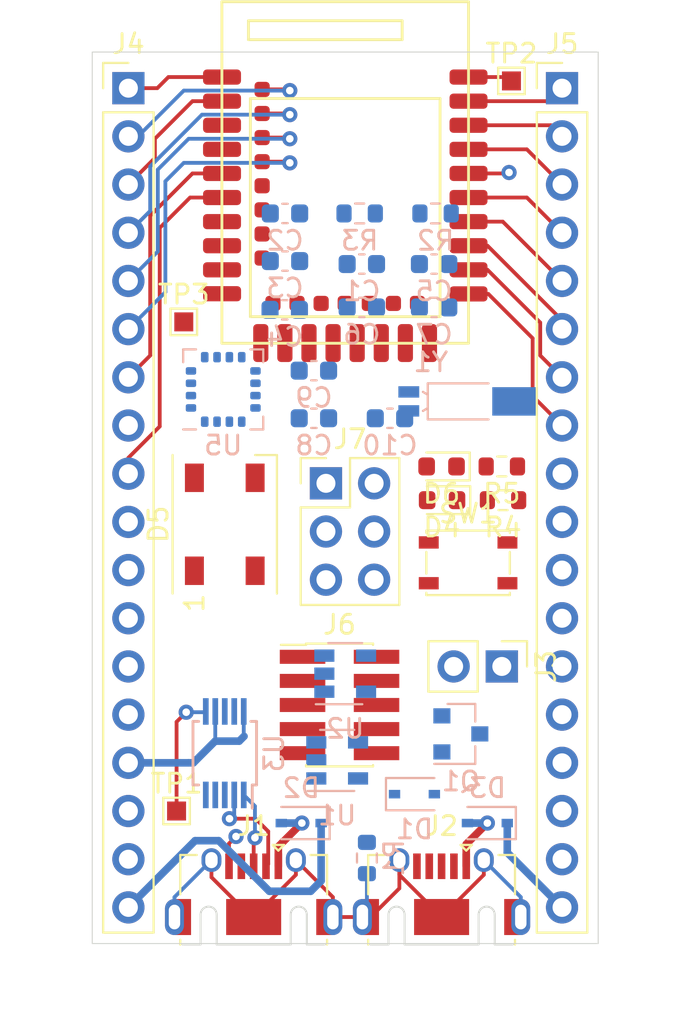
<source format=kicad_pcb>
(kicad_pcb (version 20171130) (host pcbnew 5.1.9-73d0e3b20d~88~ubuntu18.04.1)

  (general
    (thickness 1.6)
    (drawings 6)
    (tracks 138)
    (zones 0)
    (modules 39)
    (nets 54)
  )

  (page A4)
  (layers
    (0 F.Cu jumper)
    (1 In1.Cu power hide)
    (2 In2.Cu power hide)
    (31 B.Cu signal)
    (32 B.Adhes user hide)
    (33 F.Adhes user hide)
    (34 B.Paste user hide)
    (35 F.Paste user hide)
    (36 B.SilkS user hide)
    (37 F.SilkS user hide)
    (38 B.Mask user)
    (39 F.Mask user hide)
    (40 Dwgs.User user)
    (41 Cmts.User user hide)
    (42 Eco1.User user hide)
    (43 Eco2.User user hide)
    (44 Edge.Cuts user)
    (45 Margin user hide)
    (46 B.CrtYd user hide)
    (47 F.CrtYd user hide)
    (48 B.Fab user)
    (49 F.Fab user)
  )

  (setup
    (last_trace_width 0.2)
    (user_trace_width 0.2)
    (trace_clearance 0.2)
    (zone_clearance 0.508)
    (zone_45_only no)
    (trace_min 0.2)
    (via_size 0.8)
    (via_drill 0.4)
    (via_min_size 0.4)
    (via_min_drill 0.3)
    (uvia_size 0.3)
    (uvia_drill 0.1)
    (uvias_allowed no)
    (uvia_min_size 0.2)
    (uvia_min_drill 0.1)
    (edge_width 0.05)
    (segment_width 0.2)
    (pcb_text_width 0.3)
    (pcb_text_size 1.5 1.5)
    (mod_edge_width 0.12)
    (mod_text_size 1 1)
    (mod_text_width 0.15)
    (pad_size 1.524 1.524)
    (pad_drill 0.762)
    (pad_to_mask_clearance 0)
    (aux_axis_origin 0 0)
    (visible_elements FFF9FF7F)
    (pcbplotparams
      (layerselection 0x010fc_ffffffff)
      (usegerberextensions false)
      (usegerberattributes true)
      (usegerberadvancedattributes true)
      (creategerberjobfile true)
      (excludeedgelayer true)
      (linewidth 0.100000)
      (plotframeref false)
      (viasonmask false)
      (mode 1)
      (useauxorigin false)
      (hpglpennumber 1)
      (hpglpenspeed 20)
      (hpglpendiameter 15.000000)
      (psnegative false)
      (psa4output false)
      (plotreference true)
      (plotvalue true)
      (plotinvisibletext false)
      (padsonsilk false)
      (subtractmaskfromsilk false)
      (outputformat 1)
      (mirror false)
      (drillshape 1)
      (scaleselection 1)
      (outputdirectory ""))
  )

  (net 0 "")
  (net 1 GND)
  (net 2 VBUS)
  (net 3 VDD)
  (net 4 SWD)
  (net 5 SWC)
  (net 6 RST)
  (net 7 VBAT)
  (net 8 VDDH)
  (net 9 P0.15)
  (net 10 P0.13)
  (net 11 P0.12)
  (net 12 P0.08)
  (net 13 P0.06)
  (net 14 P0.05)
  (net 15 P0.07)
  (net 16 "Net-(TP1-Pad1)")
  (net 17 "Net-(TP2-Pad1)")
  (net 18 "Net-(C6-Pad1)")
  (net 19 "Net-(C7-Pad1)")
  (net 20 "Net-(TP3-Pad1)")
  (net 21 "Net-(D4-Pad2)")
  (net 22 "Net-(D4-Pad1)")
  (net 23 "Net-(D6-Pad1)")
  (net 24 D-)
  (net 25 D+)
  (net 26 P0.20)
  (net 27 P0.17)
  (net 28 P0.10)
  (net 29 P0.09)
  (net 30 P0.04)
  (net 31 P0.03)
  (net 32 P0.02)
  (net 33 P1.09)
  (net 34 P1.06)
  (net 35 P1.05)
  (net 36 P1.04)
  (net 37 P1.02)
  (net 38 SWO)
  (net 39 P0.31)
  (net 40 P0.30)
  (net 41 P0.29)
  (net 42 P0.28)
  (net 43 P0.26)
  (net 44 P0.25)
  (net 45 P0.24)
  (net 46 P0.22)
  (net 47 "Net-(J1-Pad6)")
  (net 48 "Net-(R3-Pad2)")
  (net 49 "Net-(C8-Pad1)")
  (net 50 /UART_D-)
  (net 51 /UART_D+)
  (net 52 /USB1VBUS)
  (net 53 /USB2VBUS)

  (net_class Default "This is the default net class."
    (clearance 0.2)
    (trace_width 0.2)
    (via_dia 0.8)
    (via_drill 0.4)
    (uvia_dia 0.3)
    (uvia_drill 0.1)
    (diff_pair_width 0.2)
    (diff_pair_gap 0.2)
    (add_net /UART_D+)
    (add_net /UART_D-)
    (add_net D+)
    (add_net D-)
    (add_net "Net-(C6-Pad1)")
    (add_net "Net-(C7-Pad1)")
    (add_net "Net-(C8-Pad1)")
    (add_net "Net-(D4-Pad1)")
    (add_net "Net-(D4-Pad2)")
    (add_net "Net-(D6-Pad1)")
    (add_net "Net-(J1-Pad6)")
    (add_net "Net-(R3-Pad2)")
    (add_net "Net-(TP1-Pad1)")
    (add_net "Net-(TP2-Pad1)")
    (add_net "Net-(TP3-Pad1)")
    (add_net P0.02)
    (add_net P0.03)
    (add_net P0.04)
    (add_net P0.05)
    (add_net P0.06)
    (add_net P0.07)
    (add_net P0.08)
    (add_net P0.09)
    (add_net P0.10)
    (add_net P0.12)
    (add_net P0.13)
    (add_net P0.15)
    (add_net P0.17)
    (add_net P0.20)
    (add_net P0.22)
    (add_net P0.24)
    (add_net P0.25)
    (add_net P0.26)
    (add_net P0.28)
    (add_net P0.29)
    (add_net P0.30)
    (add_net P0.31)
    (add_net P1.02)
    (add_net P1.04)
    (add_net P1.05)
    (add_net P1.06)
    (add_net P1.09)
    (add_net RST)
    (add_net SWC)
    (add_net SWD)
    (add_net SWO)
  )

  (net_class Power ""
    (clearance 0.2)
    (trace_width 0.4)
    (via_dia 0.8)
    (via_drill 0.4)
    (uvia_dia 0.3)
    (uvia_drill 0.1)
    (diff_pair_width 0.2)
    (diff_pair_gap 0.2)
    (add_net /USB1VBUS)
    (add_net /USB2VBUS)
    (add_net GND)
    (add_net VBAT)
    (add_net VBUS)
    (add_net VDD)
    (add_net VDDH)
  )

  (module Resistor_SMD:R_0603_1608Metric (layer B.Cu) (tedit 5F68FEEE) (tstamp 6045B0F9)
    (at 153.988 80.01)
    (descr "Resistor SMD 0603 (1608 Metric), square (rectangular) end terminal, IPC_7351 nominal, (Body size source: IPC-SM-782 page 72, https://www.pcb-3d.com/wordpress/wp-content/uploads/ipc-sm-782a_amendment_1_and_2.pdf), generated with kicad-footprint-generator")
    (tags resistor)
    (path /606FAFA7)
    (attr smd)
    (fp_text reference R2 (at 0 1.43) (layer B.SilkS)
      (effects (font (size 1 1) (thickness 0.15)) (justify mirror))
    )
    (fp_text value 100k (at 0 -1.43) (layer B.Fab)
      (effects (font (size 1 1) (thickness 0.15)) (justify mirror))
    )
    (fp_line (start -0.8 -0.4125) (end -0.8 0.4125) (layer B.Fab) (width 0.1))
    (fp_line (start -0.8 0.4125) (end 0.8 0.4125) (layer B.Fab) (width 0.1))
    (fp_line (start 0.8 0.4125) (end 0.8 -0.4125) (layer B.Fab) (width 0.1))
    (fp_line (start 0.8 -0.4125) (end -0.8 -0.4125) (layer B.Fab) (width 0.1))
    (fp_line (start -0.237258 0.5225) (end 0.237258 0.5225) (layer B.SilkS) (width 0.12))
    (fp_line (start -0.237258 -0.5225) (end 0.237258 -0.5225) (layer B.SilkS) (width 0.12))
    (fp_line (start -1.48 -0.73) (end -1.48 0.73) (layer B.CrtYd) (width 0.05))
    (fp_line (start -1.48 0.73) (end 1.48 0.73) (layer B.CrtYd) (width 0.05))
    (fp_line (start 1.48 0.73) (end 1.48 -0.73) (layer B.CrtYd) (width 0.05))
    (fp_line (start 1.48 -0.73) (end -1.48 -0.73) (layer B.CrtYd) (width 0.05))
    (fp_text user %R (at 0 0) (layer B.Fab)
      (effects (font (size 0.4 0.4) (thickness 0.06)) (justify mirror))
    )
    (pad 2 smd roundrect (at 0.825 0) (size 0.8 0.95) (layers B.Cu B.Paste B.Mask) (roundrect_rratio 0.25)
      (net 1 GND))
    (pad 1 smd roundrect (at -0.825 0) (size 0.8 0.95) (layers B.Cu B.Paste B.Mask) (roundrect_rratio 0.25)
      (net 2 VBUS))
    (model ${KISYS3DMOD}/Resistor_SMD.3dshapes/R_0603_1608Metric.wrl
      (at (xyz 0 0 0))
      (scale (xyz 1 1 1))
      (rotate (xyz 0 0 0))
    )
  )

  (module Connector_PinHeader_2.54mm:PinHeader_1x18_P2.54mm_Vertical (layer F.Cu) (tedit 59FED5CC) (tstamp 60450779)
    (at 160.655 73.406)
    (descr "Through hole straight pin header, 1x18, 2.54mm pitch, single row")
    (tags "Through hole pin header THT 1x18 2.54mm single row")
    (path /60AAECB8)
    (fp_text reference J5 (at 0 -2.33) (layer F.SilkS)
      (effects (font (size 1 1) (thickness 0.15)))
    )
    (fp_text value Conn_01x18_Male (at 0 45.51) (layer F.Fab)
      (effects (font (size 1 1) (thickness 0.15)))
    )
    (fp_line (start -0.635 -1.27) (end 1.27 -1.27) (layer F.Fab) (width 0.1))
    (fp_line (start 1.27 -1.27) (end 1.27 44.45) (layer F.Fab) (width 0.1))
    (fp_line (start 1.27 44.45) (end -1.27 44.45) (layer F.Fab) (width 0.1))
    (fp_line (start -1.27 44.45) (end -1.27 -0.635) (layer F.Fab) (width 0.1))
    (fp_line (start -1.27 -0.635) (end -0.635 -1.27) (layer F.Fab) (width 0.1))
    (fp_line (start -1.33 44.51) (end 1.33 44.51) (layer F.SilkS) (width 0.12))
    (fp_line (start -1.33 1.27) (end -1.33 44.51) (layer F.SilkS) (width 0.12))
    (fp_line (start 1.33 1.27) (end 1.33 44.51) (layer F.SilkS) (width 0.12))
    (fp_line (start -1.33 1.27) (end 1.33 1.27) (layer F.SilkS) (width 0.12))
    (fp_line (start -1.33 0) (end -1.33 -1.33) (layer F.SilkS) (width 0.12))
    (fp_line (start -1.33 -1.33) (end 0 -1.33) (layer F.SilkS) (width 0.12))
    (fp_line (start -1.8 -1.8) (end -1.8 44.95) (layer F.CrtYd) (width 0.05))
    (fp_line (start -1.8 44.95) (end 1.8 44.95) (layer F.CrtYd) (width 0.05))
    (fp_line (start 1.8 44.95) (end 1.8 -1.8) (layer F.CrtYd) (width 0.05))
    (fp_line (start 1.8 -1.8) (end -1.8 -1.8) (layer F.CrtYd) (width 0.05))
    (fp_text user %R (at 0 21.59 90) (layer F.Fab)
      (effects (font (size 1 1) (thickness 0.15)))
    )
    (pad 18 thru_hole oval (at 0 43.18) (size 1.7 1.7) (drill 1) (layers *.Cu *.Mask)
      (net 2 VBUS))
    (pad 17 thru_hole oval (at 0 40.64) (size 1.7 1.7) (drill 1) (layers *.Cu *.Mask)
      (net 1 GND))
    (pad 16 thru_hole oval (at 0 38.1) (size 1.7 1.7) (drill 1) (layers *.Cu *.Mask)
      (net 1 GND))
    (pad 15 thru_hole oval (at 0 35.56) (size 1.7 1.7) (drill 1) (layers *.Cu *.Mask)
      (net 3 VDD))
    (pad 14 thru_hole oval (at 0 33.02) (size 1.7 1.7) (drill 1) (layers *.Cu *.Mask)
      (net 30 P0.04))
    (pad 13 thru_hole oval (at 0 30.48) (size 1.7 1.7) (drill 1) (layers *.Cu *.Mask)
      (net 33 P1.09))
    (pad 12 thru_hole oval (at 0 27.94) (size 1.7 1.7) (drill 1) (layers *.Cu *.Mask)
      (net 12 P0.08))
    (pad 11 thru_hole oval (at 0 25.4) (size 1.7 1.7) (drill 1) (layers *.Cu *.Mask)
      (net 14 P0.05))
    (pad 10 thru_hole oval (at 0 22.86) (size 1.7 1.7) (drill 1) (layers *.Cu *.Mask)
      (net 13 P0.06))
    (pad 9 thru_hole oval (at 0 20.32) (size 1.7 1.7) (drill 1) (layers *.Cu *.Mask)
      (net 43 P0.26))
    (pad 8 thru_hole oval (at 0 17.78) (size 1.7 1.7) (drill 1) (layers *.Cu *.Mask)
      (net 40 P0.30))
    (pad 7 thru_hole oval (at 0 15.24) (size 1.7 1.7) (drill 1) (layers *.Cu *.Mask)
      (net 39 P0.31))
    (pad 6 thru_hole oval (at 0 12.7) (size 1.7 1.7) (drill 1) (layers *.Cu *.Mask)
      (net 41 P0.29))
    (pad 5 thru_hole oval (at 0 10.16) (size 1.7 1.7) (drill 1) (layers *.Cu *.Mask)
      (net 32 P0.02))
    (pad 4 thru_hole oval (at 0 7.62) (size 1.7 1.7) (drill 1) (layers *.Cu *.Mask)
      (net 35 P1.05))
    (pad 3 thru_hole oval (at 0 5.08) (size 1.7 1.7) (drill 1) (layers *.Cu *.Mask)
      (net 42 P0.28))
    (pad 2 thru_hole oval (at 0 2.54) (size 1.7 1.7) (drill 1) (layers *.Cu *.Mask)
      (net 31 P0.03))
    (pad 1 thru_hole rect (at 0 0) (size 1.7 1.7) (drill 1) (layers *.Cu *.Mask)
      (net 44 P0.25))
    (model ${KISYS3DMOD}/Connector_PinHeader_2.54mm.3dshapes/PinHeader_1x18_P2.54mm_Vertical.wrl
      (at (xyz 0 0 0))
      (scale (xyz 1 1 1))
      (rotate (xyz 0 0 0))
    )
  )

  (module Package_SO:MSOP-10_3x3mm_P0.5mm (layer B.Cu) (tedit 5A02F25C) (tstamp 6045B1A8)
    (at 142.875 108.458 90)
    (descr "10-Lead Plastic Micro Small Outline Package (MS) [MSOP] (see Microchip Packaging Specification 00000049BS.pdf)")
    (tags "SSOP 0.5")
    (path /60545418)
    (attr smd)
    (fp_text reference U3 (at 0 2.6 90) (layer B.SilkS)
      (effects (font (size 1 1) (thickness 0.15)) (justify mirror))
    )
    (fp_text value CH340E (at 0 -2.6 90) (layer B.Fab)
      (effects (font (size 1 1) (thickness 0.15)) (justify mirror))
    )
    (fp_line (start -0.5 1.5) (end 1.5 1.5) (layer B.Fab) (width 0.15))
    (fp_line (start 1.5 1.5) (end 1.5 -1.5) (layer B.Fab) (width 0.15))
    (fp_line (start 1.5 -1.5) (end -1.5 -1.5) (layer B.Fab) (width 0.15))
    (fp_line (start -1.5 -1.5) (end -1.5 0.5) (layer B.Fab) (width 0.15))
    (fp_line (start -1.5 0.5) (end -0.5 1.5) (layer B.Fab) (width 0.15))
    (fp_line (start -3.15 1.85) (end -3.15 -1.85) (layer B.CrtYd) (width 0.05))
    (fp_line (start 3.15 1.85) (end 3.15 -1.85) (layer B.CrtYd) (width 0.05))
    (fp_line (start -3.15 1.85) (end 3.15 1.85) (layer B.CrtYd) (width 0.05))
    (fp_line (start -3.15 -1.85) (end 3.15 -1.85) (layer B.CrtYd) (width 0.05))
    (fp_line (start -1.675 1.675) (end -1.675 1.45) (layer B.SilkS) (width 0.15))
    (fp_line (start 1.675 1.675) (end 1.675 1.375) (layer B.SilkS) (width 0.15))
    (fp_line (start 1.675 -1.675) (end 1.675 -1.375) (layer B.SilkS) (width 0.15))
    (fp_line (start -1.675 -1.675) (end -1.675 -1.375) (layer B.SilkS) (width 0.15))
    (fp_line (start -1.675 1.675) (end 1.675 1.675) (layer B.SilkS) (width 0.15))
    (fp_line (start -1.675 -1.675) (end 1.675 -1.675) (layer B.SilkS) (width 0.15))
    (fp_line (start -1.675 1.45) (end -2.9 1.45) (layer B.SilkS) (width 0.15))
    (fp_text user %R (at 0 0 90) (layer B.Fab)
      (effects (font (size 0.6 0.6) (thickness 0.15)) (justify mirror))
    )
    (pad 10 smd rect (at 2.2 1 90) (size 1.4 0.3) (layers B.Cu B.Paste B.Mask)
      (net 3 VDD))
    (pad 9 smd rect (at 2.2 0.5 90) (size 1.4 0.3) (layers B.Cu B.Paste B.Mask)
      (net 13 P0.06))
    (pad 8 smd rect (at 2.2 0 90) (size 1.4 0.3) (layers B.Cu B.Paste B.Mask)
      (net 12 P0.08))
    (pad 7 smd rect (at 2.2 -0.5 90) (size 1.4 0.3) (layers B.Cu B.Paste B.Mask)
      (net 3 VDD))
    (pad 6 smd rect (at 2.2 -1 90) (size 1.4 0.3) (layers B.Cu B.Paste B.Mask)
      (net 16 "Net-(TP1-Pad1)"))
    (pad 5 smd rect (at -2.2 -1 90) (size 1.4 0.3) (layers B.Cu B.Paste B.Mask)
      (net 14 P0.05))
    (pad 4 smd rect (at -2.2 -0.5 90) (size 1.4 0.3) (layers B.Cu B.Paste B.Mask)
      (net 15 P0.07))
    (pad 3 smd rect (at -2.2 0 90) (size 1.4 0.3) (layers B.Cu B.Paste B.Mask)
      (net 1 GND))
    (pad 2 smd rect (at -2.2 0.5 90) (size 1.4 0.3) (layers B.Cu B.Paste B.Mask)
      (net 50 /UART_D-))
    (pad 1 smd rect (at -2.2 1 90) (size 1.4 0.3) (layers B.Cu B.Paste B.Mask)
      (net 51 /UART_D+))
    (model ${KISYS3DMOD}/Package_SO.3dshapes/MSOP-10_3x3mm_P0.5mm.wrl
      (at (xyz 0 0 0))
      (scale (xyz 1 1 1))
      (rotate (xyz 0 0 0))
    )
  )

  (module Capacitor_SMD:C_0603_1608Metric (layer B.Cu) (tedit 5F68FEEE) (tstamp 6045AE74)
    (at 150.101 82.677)
    (descr "Capacitor SMD 0603 (1608 Metric), square (rectangular) end terminal, IPC_7351 nominal, (Body size source: IPC-SM-782 page 76, https://www.pcb-3d.com/wordpress/wp-content/uploads/ipc-sm-782a_amendment_1_and_2.pdf), generated with kicad-footprint-generator")
    (tags capacitor)
    (path /606985C1)
    (attr smd)
    (fp_text reference C1 (at 0 1.43) (layer B.SilkS)
      (effects (font (size 1 1) (thickness 0.15)) (justify mirror))
    )
    (fp_text value 4.7u (at 0 -1.43) (layer B.Fab)
      (effects (font (size 1 1) (thickness 0.15)) (justify mirror))
    )
    (fp_line (start 1.48 -0.73) (end -1.48 -0.73) (layer B.CrtYd) (width 0.05))
    (fp_line (start 1.48 0.73) (end 1.48 -0.73) (layer B.CrtYd) (width 0.05))
    (fp_line (start -1.48 0.73) (end 1.48 0.73) (layer B.CrtYd) (width 0.05))
    (fp_line (start -1.48 -0.73) (end -1.48 0.73) (layer B.CrtYd) (width 0.05))
    (fp_line (start -0.14058 -0.51) (end 0.14058 -0.51) (layer B.SilkS) (width 0.12))
    (fp_line (start -0.14058 0.51) (end 0.14058 0.51) (layer B.SilkS) (width 0.12))
    (fp_line (start 0.8 -0.4) (end -0.8 -0.4) (layer B.Fab) (width 0.1))
    (fp_line (start 0.8 0.4) (end 0.8 -0.4) (layer B.Fab) (width 0.1))
    (fp_line (start -0.8 0.4) (end 0.8 0.4) (layer B.Fab) (width 0.1))
    (fp_line (start -0.8 -0.4) (end -0.8 0.4) (layer B.Fab) (width 0.1))
    (fp_text user %R (at 0 0) (layer B.Fab)
      (effects (font (size 0.4 0.4) (thickness 0.06)) (justify mirror))
    )
    (pad 2 smd roundrect (at 0.775 0) (size 0.9 0.95) (layers B.Cu B.Paste B.Mask) (roundrect_rratio 0.25)
      (net 1 GND))
    (pad 1 smd roundrect (at -0.775 0) (size 0.9 0.95) (layers B.Cu B.Paste B.Mask) (roundrect_rratio 0.25)
      (net 2 VBUS))
    (model ${KISYS3DMOD}/Capacitor_SMD.3dshapes/C_0603_1608Metric.wrl
      (at (xyz 0 0 0))
      (scale (xyz 1 1 1))
      (rotate (xyz 0 0 0))
    )
  )

  (module Resistor_SMD:R_0603_1608Metric (layer F.Cu) (tedit 5F68FEEE) (tstamp 60465817)
    (at 157.48 93.345 180)
    (descr "Resistor SMD 0603 (1608 Metric), square (rectangular) end terminal, IPC_7351 nominal, (Body size source: IPC-SM-782 page 72, https://www.pcb-3d.com/wordpress/wp-content/uploads/ipc-sm-782a_amendment_1_and_2.pdf), generated with kicad-footprint-generator")
    (tags resistor)
    (path /60473C67)
    (attr smd)
    (fp_text reference R5 (at 0 -1.43) (layer F.SilkS)
      (effects (font (size 1 1) (thickness 0.15)))
    )
    (fp_text value 470R (at 0 1.43) (layer F.Fab)
      (effects (font (size 1 1) (thickness 0.15)))
    )
    (fp_line (start 1.48 0.73) (end -1.48 0.73) (layer F.CrtYd) (width 0.05))
    (fp_line (start 1.48 -0.73) (end 1.48 0.73) (layer F.CrtYd) (width 0.05))
    (fp_line (start -1.48 -0.73) (end 1.48 -0.73) (layer F.CrtYd) (width 0.05))
    (fp_line (start -1.48 0.73) (end -1.48 -0.73) (layer F.CrtYd) (width 0.05))
    (fp_line (start -0.237258 0.5225) (end 0.237258 0.5225) (layer F.SilkS) (width 0.12))
    (fp_line (start -0.237258 -0.5225) (end 0.237258 -0.5225) (layer F.SilkS) (width 0.12))
    (fp_line (start 0.8 0.4125) (end -0.8 0.4125) (layer F.Fab) (width 0.1))
    (fp_line (start 0.8 -0.4125) (end 0.8 0.4125) (layer F.Fab) (width 0.1))
    (fp_line (start -0.8 -0.4125) (end 0.8 -0.4125) (layer F.Fab) (width 0.1))
    (fp_line (start -0.8 0.4125) (end -0.8 -0.4125) (layer F.Fab) (width 0.1))
    (fp_text user %R (at 0 0) (layer F.Fab)
      (effects (font (size 0.4 0.4) (thickness 0.06)))
    )
    (pad 2 smd roundrect (at 0.825 0 180) (size 0.8 0.95) (layers F.Cu F.Paste F.Mask) (roundrect_rratio 0.25)
      (net 10 P0.13))
    (pad 1 smd roundrect (at -0.825 0 180) (size 0.8 0.95) (layers F.Cu F.Paste F.Mask) (roundrect_rratio 0.25)
      (net 23 "Net-(D6-Pad1)"))
    (model ${KISYS3DMOD}/Resistor_SMD.3dshapes/R_0603_1608Metric.wrl
      (at (xyz 0 0 0))
      (scale (xyz 1 1 1))
      (rotate (xyz 0 0 0))
    )
  )

  (module Diode_SMD:D_SOD-323 (layer B.Cu) (tedit 58641739) (tstamp 6045AF03)
    (at 156.718 112.141 180)
    (descr SOD-323)
    (tags SOD-323)
    (path /60A5509E)
    (attr smd)
    (fp_text reference D3 (at 0 1.85) (layer B.SilkS)
      (effects (font (size 1 1) (thickness 0.15)) (justify mirror))
    )
    (fp_text value NSR1020MW2T1G (at 0.1 -1.9) (layer B.Fab)
      (effects (font (size 1 1) (thickness 0.15)) (justify mirror))
    )
    (fp_line (start -1.5 0.85) (end -1.5 -0.85) (layer B.SilkS) (width 0.12))
    (fp_line (start 0.2 0) (end 0.45 0) (layer B.Fab) (width 0.1))
    (fp_line (start 0.2 -0.35) (end -0.3 0) (layer B.Fab) (width 0.1))
    (fp_line (start 0.2 0.35) (end 0.2 -0.35) (layer B.Fab) (width 0.1))
    (fp_line (start -0.3 0) (end 0.2 0.35) (layer B.Fab) (width 0.1))
    (fp_line (start -0.3 0) (end -0.5 0) (layer B.Fab) (width 0.1))
    (fp_line (start -0.3 0.35) (end -0.3 -0.35) (layer B.Fab) (width 0.1))
    (fp_line (start -0.9 -0.7) (end -0.9 0.7) (layer B.Fab) (width 0.1))
    (fp_line (start 0.9 -0.7) (end -0.9 -0.7) (layer B.Fab) (width 0.1))
    (fp_line (start 0.9 0.7) (end 0.9 -0.7) (layer B.Fab) (width 0.1))
    (fp_line (start -0.9 0.7) (end 0.9 0.7) (layer B.Fab) (width 0.1))
    (fp_line (start -1.6 0.95) (end 1.6 0.95) (layer B.CrtYd) (width 0.05))
    (fp_line (start 1.6 0.95) (end 1.6 -0.95) (layer B.CrtYd) (width 0.05))
    (fp_line (start -1.6 -0.95) (end 1.6 -0.95) (layer B.CrtYd) (width 0.05))
    (fp_line (start -1.6 0.95) (end -1.6 -0.95) (layer B.CrtYd) (width 0.05))
    (fp_line (start -1.5 -0.85) (end 1.05 -0.85) (layer B.SilkS) (width 0.12))
    (fp_line (start -1.5 0.85) (end 1.05 0.85) (layer B.SilkS) (width 0.12))
    (fp_text user %R (at 0 1.85) (layer B.Fab)
      (effects (font (size 1 1) (thickness 0.15)) (justify mirror))
    )
    (pad 2 smd rect (at 1.05 0 180) (size 0.6 0.45) (layers B.Cu B.Paste B.Mask)
      (net 53 /USB2VBUS))
    (pad 1 smd rect (at -1.05 0 180) (size 0.6 0.45) (layers B.Cu B.Paste B.Mask)
      (net 2 VBUS))
    (model ${KISYS3DMOD}/Diode_SMD.3dshapes/D_SOD-323.wrl
      (at (xyz 0 0 0))
      (scale (xyz 1 1 1))
      (rotate (xyz 0 0 0))
    )
  )

  (module LED_SMD:LED_WS2812B_PLCC4_5.0x5.0mm_P3.2mm (layer F.Cu) (tedit 5AA4B285) (tstamp 60459A67)
    (at 142.875 96.393 90)
    (descr https://cdn-shop.adafruit.com/datasheets/WS2812B.pdf)
    (tags "LED RGB NeoPixel")
    (path /605F46F5)
    (attr smd)
    (fp_text reference D5 (at 0 -3.5 90) (layer F.SilkS)
      (effects (font (size 1 1) (thickness 0.15)))
    )
    (fp_text value WS2812B (at 0 4 90) (layer F.Fab)
      (effects (font (size 1 1) (thickness 0.15)))
    )
    (fp_line (start 3.45 -2.75) (end -3.45 -2.75) (layer F.CrtYd) (width 0.05))
    (fp_line (start 3.45 2.75) (end 3.45 -2.75) (layer F.CrtYd) (width 0.05))
    (fp_line (start -3.45 2.75) (end 3.45 2.75) (layer F.CrtYd) (width 0.05))
    (fp_line (start -3.45 -2.75) (end -3.45 2.75) (layer F.CrtYd) (width 0.05))
    (fp_line (start 2.5 1.5) (end 1.5 2.5) (layer F.Fab) (width 0.1))
    (fp_line (start -2.5 -2.5) (end -2.5 2.5) (layer F.Fab) (width 0.1))
    (fp_line (start -2.5 2.5) (end 2.5 2.5) (layer F.Fab) (width 0.1))
    (fp_line (start 2.5 2.5) (end 2.5 -2.5) (layer F.Fab) (width 0.1))
    (fp_line (start 2.5 -2.5) (end -2.5 -2.5) (layer F.Fab) (width 0.1))
    (fp_line (start -3.65 -2.75) (end 3.65 -2.75) (layer F.SilkS) (width 0.12))
    (fp_line (start -3.65 2.75) (end 3.65 2.75) (layer F.SilkS) (width 0.12))
    (fp_line (start 3.65 2.75) (end 3.65 1.6) (layer F.SilkS) (width 0.12))
    (fp_circle (center 0 0) (end 0 -2) (layer F.Fab) (width 0.1))
    (fp_text user %R (at 0 0 90) (layer F.Fab)
      (effects (font (size 0.8 0.8) (thickness 0.15)))
    )
    (fp_text user 1 (at -4.15 -1.6 90) (layer F.SilkS)
      (effects (font (size 1 1) (thickness 0.15)))
    )
    (pad 1 smd rect (at -2.45 -1.6 90) (size 1.5 1) (layers F.Cu F.Paste F.Mask)
      (net 3 VDD))
    (pad 2 smd rect (at -2.45 1.6 90) (size 1.5 1) (layers F.Cu F.Paste F.Mask))
    (pad 4 smd rect (at 2.45 -1.6 90) (size 1.5 1) (layers F.Cu F.Paste F.Mask)
      (net 9 P0.15))
    (pad 3 smd rect (at 2.45 1.6 90) (size 1.5 1) (layers F.Cu F.Paste F.Mask)
      (net 1 GND))
    (model ${KISYS3DMOD}/LED_SMD.3dshapes/LED_WS2812B_PLCC4_5.0x5.0mm_P3.2mm.wrl
      (at (xyz 0 0 0))
      (scale (xyz 1 1 1))
      (rotate (xyz 0 0 0))
    )
  )

  (module Package_LGA:LGA-16_4x4mm_P0.65mm_LayoutBorder4x4y (layer B.Cu) (tedit 5D9F7937) (tstamp 60495BDA)
    (at 142.794 89.285)
    (descr "LGA, 16 Pin (http://www.st.com/resource/en/datasheet/l3gd20.pdf), generated with kicad-footprint-generator ipc_noLead_generator.py")
    (tags "LGA NoLead")
    (path /60E427AE)
    (attr smd)
    (fp_text reference U5 (at 0 2.95) (layer B.SilkS)
      (effects (font (size 1 1) (thickness 0.15)) (justify mirror))
    )
    (fp_text value L3GD20 (at 0 -2.95) (layer B.Fab)
      (effects (font (size 1 1) (thickness 0.15)) (justify mirror))
    )
    (fp_line (start 2.25 2.25) (end -2.25 2.25) (layer B.CrtYd) (width 0.05))
    (fp_line (start 2.25 -2.25) (end 2.25 2.25) (layer B.CrtYd) (width 0.05))
    (fp_line (start -2.25 -2.25) (end 2.25 -2.25) (layer B.CrtYd) (width 0.05))
    (fp_line (start -2.25 2.25) (end -2.25 -2.25) (layer B.CrtYd) (width 0.05))
    (fp_line (start -2 1) (end -1 2) (layer B.Fab) (width 0.1))
    (fp_line (start -2 -2) (end -2 1) (layer B.Fab) (width 0.1))
    (fp_line (start 2 -2) (end -2 -2) (layer B.Fab) (width 0.1))
    (fp_line (start 2 2) (end 2 -2) (layer B.Fab) (width 0.1))
    (fp_line (start -1 2) (end 2 2) (layer B.Fab) (width 0.1))
    (fp_line (start -1.435 2.11) (end -2.11 2.11) (layer B.SilkS) (width 0.12))
    (fp_line (start 2.11 -2.11) (end 2.11 -1.435) (layer B.SilkS) (width 0.12))
    (fp_line (start 1.435 -2.11) (end 2.11 -2.11) (layer B.SilkS) (width 0.12))
    (fp_line (start -2.11 -2.11) (end -2.11 -1.435) (layer B.SilkS) (width 0.12))
    (fp_line (start -1.435 -2.11) (end -2.11 -2.11) (layer B.SilkS) (width 0.12))
    (fp_line (start 2.11 2.11) (end 2.11 1.435) (layer B.SilkS) (width 0.12))
    (fp_line (start 1.435 2.11) (end 2.11 2.11) (layer B.SilkS) (width 0.12))
    (fp_text user %R (at 0 0) (layer B.Fab)
      (effects (font (size 1 1) (thickness 0.15)) (justify mirror))
    )
    (pad 16 smd roundrect (at -0.975 1.7) (size 0.4 0.55) (layers B.Cu B.Paste B.Mask) (roundrect_rratio 0.25)
      (net 3 VDD))
    (pad 15 smd roundrect (at -0.325 1.7) (size 0.4 0.55) (layers B.Cu B.Paste B.Mask) (roundrect_rratio 0.25)
      (net 3 VDD))
    (pad 14 smd roundrect (at 0.325 1.7) (size 0.4 0.55) (layers B.Cu B.Paste B.Mask) (roundrect_rratio 0.25)
      (net 49 "Net-(C8-Pad1)"))
    (pad 13 smd roundrect (at 0.975 1.7) (size 0.4 0.55) (layers B.Cu B.Paste B.Mask) (roundrect_rratio 0.25)
      (net 1 GND))
    (pad 12 smd roundrect (at 1.7 0.975) (size 0.55 0.4) (layers B.Cu B.Paste B.Mask) (roundrect_rratio 0.25)
      (net 1 GND))
    (pad 11 smd roundrect (at 1.7 0.325) (size 0.55 0.4) (layers B.Cu B.Paste B.Mask) (roundrect_rratio 0.25)
      (net 1 GND))
    (pad 10 smd roundrect (at 1.7 -0.325) (size 0.55 0.4) (layers B.Cu B.Paste B.Mask) (roundrect_rratio 0.25)
      (net 1 GND))
    (pad 9 smd roundrect (at 1.7 -0.975) (size 0.55 0.4) (layers B.Cu B.Paste B.Mask) (roundrect_rratio 0.25)
      (net 1 GND))
    (pad 8 smd roundrect (at 0.975 -1.7) (size 0.4 0.55) (layers B.Cu B.Paste B.Mask) (roundrect_rratio 0.25)
      (net 1 GND))
    (pad 7 smd roundrect (at 0.325 -1.7) (size 0.4 0.55) (layers B.Cu B.Paste B.Mask) (roundrect_rratio 0.25)
      (net 44 P0.25))
    (pad 6 smd roundrect (at -0.325 -1.7) (size 0.4 0.55) (layers B.Cu B.Paste B.Mask) (roundrect_rratio 0.25)
      (net 43 P0.26))
    (pad 5 smd roundrect (at -0.975 -1.7) (size 0.4 0.55) (layers B.Cu B.Paste B.Mask) (roundrect_rratio 0.25)
      (net 45 P0.24))
    (pad 4 smd roundrect (at -1.7 -0.975) (size 0.55 0.4) (layers B.Cu B.Paste B.Mask) (roundrect_rratio 0.25)
      (net 46 P0.22))
    (pad 3 smd roundrect (at -1.7 -0.325) (size 0.55 0.4) (layers B.Cu B.Paste B.Mask) (roundrect_rratio 0.25)
      (net 26 P0.20))
    (pad 2 smd roundrect (at -1.7 0.325) (size 0.55 0.4) (layers B.Cu B.Paste B.Mask) (roundrect_rratio 0.25)
      (net 27 P0.17))
    (pad 1 smd roundrect (at -1.7 0.975) (size 0.55 0.4) (layers B.Cu B.Paste B.Mask) (roundrect_rratio 0.25)
      (net 3 VDD))
    (model ${KISYS3DMOD}/Package_LGA.3dshapes/LGA-16_4x4mm_P0.65mm_LayoutBorder4x4y.wrl
      (at (xyz 0 0 0))
      (scale (xyz 1 1 1))
      (rotate (xyz 0 0 0))
    )
  )

  (module Capacitor_SMD:C_0603_1608Metric (layer B.Cu) (tedit 5F68FEEE) (tstamp 604655AB)
    (at 150.101 84.963)
    (descr "Capacitor SMD 0603 (1608 Metric), square (rectangular) end terminal, IPC_7351 nominal, (Body size source: IPC-SM-782 page 76, https://www.pcb-3d.com/wordpress/wp-content/uploads/ipc-sm-782a_amendment_1_and_2.pdf), generated with kicad-footprint-generator")
    (tags capacitor)
    (path /6051A3A6)
    (attr smd)
    (fp_text reference C6 (at 0 1.43) (layer B.SilkS)
      (effects (font (size 1 1) (thickness 0.15)) (justify mirror))
    )
    (fp_text value C (at 0 -1.43) (layer B.Fab)
      (effects (font (size 1 1) (thickness 0.15)) (justify mirror))
    )
    (fp_line (start 1.48 -0.73) (end -1.48 -0.73) (layer B.CrtYd) (width 0.05))
    (fp_line (start 1.48 0.73) (end 1.48 -0.73) (layer B.CrtYd) (width 0.05))
    (fp_line (start -1.48 0.73) (end 1.48 0.73) (layer B.CrtYd) (width 0.05))
    (fp_line (start -1.48 -0.73) (end -1.48 0.73) (layer B.CrtYd) (width 0.05))
    (fp_line (start -0.14058 -0.51) (end 0.14058 -0.51) (layer B.SilkS) (width 0.12))
    (fp_line (start -0.14058 0.51) (end 0.14058 0.51) (layer B.SilkS) (width 0.12))
    (fp_line (start 0.8 -0.4) (end -0.8 -0.4) (layer B.Fab) (width 0.1))
    (fp_line (start 0.8 0.4) (end 0.8 -0.4) (layer B.Fab) (width 0.1))
    (fp_line (start -0.8 0.4) (end 0.8 0.4) (layer B.Fab) (width 0.1))
    (fp_line (start -0.8 -0.4) (end -0.8 0.4) (layer B.Fab) (width 0.1))
    (fp_text user %R (at 0 0) (layer B.Fab)
      (effects (font (size 0.4 0.4) (thickness 0.06)) (justify mirror))
    )
    (pad 2 smd roundrect (at 0.775 0) (size 0.9 0.95) (layers B.Cu B.Paste B.Mask) (roundrect_rratio 0.25)
      (net 1 GND))
    (pad 1 smd roundrect (at -0.775 0) (size 0.9 0.95) (layers B.Cu B.Paste B.Mask) (roundrect_rratio 0.25)
      (net 18 "Net-(C6-Pad1)"))
    (model ${KISYS3DMOD}/Capacitor_SMD.3dshapes/C_0603_1608Metric.wrl
      (at (xyz 0 0 0))
      (scale (xyz 1 1 1))
      (rotate (xyz 0 0 0))
    )
  )

  (module Diode_SMD:D_SOD-323 (layer B.Cu) (tedit 58641739) (tstamp 60482A2C)
    (at 146.905 112.141 180)
    (descr SOD-323)
    (tags SOD-323)
    (path /60A71655)
    (attr smd)
    (fp_text reference D2 (at 0 1.85) (layer B.SilkS)
      (effects (font (size 1 1) (thickness 0.15)) (justify mirror))
    )
    (fp_text value NSR1020MW2T1G (at 0.1 -1.9) (layer B.Fab)
      (effects (font (size 1 1) (thickness 0.15)) (justify mirror))
    )
    (fp_line (start -1.5 0.85) (end -1.5 -0.85) (layer B.SilkS) (width 0.12))
    (fp_line (start 0.2 0) (end 0.45 0) (layer B.Fab) (width 0.1))
    (fp_line (start 0.2 -0.35) (end -0.3 0) (layer B.Fab) (width 0.1))
    (fp_line (start 0.2 0.35) (end 0.2 -0.35) (layer B.Fab) (width 0.1))
    (fp_line (start -0.3 0) (end 0.2 0.35) (layer B.Fab) (width 0.1))
    (fp_line (start -0.3 0) (end -0.5 0) (layer B.Fab) (width 0.1))
    (fp_line (start -0.3 0.35) (end -0.3 -0.35) (layer B.Fab) (width 0.1))
    (fp_line (start -0.9 -0.7) (end -0.9 0.7) (layer B.Fab) (width 0.1))
    (fp_line (start 0.9 -0.7) (end -0.9 -0.7) (layer B.Fab) (width 0.1))
    (fp_line (start 0.9 0.7) (end 0.9 -0.7) (layer B.Fab) (width 0.1))
    (fp_line (start -0.9 0.7) (end 0.9 0.7) (layer B.Fab) (width 0.1))
    (fp_line (start -1.6 0.95) (end 1.6 0.95) (layer B.CrtYd) (width 0.05))
    (fp_line (start 1.6 0.95) (end 1.6 -0.95) (layer B.CrtYd) (width 0.05))
    (fp_line (start -1.6 -0.95) (end 1.6 -0.95) (layer B.CrtYd) (width 0.05))
    (fp_line (start -1.6 0.95) (end -1.6 -0.95) (layer B.CrtYd) (width 0.05))
    (fp_line (start -1.5 -0.85) (end 1.05 -0.85) (layer B.SilkS) (width 0.12))
    (fp_line (start -1.5 0.85) (end 1.05 0.85) (layer B.SilkS) (width 0.12))
    (fp_text user %R (at 0 1.85) (layer B.Fab)
      (effects (font (size 1 1) (thickness 0.15)) (justify mirror))
    )
    (pad 2 smd rect (at 1.05 0 180) (size 0.6 0.45) (layers B.Cu B.Paste B.Mask)
      (net 52 /USB1VBUS))
    (pad 1 smd rect (at -1.05 0 180) (size 0.6 0.45) (layers B.Cu B.Paste B.Mask)
      (net 2 VBUS))
    (model ${KISYS3DMOD}/Diode_SMD.3dshapes/D_SOD-323.wrl
      (at (xyz 0 0 0))
      (scale (xyz 1 1 1))
      (rotate (xyz 0 0 0))
    )
  )

  (module Capacitor_SMD:C_0603_1608Metric (layer B.Cu) (tedit 5F68FEEE) (tstamp 60459A0C)
    (at 146.05 82.52)
    (descr "Capacitor SMD 0603 (1608 Metric), square (rectangular) end terminal, IPC_7351 nominal, (Body size source: IPC-SM-782 page 76, https://www.pcb-3d.com/wordpress/wp-content/uploads/ipc-sm-782a_amendment_1_and_2.pdf), generated with kicad-footprint-generator")
    (tags capacitor)
    (path /6059A17F)
    (attr smd)
    (fp_text reference C3 (at 0 1.43) (layer B.SilkS)
      (effects (font (size 1 1) (thickness 0.15)) (justify mirror))
    )
    (fp_text value 0.1 (at 0 -1.43) (layer B.Fab)
      (effects (font (size 1 1) (thickness 0.15)) (justify mirror))
    )
    (fp_line (start -0.8 -0.4) (end -0.8 0.4) (layer B.Fab) (width 0.1))
    (fp_line (start -0.8 0.4) (end 0.8 0.4) (layer B.Fab) (width 0.1))
    (fp_line (start 0.8 0.4) (end 0.8 -0.4) (layer B.Fab) (width 0.1))
    (fp_line (start 0.8 -0.4) (end -0.8 -0.4) (layer B.Fab) (width 0.1))
    (fp_line (start -0.14058 0.51) (end 0.14058 0.51) (layer B.SilkS) (width 0.12))
    (fp_line (start -0.14058 -0.51) (end 0.14058 -0.51) (layer B.SilkS) (width 0.12))
    (fp_line (start -1.48 -0.73) (end -1.48 0.73) (layer B.CrtYd) (width 0.05))
    (fp_line (start -1.48 0.73) (end 1.48 0.73) (layer B.CrtYd) (width 0.05))
    (fp_line (start 1.48 0.73) (end 1.48 -0.73) (layer B.CrtYd) (width 0.05))
    (fp_line (start 1.48 -0.73) (end -1.48 -0.73) (layer B.CrtYd) (width 0.05))
    (fp_text user %R (at 0 0) (layer B.Fab)
      (effects (font (size 0.4 0.4) (thickness 0.06)) (justify mirror))
    )
    (pad 2 smd roundrect (at 0.775 0) (size 0.9 0.95) (layers B.Cu B.Paste B.Mask) (roundrect_rratio 0.25)
      (net 3 VDD))
    (pad 1 smd roundrect (at -0.775 0) (size 0.9 0.95) (layers B.Cu B.Paste B.Mask) (roundrect_rratio 0.25)
      (net 1 GND))
    (model ${KISYS3DMOD}/Capacitor_SMD.3dshapes/C_0603_1608Metric.wrl
      (at (xyz 0 0 0))
      (scale (xyz 1 1 1))
      (rotate (xyz 0 0 0))
    )
  )

  (module Diode_SMD:D_SOD-323 (layer B.Cu) (tedit 58641739) (tstamp 60459A24)
    (at 152.874 110.617)
    (descr SOD-323)
    (tags SOD-323)
    (path /606DD57D)
    (attr smd)
    (fp_text reference D1 (at 0 1.85) (layer B.SilkS)
      (effects (font (size 1 1) (thickness 0.15)) (justify mirror))
    )
    (fp_text value NSR1020MW2T1G (at 0.1 -1.9) (layer B.Fab)
      (effects (font (size 1 1) (thickness 0.15)) (justify mirror))
    )
    (fp_line (start -1.5 0.85) (end -1.5 -0.85) (layer B.SilkS) (width 0.12))
    (fp_line (start 0.2 0) (end 0.45 0) (layer B.Fab) (width 0.1))
    (fp_line (start 0.2 -0.35) (end -0.3 0) (layer B.Fab) (width 0.1))
    (fp_line (start 0.2 0.35) (end 0.2 -0.35) (layer B.Fab) (width 0.1))
    (fp_line (start -0.3 0) (end 0.2 0.35) (layer B.Fab) (width 0.1))
    (fp_line (start -0.3 0) (end -0.5 0) (layer B.Fab) (width 0.1))
    (fp_line (start -0.3 0.35) (end -0.3 -0.35) (layer B.Fab) (width 0.1))
    (fp_line (start -0.9 -0.7) (end -0.9 0.7) (layer B.Fab) (width 0.1))
    (fp_line (start 0.9 -0.7) (end -0.9 -0.7) (layer B.Fab) (width 0.1))
    (fp_line (start 0.9 0.7) (end 0.9 -0.7) (layer B.Fab) (width 0.1))
    (fp_line (start -0.9 0.7) (end 0.9 0.7) (layer B.Fab) (width 0.1))
    (fp_line (start -1.6 0.95) (end 1.6 0.95) (layer B.CrtYd) (width 0.05))
    (fp_line (start 1.6 0.95) (end 1.6 -0.95) (layer B.CrtYd) (width 0.05))
    (fp_line (start -1.6 -0.95) (end 1.6 -0.95) (layer B.CrtYd) (width 0.05))
    (fp_line (start -1.6 0.95) (end -1.6 -0.95) (layer B.CrtYd) (width 0.05))
    (fp_line (start -1.5 -0.85) (end 1.05 -0.85) (layer B.SilkS) (width 0.12))
    (fp_line (start -1.5 0.85) (end 1.05 0.85) (layer B.SilkS) (width 0.12))
    (fp_text user %R (at 0 1.85) (layer B.Fab)
      (effects (font (size 1 1) (thickness 0.15)) (justify mirror))
    )
    (pad 2 smd rect (at 1.05 0) (size 0.6 0.45) (layers B.Cu B.Paste B.Mask)
      (net 2 VBUS))
    (pad 1 smd rect (at -1.05 0) (size 0.6 0.45) (layers B.Cu B.Paste B.Mask)
      (net 8 VDDH))
    (model ${KISYS3DMOD}/Diode_SMD.3dshapes/D_SOD-323.wrl
      (at (xyz 0 0 0))
      (scale (xyz 1 1 1))
      (rotate (xyz 0 0 0))
    )
  )

  (module LED_SMD:LED_0603_1608Metric (layer F.Cu) (tedit 5F68FEF1) (tstamp 60482A7E)
    (at 154.305 93.345 180)
    (descr "LED SMD 0603 (1608 Metric), square (rectangular) end terminal, IPC_7351 nominal, (Body size source: http://www.tortai-tech.com/upload/download/2011102023233369053.pdf), generated with kicad-footprint-generator")
    (tags LED)
    (path /60470742)
    (attr smd)
    (fp_text reference D6 (at 0 -1.43) (layer F.SilkS)
      (effects (font (size 1 1) (thickness 0.15)))
    )
    (fp_text value LED (at 0 1.43) (layer F.Fab)
      (effects (font (size 1 1) (thickness 0.15)))
    )
    (fp_line (start 0.8 -0.4) (end -0.5 -0.4) (layer F.Fab) (width 0.1))
    (fp_line (start -0.5 -0.4) (end -0.8 -0.1) (layer F.Fab) (width 0.1))
    (fp_line (start -0.8 -0.1) (end -0.8 0.4) (layer F.Fab) (width 0.1))
    (fp_line (start -0.8 0.4) (end 0.8 0.4) (layer F.Fab) (width 0.1))
    (fp_line (start 0.8 0.4) (end 0.8 -0.4) (layer F.Fab) (width 0.1))
    (fp_line (start 0.8 -0.735) (end -1.485 -0.735) (layer F.SilkS) (width 0.12))
    (fp_line (start -1.485 -0.735) (end -1.485 0.735) (layer F.SilkS) (width 0.12))
    (fp_line (start -1.485 0.735) (end 0.8 0.735) (layer F.SilkS) (width 0.12))
    (fp_line (start -1.48 0.73) (end -1.48 -0.73) (layer F.CrtYd) (width 0.05))
    (fp_line (start -1.48 -0.73) (end 1.48 -0.73) (layer F.CrtYd) (width 0.05))
    (fp_line (start 1.48 -0.73) (end 1.48 0.73) (layer F.CrtYd) (width 0.05))
    (fp_line (start 1.48 0.73) (end -1.48 0.73) (layer F.CrtYd) (width 0.05))
    (fp_text user %R (at 0 0) (layer F.Fab)
      (effects (font (size 0.4 0.4) (thickness 0.06)))
    )
    (pad 2 smd roundrect (at 0.7875 0 180) (size 0.875 0.95) (layers F.Cu F.Paste F.Mask) (roundrect_rratio 0.25)
      (net 3 VDD))
    (pad 1 smd roundrect (at -0.7875 0 180) (size 0.875 0.95) (layers F.Cu F.Paste F.Mask) (roundrect_rratio 0.25)
      (net 23 "Net-(D6-Pad1)"))
    (model ${KISYS3DMOD}/LED_SMD.3dshapes/LED_0603_1608Metric.wrl
      (at (xyz 0 0 0))
      (scale (xyz 1 1 1))
      (rotate (xyz 0 0 0))
    )
  )

  (module ebyte-E73-2G4M08S1x:ebyte-E73-2G4M08S1x (layer F.Cu) (tedit 60393155) (tstamp 60450DBD)
    (at 149.225 77.851 180)
    (path /6038ADCF)
    (fp_text reference U4 (at -4.44 10.03) (layer F.SilkS)
      (effects (font (size 1 1) (thickness 0.15)))
    )
    (fp_text value E73-2G4M08S1E (at 0.07 -11.1) (layer F.Fab)
      (effects (font (size 1 1) (thickness 0.15)))
    )
    (fp_line (start 0 -9) (end -6.5 -9) (layer F.SilkS) (width 0.15))
    (fp_line (start -6.5 -9) (end -6.5 9) (layer F.SilkS) (width 0.15))
    (fp_line (start -6.5 9) (end 6.5 9) (layer F.SilkS) (width 0.15))
    (fp_line (start 6.5 9) (end 6.5 -9) (layer F.SilkS) (width 0.15))
    (fp_line (start 6.5 -9) (end 0 -9) (layer F.SilkS) (width 0.15))
    (fp_line (start -3 7) (end -3 8) (layer F.SilkS) (width 0.15))
    (fp_line (start -3 8) (end 5.1 8) (layer F.SilkS) (width 0.15))
    (fp_line (start 5.1 8) (end 5.1 7) (layer F.SilkS) (width 0.15))
    (fp_line (start 5.1 7) (end -3 7) (layer F.SilkS) (width 0.15))
    (fp_line (start -5 -7.6) (end 5 -7.6) (layer F.SilkS) (width 0.15))
    (fp_line (start 5 -7.6) (end 5 3.9) (layer F.SilkS) (width 0.15))
    (fp_line (start 5 3.9) (end -5 3.9) (layer F.SilkS) (width 0.15))
    (fp_line (start -5 3.9) (end -5 -7.6) (layer F.SilkS) (width 0.15))
    (pad 10 smd roundrect (at -6.5 -6.4 180) (size 2 0.8) (layers F.Cu F.Paste F.Mask) (roundrect_rratio 0.25)
      (net 40 P0.30))
    (pad 9 smd roundrect (at -6.5 -5.13 180) (size 2 0.8) (layers F.Cu F.Paste F.Mask) (roundrect_rratio 0.25)
      (net 39 P0.31))
    (pad 8 smd roundrect (at -6.5 -3.86 180) (size 2 0.8) (layers F.Cu F.Paste F.Mask) (roundrect_rratio 0.25)
      (net 41 P0.29))
    (pad 7 smd roundrect (at -6.5 -2.59 180) (size 2 0.8) (layers F.Cu F.Paste F.Mask) (roundrect_rratio 0.25)
      (net 32 P0.02))
    (pad 6 smd roundrect (at -6.5 -1.32 180) (size 2 0.8) (layers F.Cu F.Paste F.Mask) (roundrect_rratio 0.25)
      (net 35 P1.05))
    (pad 5 smd roundrect (at -6.5 -0.05 180) (size 2 0.8) (layers F.Cu F.Paste F.Mask) (roundrect_rratio 0.25)
      (net 1 GND))
    (pad 4 smd roundrect (at -6.5 1.22 180) (size 2 0.8) (layers F.Cu F.Paste F.Mask) (roundrect_rratio 0.25)
      (net 42 P0.28))
    (pad 3 smd roundrect (at -6.5 2.49 180) (size 2 0.8) (layers F.Cu F.Paste F.Mask) (roundrect_rratio 0.25)
      (net 31 P0.03))
    (pad 2 smd roundrect (at -6.5 3.76 180) (size 2 0.8) (layers F.Cu F.Paste F.Mask) (roundrect_rratio 0.25)
      (net 44 P0.25))
    (pad 1 smd roundrect (at -6.5 5.03 180) (size 2 0.8) (layers F.Cu F.Paste F.Mask) (roundrect_rratio 0.25)
      (net 17 "Net-(TP2-Pad1)"))
    (pad 29 smd roundrect (at 6.494 -3.86 180) (size 2 0.8) (layers F.Cu F.Paste F.Mask) (roundrect_rratio 0.25)
      (net 24 D-))
    (pad 26 smd roundrect (at 6.49 -6.39 180) (size 2 0.8) (layers F.Cu F.Paste F.Mask) (roundrect_rratio 0.25)
      (net 6 RST))
    (pad 33 smd roundrect (at 6.494 -1.32 180) (size 2 0.8) (layers F.Cu F.Paste F.Mask) (roundrect_rratio 0.25)
      (net 10 P0.13))
    (pad 27 smd roundrect (at 6.494 -5.13 180) (size 2 0.8) (layers F.Cu F.Paste F.Mask) (roundrect_rratio 0.25)
      (net 2 VBUS))
    (pad 35 smd roundrect (at 6.494 -0.05 180) (size 2 0.8) (layers F.Cu F.Paste F.Mask) (roundrect_rratio 0.25)
      (net 45 P0.24))
    (pad 31 smd roundrect (at 6.494 -2.59 180) (size 2 0.8) (layers F.Cu F.Paste F.Mask) (roundrect_rratio 0.25)
      (net 25 D+))
    (pad 37 smd roundrect (at 6.494 1.22 180) (size 2 0.8) (layers F.Cu F.Paste F.Mask) (roundrect_rratio 0.25)
      (net 4 SWD))
    (pad 39 smd roundrect (at 6.494 2.49 180) (size 2 0.8) (layers F.Cu F.Paste F.Mask) (roundrect_rratio 0.25)
      (net 5 SWC))
    (pad 41 smd roundrect (at 6.494 3.76 180) (size 2 0.8) (layers F.Cu F.Paste F.Mask) (roundrect_rratio 0.25)
      (net 29 P0.09))
    (pad 43 smd roundrect (at 6.494 5.03 180) (size 2 0.8) (layers F.Cu F.Paste F.Mask) (roundrect_rratio 0.25)
      (net 28 P0.10))
    (pad 11 smd roundrect (at -4.44 -8.99 270) (size 2 0.8) (layers F.Cu F.Paste F.Mask) (roundrect_rratio 0.25)
      (net 18 "Net-(C6-Pad1)"))
    (pad 13 smd roundrect (at -3.17 -8.99 270) (size 2 0.8) (layers F.Cu F.Paste F.Mask) (roundrect_rratio 0.25)
      (net 19 "Net-(C7-Pad1)"))
    (pad 15 smd roundrect (at -1.9 -8.99 270) (size 2 0.8) (layers F.Cu F.Paste F.Mask) (roundrect_rratio 0.25)
      (net 14 P0.05))
    (pad 17 smd roundrect (at -0.63 -8.99 270) (size 2 0.8) (layers F.Cu F.Paste F.Mask) (roundrect_rratio 0.25)
      (net 33 P1.09))
    (pad 19 smd roundrect (at 0.64 -8.99 270) (size 2 0.8) (layers F.Cu F.Paste F.Mask) (roundrect_rratio 0.25)
      (net 3 VDD))
    (pad 21 smd roundrect (at 1.91 -8.99 270) (size 2 0.8) (layers F.Cu F.Paste F.Mask) (roundrect_rratio 0.25)
      (net 1 GND))
    (pad 23 smd roundrect (at 3.18 -8.99 270) (size 2 0.8) (layers F.Cu F.Paste F.Mask) (roundrect_rratio 0.25)
      (net 8 VDDH))
    (pad 25 smd roundrect (at 4.45 -8.99 270) (size 2 0.8) (layers F.Cu F.Paste F.Mask) (roundrect_rratio 0.25)
      (net 20 "Net-(TP3-Pad1)"))
    (pad 12 smd roundrect (at -3.81 -6.9 270) (size 0.8 0.8) (layers F.Cu F.Paste F.Mask) (roundrect_rratio 0.25)
      (net 43 P0.26))
    (pad 14 smd roundrect (at -2.54 -6.9 270) (size 0.8 0.8) (layers F.Cu F.Paste F.Mask) (roundrect_rratio 0.25)
      (net 13 P0.06))
    (pad 16 smd roundrect (at -1.27 -6.9 270) (size 0.8 0.8) (layers F.Cu F.Paste F.Mask) (roundrect_rratio 0.25)
      (net 12 P0.08))
    (pad 18 smd roundrect (at 0 -6.9 270) (size 0.8 0.8) (layers F.Cu F.Paste F.Mask) (roundrect_rratio 0.25)
      (net 30 P0.04))
    (pad 20 smd roundrect (at 1.27 -6.9 270) (size 0.8 0.8) (layers F.Cu F.Paste F.Mask) (roundrect_rratio 0.25)
      (net 11 P0.12))
    (pad 22 smd roundrect (at 2.54 -6.9 270) (size 0.8 0.8) (layers F.Cu F.Paste F.Mask) (roundrect_rratio 0.25)
      (net 15 P0.07))
    (pad 24 smd roundrect (at 3.81 -6.9 270) (size 0.8 0.8) (layers F.Cu F.Paste F.Mask) (roundrect_rratio 0.25)
      (net 1 GND))
    (pad 28 smd roundrect (at 4.38 -4.51 270) (size 0.8 0.8) (layers F.Cu F.Paste F.Mask) (roundrect_rratio 0.25)
      (net 9 P0.15))
    (pad 30 smd roundrect (at 4.38 -3.24 270) (size 0.8 0.8) (layers F.Cu F.Paste F.Mask) (roundrect_rratio 0.25)
      (net 27 P0.17))
    (pad 32 smd roundrect (at 4.38 -1.97 270) (size 0.8 0.8) (layers F.Cu F.Paste F.Mask) (roundrect_rratio 0.25)
      (net 26 P0.20))
    (pad 34 smd roundrect (at 4.38 -0.7 270) (size 0.8 0.8) (layers F.Cu F.Paste F.Mask) (roundrect_rratio 0.25)
      (net 46 P0.22))
    (pad 36 smd roundrect (at 4.38 0.57 270) (size 0.8 0.8) (layers F.Cu F.Paste F.Mask) (roundrect_rratio 0.25)
      (net 38 SWO))
    (pad 38 smd roundrect (at 4.38 1.84 270) (size 0.8 0.8) (layers F.Cu F.Paste F.Mask) (roundrect_rratio 0.25)
      (net 37 P1.02))
    (pad 42 smd roundrect (at 4.38 4.38 270) (size 0.8 0.8) (layers F.Cu F.Paste F.Mask) (roundrect_rratio 0.25)
      (net 34 P1.06))
    (pad 40 smd roundrect (at 4.38 3.11 270) (size 0.8 0.8) (layers F.Cu F.Paste F.Mask) (roundrect_rratio 0.25)
      (net 36 P1.04))
  )

  (module Package_TO_SOT_SMD:SOT-23-5 (layer B.Cu) (tedit 5A02FF57) (tstamp 60459BCA)
    (at 148.801 108.839)
    (descr "5-pin SOT23 package")
    (tags SOT-23-5)
    (path /60533604)
    (attr smd)
    (fp_text reference U1 (at 0 2.9) (layer B.SilkS)
      (effects (font (size 1 1) (thickness 0.15)) (justify mirror))
    )
    (fp_text value MCP73831-2-OT (at 0 -2.9) (layer B.Fab)
      (effects (font (size 1 1) (thickness 0.15)) (justify mirror))
    )
    (fp_line (start -0.9 -1.61) (end 0.9 -1.61) (layer B.SilkS) (width 0.12))
    (fp_line (start 0.9 1.61) (end -1.55 1.61) (layer B.SilkS) (width 0.12))
    (fp_line (start -1.9 1.8) (end 1.9 1.8) (layer B.CrtYd) (width 0.05))
    (fp_line (start 1.9 1.8) (end 1.9 -1.8) (layer B.CrtYd) (width 0.05))
    (fp_line (start 1.9 -1.8) (end -1.9 -1.8) (layer B.CrtYd) (width 0.05))
    (fp_line (start -1.9 -1.8) (end -1.9 1.8) (layer B.CrtYd) (width 0.05))
    (fp_line (start -0.9 0.9) (end -0.25 1.55) (layer B.Fab) (width 0.1))
    (fp_line (start 0.9 1.55) (end -0.25 1.55) (layer B.Fab) (width 0.1))
    (fp_line (start -0.9 0.9) (end -0.9 -1.55) (layer B.Fab) (width 0.1))
    (fp_line (start 0.9 -1.55) (end -0.9 -1.55) (layer B.Fab) (width 0.1))
    (fp_line (start 0.9 1.55) (end 0.9 -1.55) (layer B.Fab) (width 0.1))
    (fp_text user %R (at 0 0 -90) (layer B.Fab)
      (effects (font (size 0.5 0.5) (thickness 0.075)) (justify mirror))
    )
    (pad 5 smd rect (at 1.1 0.95) (size 1.06 0.65) (layers B.Cu B.Paste B.Mask)
      (net 48 "Net-(R3-Pad2)"))
    (pad 4 smd rect (at 1.1 -0.95) (size 1.06 0.65) (layers B.Cu B.Paste B.Mask)
      (net 2 VBUS))
    (pad 3 smd rect (at -1.1 -0.95) (size 1.06 0.65) (layers B.Cu B.Paste B.Mask)
      (net 7 VBAT))
    (pad 2 smd rect (at -1.1 0) (size 1.06 0.65) (layers B.Cu B.Paste B.Mask)
      (net 1 GND))
    (pad 1 smd rect (at -1.1 0.95) (size 1.06 0.65) (layers B.Cu B.Paste B.Mask)
      (net 22 "Net-(D4-Pad1)"))
    (model ${KISYS3DMOD}/Package_TO_SOT_SMD.3dshapes/SOT-23-5.wrl
      (at (xyz 0 0 0))
      (scale (xyz 1 1 1))
      (rotate (xyz 0 0 0))
    )
  )

  (module Capacitor_SMD:C_0603_1608Metric (layer B.Cu) (tedit 5F68FEEE) (tstamp 60495643)
    (at 151.584 90.805)
    (descr "Capacitor SMD 0603 (1608 Metric), square (rectangular) end terminal, IPC_7351 nominal, (Body size source: IPC-SM-782 page 76, https://www.pcb-3d.com/wordpress/wp-content/uploads/ipc-sm-782a_amendment_1_and_2.pdf), generated with kicad-footprint-generator")
    (tags capacitor)
    (path /60E6B38C)
    (attr smd)
    (fp_text reference C10 (at 0 1.43) (layer B.SilkS)
      (effects (font (size 1 1) (thickness 0.15)) (justify mirror))
    )
    (fp_text value 10u (at 0 -1.43) (layer B.Fab)
      (effects (font (size 1 1) (thickness 0.15)) (justify mirror))
    )
    (fp_line (start 1.48 -0.73) (end -1.48 -0.73) (layer B.CrtYd) (width 0.05))
    (fp_line (start 1.48 0.73) (end 1.48 -0.73) (layer B.CrtYd) (width 0.05))
    (fp_line (start -1.48 0.73) (end 1.48 0.73) (layer B.CrtYd) (width 0.05))
    (fp_line (start -1.48 -0.73) (end -1.48 0.73) (layer B.CrtYd) (width 0.05))
    (fp_line (start -0.14058 -0.51) (end 0.14058 -0.51) (layer B.SilkS) (width 0.12))
    (fp_line (start -0.14058 0.51) (end 0.14058 0.51) (layer B.SilkS) (width 0.12))
    (fp_line (start 0.8 -0.4) (end -0.8 -0.4) (layer B.Fab) (width 0.1))
    (fp_line (start 0.8 0.4) (end 0.8 -0.4) (layer B.Fab) (width 0.1))
    (fp_line (start -0.8 0.4) (end 0.8 0.4) (layer B.Fab) (width 0.1))
    (fp_line (start -0.8 -0.4) (end -0.8 0.4) (layer B.Fab) (width 0.1))
    (fp_text user %R (at 0 0) (layer B.Fab)
      (effects (font (size 0.4 0.4) (thickness 0.06)) (justify mirror))
    )
    (pad 2 smd roundrect (at 0.775 0) (size 0.9 0.95) (layers B.Cu B.Paste B.Mask) (roundrect_rratio 0.25)
      (net 1 GND))
    (pad 1 smd roundrect (at -0.775 0) (size 0.9 0.95) (layers B.Cu B.Paste B.Mask) (roundrect_rratio 0.25)
      (net 3 VDD))
    (model ${KISYS3DMOD}/Capacitor_SMD.3dshapes/C_0603_1608Metric.wrl
      (at (xyz 0 0 0))
      (scale (xyz 1 1 1))
      (rotate (xyz 0 0 0))
    )
  )

  (module Connector_USB:USB_Micro-AB_Molex_47590-0001 (layer F.Cu) (tedit 5DAEB89E) (tstamp 604501C5)
    (at 144.399 117.094)
    (descr "Micro USB AB receptable, right-angle inverted (https://www.molex.com/pdm_docs/sd/475900001_sd.pdf)")
    (tags "Micro AB USB SMD")
    (path /603EC00D)
    (attr smd)
    (fp_text reference J1 (at 0 -4.8 -180) (layer F.SilkS)
      (effects (font (size 1 1) (thickness 0.15)))
    )
    (fp_text value USB_B_Micro (at 0 3.5) (layer F.Fab)
      (effects (font (size 1 1) (thickness 0.15)))
    )
    (fp_line (start -3.75 1.45) (end 3.75 1.45) (layer F.Fab) (width 0.1))
    (fp_line (start -3.87 1.2) (end -3.87 1.45) (layer F.SilkS) (width 0.12))
    (fp_line (start 3.87 1.2) (end 3.87 1.45) (layer F.SilkS) (width 0.12))
    (fp_line (start 3 -3.27) (end 3.87 -3.27) (layer F.SilkS) (width 0.12))
    (fp_line (start -3.87 -3.27) (end -3.87 -1.2) (layer F.SilkS) (width 0.12))
    (fp_line (start 3.87 -3.27) (end 3.87 -1.2) (layer F.SilkS) (width 0.12))
    (fp_line (start -3.75 2.15) (end 3.75 2.15) (layer F.Fab) (width 0.1))
    (fp_line (start -3.75 -3.15) (end -3.75 1.45) (layer F.Fab) (width 0.1))
    (fp_line (start -3.75 1.45) (end -2.8 1.45) (layer Edge.Cuts) (width 0.1))
    (fp_line (start -2.8 -0.125) (end -2.8 1.45) (layer Edge.Cuts) (width 0.1))
    (fp_line (start -1.95 -0.125) (end -1.95 1.45) (layer Edge.Cuts) (width 0.1))
    (fp_line (start -1.95 1.45) (end 1.95 1.45) (layer Edge.Cuts) (width 0.1))
    (fp_line (start 1.95 -0.125) (end 1.95 1.45) (layer Edge.Cuts) (width 0.1))
    (fp_line (start 2.8 -0.125) (end 2.8 1.45) (layer Edge.Cuts) (width 0.1))
    (fp_line (start 2.8 1.45) (end 3.75 1.45) (layer Edge.Cuts) (width 0.1))
    (fp_line (start 3.75 -3.15) (end 3.75 1.45) (layer F.Fab) (width 0.1))
    (fp_line (start -3.75 -3.15) (end 3.75 -3.15) (layer F.Fab) (width 0.1))
    (fp_line (start -5.18 -4.13) (end 5.18 -4.13) (layer F.CrtYd) (width 0.05))
    (fp_line (start 5.18 -4.13) (end 5.18 2.65) (layer F.CrtYd) (width 0.05))
    (fp_line (start -5.18 -4.13) (end -5.18 2.65) (layer F.CrtYd) (width 0.05))
    (fp_line (start -5.18 2.65) (end 5.18 2.65) (layer F.CrtYd) (width 0.05))
    (fp_line (start -3.87 -3.27) (end -3 -3.27) (layer F.SilkS) (width 0.12))
    (fp_line (start 1.3 -3.5) (end 1 -3.8) (layer F.SilkS) (width 0.12))
    (fp_line (start 1.3 -3.5) (end 1.6 -3.8) (layer F.SilkS) (width 0.12))
    (fp_line (start 1 -3.8) (end 1.6 -3.8) (layer F.SilkS) (width 0.12))
    (fp_text user "PCB Edge" (at 0 1.45) (layer Dwgs.User)
      (effects (font (size 0.4 0.4) (thickness 0.04)))
    )
    (fp_text user %R (at 0 -1.5) (layer F.Fab)
      (effects (font (size 1 1) (thickness 0.15)))
    )
    (fp_arc (start -2.375 -0.125) (end -2.8 -0.125) (angle 180) (layer Edge.Cuts) (width 0.1))
    (fp_arc (start 2.375 -0.125) (end 1.95 -0.125) (angle 180) (layer Edge.Cuts) (width 0.1))
    (pad "" smd rect (at -3.5 0) (size 0.3 0.85) (layers F.Paste))
    (pad "" smd rect (at 3.5 0) (size 0.3 0.85) (layers F.Paste))
    (pad 6 smd rect (at -3.7375 0) (size 0.875 1.9) (layers F.Cu F.Mask)
      (net 47 "Net-(J1-Pad6)"))
    (pad 6 smd rect (at 3.7375 0) (size 0.875 1.9) (layers F.Cu F.Mask)
      (net 47 "Net-(J1-Pad6)"))
    (pad 6 smd rect (at 0 0) (size 2.9 1.9) (layers F.Cu F.Paste F.Mask)
      (net 47 "Net-(J1-Pad6)"))
    (pad 2 smd rect (at 0.65 -2.675) (size 0.4 1.35) (layers F.Cu F.Paste F.Mask)
      (net 50 /UART_D-))
    (pad 6 thru_hole oval (at 4.175 0) (size 1 1.9) (drill oval 0.6 1.3) (layers *.Cu *.Mask)
      (net 47 "Net-(J1-Pad6)"))
    (pad 6 thru_hole oval (at -4.175 0) (size 1 1.9) (drill oval 0.6 1.3) (layers *.Cu *.Mask)
      (net 47 "Net-(J1-Pad6)"))
    (pad 6 thru_hole oval (at 2.225 -3) (size 1.05 1.25) (drill oval 0.65 0.85) (layers *.Cu *.Mask)
      (net 47 "Net-(J1-Pad6)"))
    (pad 1 smd rect (at 1.3 -2.675) (size 0.4 1.35) (layers F.Cu F.Paste F.Mask)
      (net 52 /USB1VBUS))
    (pad 3 smd rect (at 0 -2.675) (size 0.4 1.35) (layers F.Cu F.Paste F.Mask)
      (net 51 /UART_D+))
    (pad 4 smd rect (at -0.65 -2.675) (size 0.4 1.35) (layers F.Cu F.Paste F.Mask))
    (pad 5 smd rect (at -1.3 -2.675) (size 0.4 1.35) (layers F.Cu F.Paste F.Mask)
      (net 1 GND))
    (pad 6 thru_hole oval (at -2.225 -3) (size 1.05 1.25) (drill oval 0.65 0.85) (layers *.Cu *.Mask)
      (net 47 "Net-(J1-Pad6)"))
    (model ${KISYS3DMOD}/Connector_USB.3dshapes/USB_Micro-AB_Molex_47590-0001.wrl
      (at (xyz 0 0 0))
      (scale (xyz 1 1 1))
      (rotate (xyz 0 0 0))
    )
  )

  (module Capacitor_SMD:C_0603_1608Metric (layer B.Cu) (tedit 5F68FEEE) (tstamp 6046559A)
    (at 153.911 82.677)
    (descr "Capacitor SMD 0603 (1608 Metric), square (rectangular) end terminal, IPC_7351 nominal, (Body size source: IPC-SM-782 page 76, https://www.pcb-3d.com/wordpress/wp-content/uploads/ipc-sm-782a_amendment_1_and_2.pdf), generated with kicad-footprint-generator")
    (tags capacitor)
    (path /606A9854)
    (attr smd)
    (fp_text reference C5 (at 0 1.43) (layer B.SilkS)
      (effects (font (size 1 1) (thickness 0.15)) (justify mirror))
    )
    (fp_text value 4.7u (at 0 -1.43) (layer B.Fab)
      (effects (font (size 1 1) (thickness 0.15)) (justify mirror))
    )
    (fp_line (start 1.48 -0.73) (end -1.48 -0.73) (layer B.CrtYd) (width 0.05))
    (fp_line (start 1.48 0.73) (end 1.48 -0.73) (layer B.CrtYd) (width 0.05))
    (fp_line (start -1.48 0.73) (end 1.48 0.73) (layer B.CrtYd) (width 0.05))
    (fp_line (start -1.48 -0.73) (end -1.48 0.73) (layer B.CrtYd) (width 0.05))
    (fp_line (start -0.14058 -0.51) (end 0.14058 -0.51) (layer B.SilkS) (width 0.12))
    (fp_line (start -0.14058 0.51) (end 0.14058 0.51) (layer B.SilkS) (width 0.12))
    (fp_line (start 0.8 -0.4) (end -0.8 -0.4) (layer B.Fab) (width 0.1))
    (fp_line (start 0.8 0.4) (end 0.8 -0.4) (layer B.Fab) (width 0.1))
    (fp_line (start -0.8 0.4) (end 0.8 0.4) (layer B.Fab) (width 0.1))
    (fp_line (start -0.8 -0.4) (end -0.8 0.4) (layer B.Fab) (width 0.1))
    (fp_text user %R (at 0 0) (layer B.Fab)
      (effects (font (size 0.4 0.4) (thickness 0.06)) (justify mirror))
    )
    (pad 2 smd roundrect (at 0.775 0) (size 0.9 0.95) (layers B.Cu B.Paste B.Mask) (roundrect_rratio 0.25)
      (net 1 GND))
    (pad 1 smd roundrect (at -0.775 0) (size 0.9 0.95) (layers B.Cu B.Paste B.Mask) (roundrect_rratio 0.25)
      (net 7 VBAT))
    (model ${KISYS3DMOD}/Capacitor_SMD.3dshapes/C_0603_1608Metric.wrl
      (at (xyz 0 0 0))
      (scale (xyz 1 1 1))
      (rotate (xyz 0 0 0))
    )
  )

  (module Connector_PinHeader_2.54mm:PinHeader_1x18_P2.54mm_Vertical (layer F.Cu) (tedit 59FED5CC) (tstamp 60459B33)
    (at 137.795 73.406)
    (descr "Through hole straight pin header, 1x18, 2.54mm pitch, single row")
    (tags "Through hole pin header THT 1x18 2.54mm single row")
    (path /60AACB24)
    (fp_text reference J4 (at 0 -2.33) (layer F.SilkS)
      (effects (font (size 1 1) (thickness 0.15)))
    )
    (fp_text value Conn_01x18_Male (at 0 45.51) (layer F.Fab)
      (effects (font (size 1 1) (thickness 0.15)))
    )
    (fp_line (start -0.635 -1.27) (end 1.27 -1.27) (layer F.Fab) (width 0.1))
    (fp_line (start 1.27 -1.27) (end 1.27 44.45) (layer F.Fab) (width 0.1))
    (fp_line (start 1.27 44.45) (end -1.27 44.45) (layer F.Fab) (width 0.1))
    (fp_line (start -1.27 44.45) (end -1.27 -0.635) (layer F.Fab) (width 0.1))
    (fp_line (start -1.27 -0.635) (end -0.635 -1.27) (layer F.Fab) (width 0.1))
    (fp_line (start -1.33 44.51) (end 1.33 44.51) (layer F.SilkS) (width 0.12))
    (fp_line (start -1.33 1.27) (end -1.33 44.51) (layer F.SilkS) (width 0.12))
    (fp_line (start 1.33 1.27) (end 1.33 44.51) (layer F.SilkS) (width 0.12))
    (fp_line (start -1.33 1.27) (end 1.33 1.27) (layer F.SilkS) (width 0.12))
    (fp_line (start -1.33 0) (end -1.33 -1.33) (layer F.SilkS) (width 0.12))
    (fp_line (start -1.33 -1.33) (end 0 -1.33) (layer F.SilkS) (width 0.12))
    (fp_line (start -1.8 -1.8) (end -1.8 44.95) (layer F.CrtYd) (width 0.05))
    (fp_line (start -1.8 44.95) (end 1.8 44.95) (layer F.CrtYd) (width 0.05))
    (fp_line (start 1.8 44.95) (end 1.8 -1.8) (layer F.CrtYd) (width 0.05))
    (fp_line (start 1.8 -1.8) (end -1.8 -1.8) (layer F.CrtYd) (width 0.05))
    (fp_text user %R (at 0 21.59 90) (layer F.Fab)
      (effects (font (size 1 1) (thickness 0.15)))
    )
    (pad 18 thru_hole oval (at 0 43.18) (size 1.7 1.7) (drill 1) (layers *.Cu *.Mask)
      (net 2 VBUS))
    (pad 17 thru_hole oval (at 0 40.64) (size 1.7 1.7) (drill 1) (layers *.Cu *.Mask)
      (net 1 GND))
    (pad 16 thru_hole oval (at 0 38.1) (size 1.7 1.7) (drill 1) (layers *.Cu *.Mask)
      (net 1 GND))
    (pad 15 thru_hole oval (at 0 35.56) (size 1.7 1.7) (drill 1) (layers *.Cu *.Mask)
      (net 3 VDD))
    (pad 14 thru_hole oval (at 0 33.02) (size 1.7 1.7) (drill 1) (layers *.Cu *.Mask)
      (net 11 P0.12))
    (pad 13 thru_hole oval (at 0 30.48) (size 1.7 1.7) (drill 1) (layers *.Cu *.Mask)
      (net 15 P0.07))
    (pad 12 thru_hole oval (at 0 27.94) (size 1.7 1.7) (drill 1) (layers *.Cu *.Mask)
      (net 9 P0.15))
    (pad 11 thru_hole oval (at 0 25.4) (size 1.7 1.7) (drill 1) (layers *.Cu *.Mask)
      (net 27 P0.17))
    (pad 10 thru_hole oval (at 0 22.86) (size 1.7 1.7) (drill 1) (layers *.Cu *.Mask)
      (net 26 P0.20))
    (pad 9 thru_hole oval (at 0 20.32) (size 1.7 1.7) (drill 1) (layers *.Cu *.Mask)
      (net 10 P0.13))
    (pad 8 thru_hole oval (at 0 17.78) (size 1.7 1.7) (drill 1) (layers *.Cu *.Mask)
      (net 46 P0.22))
    (pad 7 thru_hole oval (at 0 15.24) (size 1.7 1.7) (drill 1) (layers *.Cu *.Mask)
      (net 45 P0.24))
    (pad 6 thru_hole oval (at 0 12.7) (size 1.7 1.7) (drill 1) (layers *.Cu *.Mask)
      (net 38 SWO))
    (pad 5 thru_hole oval (at 0 10.16) (size 1.7 1.7) (drill 1) (layers *.Cu *.Mask)
      (net 37 P1.02))
    (pad 4 thru_hole oval (at 0 7.62) (size 1.7 1.7) (drill 1) (layers *.Cu *.Mask)
      (net 36 P1.04))
    (pad 3 thru_hole oval (at 0 5.08) (size 1.7 1.7) (drill 1) (layers *.Cu *.Mask)
      (net 29 P0.09))
    (pad 2 thru_hole oval (at 0 2.54) (size 1.7 1.7) (drill 1) (layers *.Cu *.Mask)
      (net 34 P1.06))
    (pad 1 thru_hole rect (at 0 0) (size 1.7 1.7) (drill 1) (layers *.Cu *.Mask)
      (net 28 P0.10))
    (model ${KISYS3DMOD}/Connector_PinHeader_2.54mm.3dshapes/PinHeader_1x18_P2.54mm_Vertical.wrl
      (at (xyz 0 0 0))
      (scale (xyz 1 1 1))
      (rotate (xyz 0 0 0))
    )
  )

  (module TestPoint:TestPoint_Pad_1.0x1.0mm (layer F.Cu) (tedit 5A0F774F) (tstamp 60466394)
    (at 140.716 85.725)
    (descr "SMD rectangular pad as test Point, square 1.0mm side length")
    (tags "test point SMD pad rectangle square")
    (path /605FD98C)
    (attr virtual)
    (fp_text reference TP3 (at 0 -1.448) (layer F.SilkS)
      (effects (font (size 1 1) (thickness 0.15)))
    )
    (fp_text value TestPoint (at 0 1.55) (layer F.Fab)
      (effects (font (size 1 1) (thickness 0.15)))
    )
    (fp_line (start 1 1) (end -1 1) (layer F.CrtYd) (width 0.05))
    (fp_line (start 1 1) (end 1 -1) (layer F.CrtYd) (width 0.05))
    (fp_line (start -1 -1) (end -1 1) (layer F.CrtYd) (width 0.05))
    (fp_line (start -1 -1) (end 1 -1) (layer F.CrtYd) (width 0.05))
    (fp_line (start -0.7 0.7) (end -0.7 -0.7) (layer F.SilkS) (width 0.12))
    (fp_line (start 0.7 0.7) (end -0.7 0.7) (layer F.SilkS) (width 0.12))
    (fp_line (start 0.7 -0.7) (end 0.7 0.7) (layer F.SilkS) (width 0.12))
    (fp_line (start -0.7 -0.7) (end 0.7 -0.7) (layer F.SilkS) (width 0.12))
    (fp_text user %R (at 0 -1.45) (layer F.Fab)
      (effects (font (size 1 1) (thickness 0.15)))
    )
    (pad 1 smd rect (at 0 0) (size 1 1) (layers F.Cu F.Mask)
      (net 20 "Net-(TP3-Pad1)"))
  )

  (module LED_SMD:LED_0603_1608Metric (layer F.Cu) (tedit 5F68FEF1) (tstamp 604847A0)
    (at 154.3305 95.123 180)
    (descr "LED SMD 0603 (1608 Metric), square (rectangular) end terminal, IPC_7351 nominal, (Body size source: http://www.tortai-tech.com/upload/download/2011102023233369053.pdf), generated with kicad-footprint-generator")
    (tags LED)
    (path /60614BD2)
    (attr smd)
    (fp_text reference D4 (at 0 -1.43) (layer F.SilkS)
      (effects (font (size 1 1) (thickness 0.15)))
    )
    (fp_text value LED (at 0 1.43) (layer F.Fab)
      (effects (font (size 1 1) (thickness 0.15)))
    )
    (fp_line (start 0.8 -0.4) (end -0.5 -0.4) (layer F.Fab) (width 0.1))
    (fp_line (start -0.5 -0.4) (end -0.8 -0.1) (layer F.Fab) (width 0.1))
    (fp_line (start -0.8 -0.1) (end -0.8 0.4) (layer F.Fab) (width 0.1))
    (fp_line (start -0.8 0.4) (end 0.8 0.4) (layer F.Fab) (width 0.1))
    (fp_line (start 0.8 0.4) (end 0.8 -0.4) (layer F.Fab) (width 0.1))
    (fp_line (start 0.8 -0.735) (end -1.485 -0.735) (layer F.SilkS) (width 0.12))
    (fp_line (start -1.485 -0.735) (end -1.485 0.735) (layer F.SilkS) (width 0.12))
    (fp_line (start -1.485 0.735) (end 0.8 0.735) (layer F.SilkS) (width 0.12))
    (fp_line (start -1.48 0.73) (end -1.48 -0.73) (layer F.CrtYd) (width 0.05))
    (fp_line (start -1.48 -0.73) (end 1.48 -0.73) (layer F.CrtYd) (width 0.05))
    (fp_line (start 1.48 -0.73) (end 1.48 0.73) (layer F.CrtYd) (width 0.05))
    (fp_line (start 1.48 0.73) (end -1.48 0.73) (layer F.CrtYd) (width 0.05))
    (fp_text user %R (at 0 0) (layer F.Fab)
      (effects (font (size 0.4 0.4) (thickness 0.06)))
    )
    (pad 2 smd roundrect (at 0.7875 0 180) (size 0.875 0.95) (layers F.Cu F.Paste F.Mask) (roundrect_rratio 0.25)
      (net 21 "Net-(D4-Pad2)"))
    (pad 1 smd roundrect (at -0.7875 0 180) (size 0.875 0.95) (layers F.Cu F.Paste F.Mask) (roundrect_rratio 0.25)
      (net 22 "Net-(D4-Pad1)"))
    (model ${KISYS3DMOD}/LED_SMD.3dshapes/LED_0603_1608Metric.wrl
      (at (xyz 0 0 0))
      (scale (xyz 1 1 1))
      (rotate (xyz 0 0 0))
    )
  )

  (module Resistor_SMD:R_0603_1608Metric (layer B.Cu) (tedit 5F68FEEE) (tstamp 60459B9C)
    (at 149.987 80.01)
    (descr "Resistor SMD 0603 (1608 Metric), square (rectangular) end terminal, IPC_7351 nominal, (Body size source: IPC-SM-782 page 72, https://www.pcb-3d.com/wordpress/wp-content/uploads/ipc-sm-782a_amendment_1_and_2.pdf), generated with kicad-footprint-generator")
    (tags resistor)
    (path /60628154)
    (attr smd)
    (fp_text reference R3 (at 0 1.43) (layer B.SilkS)
      (effects (font (size 1 1) (thickness 0.15)) (justify mirror))
    )
    (fp_text value 10k (at 0 -1.43) (layer B.Fab)
      (effects (font (size 1 1) (thickness 0.15)) (justify mirror))
    )
    (fp_line (start -0.8 -0.4125) (end -0.8 0.4125) (layer B.Fab) (width 0.1))
    (fp_line (start -0.8 0.4125) (end 0.8 0.4125) (layer B.Fab) (width 0.1))
    (fp_line (start 0.8 0.4125) (end 0.8 -0.4125) (layer B.Fab) (width 0.1))
    (fp_line (start 0.8 -0.4125) (end -0.8 -0.4125) (layer B.Fab) (width 0.1))
    (fp_line (start -0.237258 0.5225) (end 0.237258 0.5225) (layer B.SilkS) (width 0.12))
    (fp_line (start -0.237258 -0.5225) (end 0.237258 -0.5225) (layer B.SilkS) (width 0.12))
    (fp_line (start -1.48 -0.73) (end -1.48 0.73) (layer B.CrtYd) (width 0.05))
    (fp_line (start -1.48 0.73) (end 1.48 0.73) (layer B.CrtYd) (width 0.05))
    (fp_line (start 1.48 0.73) (end 1.48 -0.73) (layer B.CrtYd) (width 0.05))
    (fp_line (start 1.48 -0.73) (end -1.48 -0.73) (layer B.CrtYd) (width 0.05))
    (fp_text user %R (at 0 0) (layer B.Fab)
      (effects (font (size 0.4 0.4) (thickness 0.06)) (justify mirror))
    )
    (pad 2 smd roundrect (at 0.825 0) (size 0.8 0.95) (layers B.Cu B.Paste B.Mask) (roundrect_rratio 0.25)
      (net 48 "Net-(R3-Pad2)"))
    (pad 1 smd roundrect (at -0.825 0) (size 0.8 0.95) (layers B.Cu B.Paste B.Mask) (roundrect_rratio 0.25)
      (net 1 GND))
    (model ${KISYS3DMOD}/Resistor_SMD.3dshapes/R_0603_1608Metric.wrl
      (at (xyz 0 0 0))
      (scale (xyz 1 1 1))
      (rotate (xyz 0 0 0))
    )
  )

  (module Connector_PinHeader_1.27mm:PinHeader_2x05_P1.27mm_Vertical_SMD (layer F.Cu) (tedit 59FED6E3) (tstamp 60459B8B)
    (at 148.926 105.918)
    (descr "surface-mounted straight pin header, 2x05, 1.27mm pitch, double rows")
    (tags "Surface mounted pin header SMD 2x05 1.27mm double row")
    (path /604507FC)
    (attr smd)
    (fp_text reference J6 (at 0 -4.235) (layer F.SilkS)
      (effects (font (size 1 1) (thickness 0.15)))
    )
    (fp_text value Conn_ARM_JTAG_SWD_10 (at 0 4.235) (layer F.Fab)
      (effects (font (size 1 1) (thickness 0.15)))
    )
    (fp_line (start 1.705 3.175) (end -1.705 3.175) (layer F.Fab) (width 0.1))
    (fp_line (start -1.27 -3.175) (end 1.705 -3.175) (layer F.Fab) (width 0.1))
    (fp_line (start -1.705 3.175) (end -1.705 -2.74) (layer F.Fab) (width 0.1))
    (fp_line (start -1.705 -2.74) (end -1.27 -3.175) (layer F.Fab) (width 0.1))
    (fp_line (start 1.705 -3.175) (end 1.705 3.175) (layer F.Fab) (width 0.1))
    (fp_line (start -1.705 -2.74) (end -2.75 -2.74) (layer F.Fab) (width 0.1))
    (fp_line (start -2.75 -2.74) (end -2.75 -2.34) (layer F.Fab) (width 0.1))
    (fp_line (start -2.75 -2.34) (end -1.705 -2.34) (layer F.Fab) (width 0.1))
    (fp_line (start 1.705 -2.74) (end 2.75 -2.74) (layer F.Fab) (width 0.1))
    (fp_line (start 2.75 -2.74) (end 2.75 -2.34) (layer F.Fab) (width 0.1))
    (fp_line (start 2.75 -2.34) (end 1.705 -2.34) (layer F.Fab) (width 0.1))
    (fp_line (start -1.705 -1.47) (end -2.75 -1.47) (layer F.Fab) (width 0.1))
    (fp_line (start -2.75 -1.47) (end -2.75 -1.07) (layer F.Fab) (width 0.1))
    (fp_line (start -2.75 -1.07) (end -1.705 -1.07) (layer F.Fab) (width 0.1))
    (fp_line (start 1.705 -1.47) (end 2.75 -1.47) (layer F.Fab) (width 0.1))
    (fp_line (start 2.75 -1.47) (end 2.75 -1.07) (layer F.Fab) (width 0.1))
    (fp_line (start 2.75 -1.07) (end 1.705 -1.07) (layer F.Fab) (width 0.1))
    (fp_line (start -1.705 -0.2) (end -2.75 -0.2) (layer F.Fab) (width 0.1))
    (fp_line (start -2.75 -0.2) (end -2.75 0.2) (layer F.Fab) (width 0.1))
    (fp_line (start -2.75 0.2) (end -1.705 0.2) (layer F.Fab) (width 0.1))
    (fp_line (start 1.705 -0.2) (end 2.75 -0.2) (layer F.Fab) (width 0.1))
    (fp_line (start 2.75 -0.2) (end 2.75 0.2) (layer F.Fab) (width 0.1))
    (fp_line (start 2.75 0.2) (end 1.705 0.2) (layer F.Fab) (width 0.1))
    (fp_line (start -1.705 1.07) (end -2.75 1.07) (layer F.Fab) (width 0.1))
    (fp_line (start -2.75 1.07) (end -2.75 1.47) (layer F.Fab) (width 0.1))
    (fp_line (start -2.75 1.47) (end -1.705 1.47) (layer F.Fab) (width 0.1))
    (fp_line (start 1.705 1.07) (end 2.75 1.07) (layer F.Fab) (width 0.1))
    (fp_line (start 2.75 1.07) (end 2.75 1.47) (layer F.Fab) (width 0.1))
    (fp_line (start 2.75 1.47) (end 1.705 1.47) (layer F.Fab) (width 0.1))
    (fp_line (start -1.705 2.34) (end -2.75 2.34) (layer F.Fab) (width 0.1))
    (fp_line (start -2.75 2.34) (end -2.75 2.74) (layer F.Fab) (width 0.1))
    (fp_line (start -2.75 2.74) (end -1.705 2.74) (layer F.Fab) (width 0.1))
    (fp_line (start 1.705 2.34) (end 2.75 2.34) (layer F.Fab) (width 0.1))
    (fp_line (start 2.75 2.34) (end 2.75 2.74) (layer F.Fab) (width 0.1))
    (fp_line (start 2.75 2.74) (end 1.705 2.74) (layer F.Fab) (width 0.1))
    (fp_line (start -1.765 -3.235) (end 1.765 -3.235) (layer F.SilkS) (width 0.12))
    (fp_line (start -1.765 3.235) (end 1.765 3.235) (layer F.SilkS) (width 0.12))
    (fp_line (start -3.09 -3.17) (end -1.765 -3.17) (layer F.SilkS) (width 0.12))
    (fp_line (start -1.765 -3.235) (end -1.765 -3.17) (layer F.SilkS) (width 0.12))
    (fp_line (start 1.765 -3.235) (end 1.765 -3.17) (layer F.SilkS) (width 0.12))
    (fp_line (start -1.765 3.17) (end -1.765 3.235) (layer F.SilkS) (width 0.12))
    (fp_line (start 1.765 3.17) (end 1.765 3.235) (layer F.SilkS) (width 0.12))
    (fp_line (start -4.3 -3.7) (end -4.3 3.7) (layer F.CrtYd) (width 0.05))
    (fp_line (start -4.3 3.7) (end 4.3 3.7) (layer F.CrtYd) (width 0.05))
    (fp_line (start 4.3 3.7) (end 4.3 -3.7) (layer F.CrtYd) (width 0.05))
    (fp_line (start 4.3 -3.7) (end -4.3 -3.7) (layer F.CrtYd) (width 0.05))
    (fp_text user %R (at 0 0 90) (layer F.Fab)
      (effects (font (size 1 1) (thickness 0.15)))
    )
    (pad 10 smd rect (at 1.95 2.54) (size 2.4 0.74) (layers F.Cu F.Paste F.Mask)
      (net 6 RST))
    (pad 9 smd rect (at -1.95 2.54) (size 2.4 0.74) (layers F.Cu F.Paste F.Mask)
      (net 1 GND))
    (pad 8 smd rect (at 1.95 1.27) (size 2.4 0.74) (layers F.Cu F.Paste F.Mask))
    (pad 7 smd rect (at -1.95 1.27) (size 2.4 0.74) (layers F.Cu F.Paste F.Mask))
    (pad 6 smd rect (at 1.95 0) (size 2.4 0.74) (layers F.Cu F.Paste F.Mask)
      (net 38 SWO))
    (pad 5 smd rect (at -1.95 0) (size 2.4 0.74) (layers F.Cu F.Paste F.Mask)
      (net 1 GND))
    (pad 4 smd rect (at 1.95 -1.27) (size 2.4 0.74) (layers F.Cu F.Paste F.Mask)
      (net 5 SWC))
    (pad 3 smd rect (at -1.95 -1.27) (size 2.4 0.74) (layers F.Cu F.Paste F.Mask)
      (net 1 GND))
    (pad 2 smd rect (at 1.95 -2.54) (size 2.4 0.74) (layers F.Cu F.Paste F.Mask)
      (net 4 SWD))
    (pad 1 smd rect (at -1.95 -2.54) (size 2.4 0.74) (layers F.Cu F.Paste F.Mask)
      (net 3 VDD))
    (model ${KISYS3DMOD}/Connector_PinHeader_1.27mm.3dshapes/PinHeader_2x05_P1.27mm_Vertical_SMD.wrl
      (at (xyz 0 0 0))
      (scale (xyz 1 1 1))
      (rotate (xyz 0 0 0))
    )
  )

  (module Resistor_SMD:R_0603_1608Metric (layer F.Cu) (tedit 5F68FEEE) (tstamp 60482C38)
    (at 157.544 95.123 180)
    (descr "Resistor SMD 0603 (1608 Metric), square (rectangular) end terminal, IPC_7351 nominal, (Body size source: IPC-SM-782 page 72, https://www.pcb-3d.com/wordpress/wp-content/uploads/ipc-sm-782a_amendment_1_and_2.pdf), generated with kicad-footprint-generator")
    (tags resistor)
    (path /60615B28)
    (attr smd)
    (fp_text reference R4 (at 0 -1.43) (layer F.SilkS)
      (effects (font (size 1 1) (thickness 0.15)))
    )
    (fp_text value R (at 0 1.43) (layer F.Fab)
      (effects (font (size 1 1) (thickness 0.15)))
    )
    (fp_line (start -0.8 0.4125) (end -0.8 -0.4125) (layer F.Fab) (width 0.1))
    (fp_line (start -0.8 -0.4125) (end 0.8 -0.4125) (layer F.Fab) (width 0.1))
    (fp_line (start 0.8 -0.4125) (end 0.8 0.4125) (layer F.Fab) (width 0.1))
    (fp_line (start 0.8 0.4125) (end -0.8 0.4125) (layer F.Fab) (width 0.1))
    (fp_line (start -0.237258 -0.5225) (end 0.237258 -0.5225) (layer F.SilkS) (width 0.12))
    (fp_line (start -0.237258 0.5225) (end 0.237258 0.5225) (layer F.SilkS) (width 0.12))
    (fp_line (start -1.48 0.73) (end -1.48 -0.73) (layer F.CrtYd) (width 0.05))
    (fp_line (start -1.48 -0.73) (end 1.48 -0.73) (layer F.CrtYd) (width 0.05))
    (fp_line (start 1.48 -0.73) (end 1.48 0.73) (layer F.CrtYd) (width 0.05))
    (fp_line (start 1.48 0.73) (end -1.48 0.73) (layer F.CrtYd) (width 0.05))
    (fp_text user %R (at 0 0) (layer F.Fab)
      (effects (font (size 0.4 0.4) (thickness 0.06)))
    )
    (pad 2 smd roundrect (at 0.825 0 180) (size 0.8 0.95) (layers F.Cu F.Paste F.Mask) (roundrect_rratio 0.25)
      (net 21 "Net-(D4-Pad2)"))
    (pad 1 smd roundrect (at -0.825 0 180) (size 0.8 0.95) (layers F.Cu F.Paste F.Mask) (roundrect_rratio 0.25)
      (net 2 VBUS))
    (model ${KISYS3DMOD}/Resistor_SMD.3dshapes/R_0603_1608Metric.wrl
      (at (xyz 0 0 0))
      (scale (xyz 1 1 1))
      (rotate (xyz 0 0 0))
    )
  )

  (module Package_TO_SOT_SMD:SOT-23 (layer B.Cu) (tedit 5A02FF57) (tstamp 6049A821)
    (at 155.321 107.442)
    (descr "SOT-23, Standard")
    (tags SOT-23)
    (path /60737134)
    (attr smd)
    (fp_text reference Q1 (at 0 2.5) (layer B.SilkS)
      (effects (font (size 1 1) (thickness 0.15)) (justify mirror))
    )
    (fp_text value PMV65XP (at 0 -2.5) (layer B.Fab)
      (effects (font (size 1 1) (thickness 0.15)) (justify mirror))
    )
    (fp_line (start 0.76 -1.58) (end -0.7 -1.58) (layer B.SilkS) (width 0.12))
    (fp_line (start 0.76 1.58) (end -1.4 1.58) (layer B.SilkS) (width 0.12))
    (fp_line (start -1.7 -1.75) (end -1.7 1.75) (layer B.CrtYd) (width 0.05))
    (fp_line (start 1.7 -1.75) (end -1.7 -1.75) (layer B.CrtYd) (width 0.05))
    (fp_line (start 1.7 1.75) (end 1.7 -1.75) (layer B.CrtYd) (width 0.05))
    (fp_line (start -1.7 1.75) (end 1.7 1.75) (layer B.CrtYd) (width 0.05))
    (fp_line (start 0.76 1.58) (end 0.76 0.65) (layer B.SilkS) (width 0.12))
    (fp_line (start 0.76 -1.58) (end 0.76 -0.65) (layer B.SilkS) (width 0.12))
    (fp_line (start -0.7 -1.52) (end 0.7 -1.52) (layer B.Fab) (width 0.1))
    (fp_line (start 0.7 1.52) (end 0.7 -1.52) (layer B.Fab) (width 0.1))
    (fp_line (start -0.7 0.95) (end -0.15 1.52) (layer B.Fab) (width 0.1))
    (fp_line (start -0.15 1.52) (end 0.7 1.52) (layer B.Fab) (width 0.1))
    (fp_line (start -0.7 0.95) (end -0.7 -1.5) (layer B.Fab) (width 0.1))
    (fp_text user %R (at 0 0 -90) (layer B.Fab)
      (effects (font (size 0.5 0.5) (thickness 0.075)) (justify mirror))
    )
    (pad 3 smd rect (at 1 0) (size 0.9 0.8) (layers B.Cu B.Paste B.Mask)
      (net 7 VBAT))
    (pad 2 smd rect (at -1 -0.95) (size 0.9 0.8) (layers B.Cu B.Paste B.Mask)
      (net 8 VDDH))
    (pad 1 smd rect (at -1 0.95) (size 0.9 0.8) (layers B.Cu B.Paste B.Mask)
      (net 2 VBUS))
    (model ${KISYS3DMOD}/Package_TO_SOT_SMD.3dshapes/SOT-23.wrl
      (at (xyz 0 0 0))
      (scale (xyz 1 1 1))
      (rotate (xyz 0 0 0))
    )
  )

  (module Capacitor_SMD:C_0603_1608Metric (layer B.Cu) (tedit 5F68FEEE) (tstamp 60465589)
    (at 146.037 85.09)
    (descr "Capacitor SMD 0603 (1608 Metric), square (rectangular) end terminal, IPC_7351 nominal, (Body size source: IPC-SM-782 page 76, https://www.pcb-3d.com/wordpress/wp-content/uploads/ipc-sm-782a_amendment_1_and_2.pdf), generated with kicad-footprint-generator")
    (tags capacitor)
    (path /6065450B)
    (attr smd)
    (fp_text reference C4 (at 0 1.43) (layer B.SilkS)
      (effects (font (size 1 1) (thickness 0.15)) (justify mirror))
    )
    (fp_text value 1u (at 0 -1.43) (layer B.Fab)
      (effects (font (size 1 1) (thickness 0.15)) (justify mirror))
    )
    (fp_line (start 1.48 -0.73) (end -1.48 -0.73) (layer B.CrtYd) (width 0.05))
    (fp_line (start 1.48 0.73) (end 1.48 -0.73) (layer B.CrtYd) (width 0.05))
    (fp_line (start -1.48 0.73) (end 1.48 0.73) (layer B.CrtYd) (width 0.05))
    (fp_line (start -1.48 -0.73) (end -1.48 0.73) (layer B.CrtYd) (width 0.05))
    (fp_line (start -0.14058 -0.51) (end 0.14058 -0.51) (layer B.SilkS) (width 0.12))
    (fp_line (start -0.14058 0.51) (end 0.14058 0.51) (layer B.SilkS) (width 0.12))
    (fp_line (start 0.8 -0.4) (end -0.8 -0.4) (layer B.Fab) (width 0.1))
    (fp_line (start 0.8 0.4) (end 0.8 -0.4) (layer B.Fab) (width 0.1))
    (fp_line (start -0.8 0.4) (end 0.8 0.4) (layer B.Fab) (width 0.1))
    (fp_line (start -0.8 -0.4) (end -0.8 0.4) (layer B.Fab) (width 0.1))
    (fp_text user %R (at 0 0) (layer B.Fab)
      (effects (font (size 0.4 0.4) (thickness 0.06)) (justify mirror))
    )
    (pad 2 smd roundrect (at 0.775 0) (size 0.9 0.95) (layers B.Cu B.Paste B.Mask) (roundrect_rratio 0.25)
      (net 1 GND))
    (pad 1 smd roundrect (at -0.775 0) (size 0.9 0.95) (layers B.Cu B.Paste B.Mask) (roundrect_rratio 0.25)
      (net 3 VDD))
    (model ${KISYS3DMOD}/Capacitor_SMD.3dshapes/C_0603_1608Metric.wrl
      (at (xyz 0 0 0))
      (scale (xyz 1 1 1))
      (rotate (xyz 0 0 0))
    )
  )

  (module Package_TO_SOT_SMD:SOT-23-5 (layer B.Cu) (tedit 5A02FF57) (tstamp 60459BDF)
    (at 149.225 104.267)
    (descr "5-pin SOT23 package")
    (tags SOT-23-5)
    (path /607390DE)
    (attr smd)
    (fp_text reference U2 (at 0 2.9) (layer B.SilkS)
      (effects (font (size 1 1) (thickness 0.15)) (justify mirror))
    )
    (fp_text value LP5907MFX-3.3 (at 0 -2.9) (layer B.Fab)
      (effects (font (size 1 1) (thickness 0.15)) (justify mirror))
    )
    (fp_line (start -0.9 -1.61) (end 0.9 -1.61) (layer B.SilkS) (width 0.12))
    (fp_line (start 0.9 1.61) (end -1.55 1.61) (layer B.SilkS) (width 0.12))
    (fp_line (start -1.9 1.8) (end 1.9 1.8) (layer B.CrtYd) (width 0.05))
    (fp_line (start 1.9 1.8) (end 1.9 -1.8) (layer B.CrtYd) (width 0.05))
    (fp_line (start 1.9 -1.8) (end -1.9 -1.8) (layer B.CrtYd) (width 0.05))
    (fp_line (start -1.9 -1.8) (end -1.9 1.8) (layer B.CrtYd) (width 0.05))
    (fp_line (start -0.9 0.9) (end -0.25 1.55) (layer B.Fab) (width 0.1))
    (fp_line (start 0.9 1.55) (end -0.25 1.55) (layer B.Fab) (width 0.1))
    (fp_line (start -0.9 0.9) (end -0.9 -1.55) (layer B.Fab) (width 0.1))
    (fp_line (start 0.9 -1.55) (end -0.9 -1.55) (layer B.Fab) (width 0.1))
    (fp_line (start 0.9 1.55) (end 0.9 -1.55) (layer B.Fab) (width 0.1))
    (fp_text user %R (at 0 0 -90) (layer B.Fab)
      (effects (font (size 0.5 0.5) (thickness 0.075)) (justify mirror))
    )
    (pad 5 smd rect (at 1.1 0.95) (size 1.06 0.65) (layers B.Cu B.Paste B.Mask)
      (net 3 VDD))
    (pad 4 smd rect (at 1.1 -0.95) (size 1.06 0.65) (layers B.Cu B.Paste B.Mask))
    (pad 3 smd rect (at -1.1 -0.95) (size 1.06 0.65) (layers B.Cu B.Paste B.Mask)
      (net 8 VDDH))
    (pad 2 smd rect (at -1.1 0) (size 1.06 0.65) (layers B.Cu B.Paste B.Mask)
      (net 1 GND))
    (pad 1 smd rect (at -1.1 0.95) (size 1.06 0.65) (layers B.Cu B.Paste B.Mask)
      (net 8 VDDH))
    (model ${KISYS3DMOD}/Package_TO_SOT_SMD.3dshapes/SOT-23-5.wrl
      (at (xyz 0 0 0))
      (scale (xyz 1 1 1))
      (rotate (xyz 0 0 0))
    )
  )

  (module Capacitor_SMD:C_0603_1608Metric (layer B.Cu) (tedit 5F68FEEE) (tstamp 604599FB)
    (at 146.05 80.01)
    (descr "Capacitor SMD 0603 (1608 Metric), square (rectangular) end terminal, IPC_7351 nominal, (Body size source: IPC-SM-782 page 76, https://www.pcb-3d.com/wordpress/wp-content/uploads/ipc-sm-782a_amendment_1_and_2.pdf), generated with kicad-footprint-generator")
    (tags capacitor)
    (path /6066DE23)
    (attr smd)
    (fp_text reference C2 (at 0 1.43) (layer B.SilkS)
      (effects (font (size 1 1) (thickness 0.15)) (justify mirror))
    )
    (fp_text value 1u (at 0 -1.43) (layer B.Fab)
      (effects (font (size 1 1) (thickness 0.15)) (justify mirror))
    )
    (fp_line (start 1.48 -0.73) (end -1.48 -0.73) (layer B.CrtYd) (width 0.05))
    (fp_line (start 1.48 0.73) (end 1.48 -0.73) (layer B.CrtYd) (width 0.05))
    (fp_line (start -1.48 0.73) (end 1.48 0.73) (layer B.CrtYd) (width 0.05))
    (fp_line (start -1.48 -0.73) (end -1.48 0.73) (layer B.CrtYd) (width 0.05))
    (fp_line (start -0.14058 -0.51) (end 0.14058 -0.51) (layer B.SilkS) (width 0.12))
    (fp_line (start -0.14058 0.51) (end 0.14058 0.51) (layer B.SilkS) (width 0.12))
    (fp_line (start 0.8 -0.4) (end -0.8 -0.4) (layer B.Fab) (width 0.1))
    (fp_line (start 0.8 0.4) (end 0.8 -0.4) (layer B.Fab) (width 0.1))
    (fp_line (start -0.8 0.4) (end 0.8 0.4) (layer B.Fab) (width 0.1))
    (fp_line (start -0.8 -0.4) (end -0.8 0.4) (layer B.Fab) (width 0.1))
    (fp_text user %R (at 0 0) (layer B.Fab)
      (effects (font (size 0.4 0.4) (thickness 0.06)) (justify mirror))
    )
    (pad 2 smd roundrect (at 0.775 0) (size 0.9 0.95) (layers B.Cu B.Paste B.Mask) (roundrect_rratio 0.25)
      (net 1 GND))
    (pad 1 smd roundrect (at -0.775 0) (size 0.9 0.95) (layers B.Cu B.Paste B.Mask) (roundrect_rratio 0.25)
      (net 8 VDDH))
    (model ${KISYS3DMOD}/Capacitor_SMD.3dshapes/C_0603_1608Metric.wrl
      (at (xyz 0 0 0))
      (scale (xyz 1 1 1))
      (rotate (xyz 0 0 0))
    )
  )

  (module Connector_USB:USB_Micro-AB_Molex_47590-0001 (layer F.Cu) (tedit 5DAEB89E) (tstamp 6048B990)
    (at 154.305 117.094)
    (descr "Micro USB AB receptable, right-angle inverted (https://www.molex.com/pdm_docs/sd/475900001_sd.pdf)")
    (tags "Micro AB USB SMD")
    (path /609FF490)
    (attr smd)
    (fp_text reference J2 (at 0 -4.8 -180) (layer F.SilkS)
      (effects (font (size 1 1) (thickness 0.15)))
    )
    (fp_text value USB_B_Micro (at 0 3.5) (layer F.Fab)
      (effects (font (size 1 1) (thickness 0.15)))
    )
    (fp_line (start 1 -3.8) (end 1.6 -3.8) (layer F.SilkS) (width 0.12))
    (fp_line (start 1.3 -3.5) (end 1.6 -3.8) (layer F.SilkS) (width 0.12))
    (fp_line (start 1.3 -3.5) (end 1 -3.8) (layer F.SilkS) (width 0.12))
    (fp_line (start -3.87 -3.27) (end -3 -3.27) (layer F.SilkS) (width 0.12))
    (fp_line (start -5.18 2.65) (end 5.18 2.65) (layer F.CrtYd) (width 0.05))
    (fp_line (start -5.18 -4.13) (end -5.18 2.65) (layer F.CrtYd) (width 0.05))
    (fp_line (start 5.18 -4.13) (end 5.18 2.65) (layer F.CrtYd) (width 0.05))
    (fp_line (start -5.18 -4.13) (end 5.18 -4.13) (layer F.CrtYd) (width 0.05))
    (fp_line (start -3.75 -3.15) (end 3.75 -3.15) (layer F.Fab) (width 0.1))
    (fp_line (start 3.75 -3.15) (end 3.75 1.45) (layer F.Fab) (width 0.1))
    (fp_line (start 2.8 1.45) (end 3.75 1.45) (layer Edge.Cuts) (width 0.1))
    (fp_line (start 2.8 -0.125) (end 2.8 1.45) (layer Edge.Cuts) (width 0.1))
    (fp_line (start 1.95 -0.125) (end 1.95 1.45) (layer Edge.Cuts) (width 0.1))
    (fp_line (start -1.95 1.45) (end 1.95 1.45) (layer Edge.Cuts) (width 0.1))
    (fp_line (start -1.95 -0.125) (end -1.95 1.45) (layer Edge.Cuts) (width 0.1))
    (fp_line (start -2.8 -0.125) (end -2.8 1.45) (layer Edge.Cuts) (width 0.1))
    (fp_line (start -3.75 1.45) (end -2.8 1.45) (layer Edge.Cuts) (width 0.1))
    (fp_line (start -3.75 -3.15) (end -3.75 1.45) (layer F.Fab) (width 0.1))
    (fp_line (start -3.75 2.15) (end 3.75 2.15) (layer F.Fab) (width 0.1))
    (fp_line (start 3.87 -3.27) (end 3.87 -1.2) (layer F.SilkS) (width 0.12))
    (fp_line (start -3.87 -3.27) (end -3.87 -1.2) (layer F.SilkS) (width 0.12))
    (fp_line (start 3 -3.27) (end 3.87 -3.27) (layer F.SilkS) (width 0.12))
    (fp_line (start 3.87 1.2) (end 3.87 1.45) (layer F.SilkS) (width 0.12))
    (fp_line (start -3.87 1.2) (end -3.87 1.45) (layer F.SilkS) (width 0.12))
    (fp_line (start -3.75 1.45) (end 3.75 1.45) (layer F.Fab) (width 0.1))
    (fp_text user "PCB Edge" (at 0 1.45) (layer Dwgs.User)
      (effects (font (size 0.4 0.4) (thickness 0.04)))
    )
    (fp_text user %R (at 0 -1.5) (layer F.Fab)
      (effects (font (size 1 1) (thickness 0.15)))
    )
    (fp_arc (start -2.375 -0.125) (end -2.8 -0.125) (angle 180) (layer Edge.Cuts) (width 0.1))
    (fp_arc (start 2.375 -0.125) (end 1.95 -0.125) (angle 180) (layer Edge.Cuts) (width 0.1))
    (pad "" smd rect (at -3.5 0) (size 0.3 0.85) (layers F.Paste))
    (pad "" smd rect (at 3.5 0) (size 0.3 0.85) (layers F.Paste))
    (pad 6 smd rect (at -3.7375 0) (size 0.875 1.9) (layers F.Cu F.Mask)
      (net 47 "Net-(J1-Pad6)"))
    (pad 6 smd rect (at 3.7375 0) (size 0.875 1.9) (layers F.Cu F.Mask)
      (net 47 "Net-(J1-Pad6)"))
    (pad 6 smd rect (at 0 0) (size 2.9 1.9) (layers F.Cu F.Paste F.Mask)
      (net 47 "Net-(J1-Pad6)"))
    (pad 2 smd rect (at 0.65 -2.675) (size 0.4 1.35) (layers F.Cu F.Paste F.Mask)
      (net 24 D-))
    (pad 6 thru_hole oval (at 4.175 0) (size 1 1.9) (drill oval 0.6 1.3) (layers *.Cu *.Mask)
      (net 47 "Net-(J1-Pad6)"))
    (pad 6 thru_hole oval (at -4.175 0) (size 1 1.9) (drill oval 0.6 1.3) (layers *.Cu *.Mask)
      (net 47 "Net-(J1-Pad6)"))
    (pad 6 thru_hole oval (at 2.225 -3) (size 1.05 1.25) (drill oval 0.65 0.85) (layers *.Cu *.Mask)
      (net 47 "Net-(J1-Pad6)"))
    (pad 1 smd rect (at 1.3 -2.675) (size 0.4 1.35) (layers F.Cu F.Paste F.Mask)
      (net 53 /USB2VBUS))
    (pad 3 smd rect (at 0 -2.675) (size 0.4 1.35) (layers F.Cu F.Paste F.Mask)
      (net 25 D+))
    (pad 4 smd rect (at -0.65 -2.675) (size 0.4 1.35) (layers F.Cu F.Paste F.Mask))
    (pad 5 smd rect (at -1.3 -2.675) (size 0.4 1.35) (layers F.Cu F.Paste F.Mask)
      (net 1 GND))
    (pad 6 thru_hole oval (at -2.225 -3) (size 1.05 1.25) (drill oval 0.65 0.85) (layers *.Cu *.Mask)
      (net 47 "Net-(J1-Pad6)"))
    (model ${KISYS3DMOD}/Connector_USB.3dshapes/USB_Micro-AB_Molex_47590-0001.wrl
      (at (xyz 0 0 0))
      (scale (xyz 1 1 1))
      (rotate (xyz 0 0 0))
    )
  )

  (module Capacitor_SMD:C_0603_1608Metric (layer B.Cu) (tedit 5F68FEEE) (tstamp 60495632)
    (at 147.574 88.295)
    (descr "Capacitor SMD 0603 (1608 Metric), square (rectangular) end terminal, IPC_7351 nominal, (Body size source: IPC-SM-782 page 76, https://www.pcb-3d.com/wordpress/wp-content/uploads/ipc-sm-782a_amendment_1_and_2.pdf), generated with kicad-footprint-generator")
    (tags capacitor)
    (path /60E6ACF6)
    (attr smd)
    (fp_text reference C9 (at 0 1.43) (layer B.SilkS)
      (effects (font (size 1 1) (thickness 0.15)) (justify mirror))
    )
    (fp_text value 100n (at 0 -1.43) (layer B.Fab)
      (effects (font (size 1 1) (thickness 0.15)) (justify mirror))
    )
    (fp_line (start 1.48 -0.73) (end -1.48 -0.73) (layer B.CrtYd) (width 0.05))
    (fp_line (start 1.48 0.73) (end 1.48 -0.73) (layer B.CrtYd) (width 0.05))
    (fp_line (start -1.48 0.73) (end 1.48 0.73) (layer B.CrtYd) (width 0.05))
    (fp_line (start -1.48 -0.73) (end -1.48 0.73) (layer B.CrtYd) (width 0.05))
    (fp_line (start -0.14058 -0.51) (end 0.14058 -0.51) (layer B.SilkS) (width 0.12))
    (fp_line (start -0.14058 0.51) (end 0.14058 0.51) (layer B.SilkS) (width 0.12))
    (fp_line (start 0.8 -0.4) (end -0.8 -0.4) (layer B.Fab) (width 0.1))
    (fp_line (start 0.8 0.4) (end 0.8 -0.4) (layer B.Fab) (width 0.1))
    (fp_line (start -0.8 0.4) (end 0.8 0.4) (layer B.Fab) (width 0.1))
    (fp_line (start -0.8 -0.4) (end -0.8 0.4) (layer B.Fab) (width 0.1))
    (fp_text user %R (at 0 0) (layer B.Fab)
      (effects (font (size 0.4 0.4) (thickness 0.06)) (justify mirror))
    )
    (pad 2 smd roundrect (at 0.775 0) (size 0.9 0.95) (layers B.Cu B.Paste B.Mask) (roundrect_rratio 0.25)
      (net 1 GND))
    (pad 1 smd roundrect (at -0.775 0) (size 0.9 0.95) (layers B.Cu B.Paste B.Mask) (roundrect_rratio 0.25)
      (net 3 VDD))
    (model ${KISYS3DMOD}/Capacitor_SMD.3dshapes/C_0603_1608Metric.wrl
      (at (xyz 0 0 0))
      (scale (xyz 1 1 1))
      (rotate (xyz 0 0 0))
    )
  )

  (module Capacitor_SMD:C_0603_1608Metric (layer B.Cu) (tedit 5F68FEEE) (tstamp 60495621)
    (at 147.574 90.805)
    (descr "Capacitor SMD 0603 (1608 Metric), square (rectangular) end terminal, IPC_7351 nominal, (Body size source: IPC-SM-782 page 76, https://www.pcb-3d.com/wordpress/wp-content/uploads/ipc-sm-782a_amendment_1_and_2.pdf), generated with kicad-footprint-generator")
    (tags capacitor)
    (path /60EBFB03)
    (attr smd)
    (fp_text reference C8 (at 0 1.43) (layer B.SilkS)
      (effects (font (size 1 1) (thickness 0.15)) (justify mirror))
    )
    (fp_text value "10n 25V" (at 0 -1.43) (layer B.Fab)
      (effects (font (size 1 1) (thickness 0.15)) (justify mirror))
    )
    (fp_line (start 1.48 -0.73) (end -1.48 -0.73) (layer B.CrtYd) (width 0.05))
    (fp_line (start 1.48 0.73) (end 1.48 -0.73) (layer B.CrtYd) (width 0.05))
    (fp_line (start -1.48 0.73) (end 1.48 0.73) (layer B.CrtYd) (width 0.05))
    (fp_line (start -1.48 -0.73) (end -1.48 0.73) (layer B.CrtYd) (width 0.05))
    (fp_line (start -0.14058 -0.51) (end 0.14058 -0.51) (layer B.SilkS) (width 0.12))
    (fp_line (start -0.14058 0.51) (end 0.14058 0.51) (layer B.SilkS) (width 0.12))
    (fp_line (start 0.8 -0.4) (end -0.8 -0.4) (layer B.Fab) (width 0.1))
    (fp_line (start 0.8 0.4) (end 0.8 -0.4) (layer B.Fab) (width 0.1))
    (fp_line (start -0.8 0.4) (end 0.8 0.4) (layer B.Fab) (width 0.1))
    (fp_line (start -0.8 -0.4) (end -0.8 0.4) (layer B.Fab) (width 0.1))
    (fp_text user %R (at 0 0) (layer B.Fab)
      (effects (font (size 0.4 0.4) (thickness 0.06)) (justify mirror))
    )
    (pad 2 smd roundrect (at 0.775 0) (size 0.9 0.95) (layers B.Cu B.Paste B.Mask) (roundrect_rratio 0.25)
      (net 1 GND))
    (pad 1 smd roundrect (at -0.775 0) (size 0.9 0.95) (layers B.Cu B.Paste B.Mask) (roundrect_rratio 0.25)
      (net 49 "Net-(C8-Pad1)"))
    (model ${KISYS3DMOD}/Capacitor_SMD.3dshapes/C_0603_1608Metric.wrl
      (at (xyz 0 0 0))
      (scale (xyz 1 1 1))
      (rotate (xyz 0 0 0))
    )
  )

  (module TestPoint:TestPoint_Pad_1.0x1.0mm (layer F.Cu) (tedit 5A0F774F) (tstamp 6049364C)
    (at 140.335 111.506)
    (descr "SMD rectangular pad as test Point, square 1.0mm side length")
    (tags "test point SMD pad rectangle square")
    (path /607B9B90)
    (attr virtual)
    (fp_text reference TP1 (at 0 -1.448) (layer F.SilkS)
      (effects (font (size 1 1) (thickness 0.15)))
    )
    (fp_text value TestPoint (at 0 1.55) (layer F.Fab)
      (effects (font (size 1 1) (thickness 0.15)))
    )
    (fp_line (start 1 1) (end -1 1) (layer F.CrtYd) (width 0.05))
    (fp_line (start 1 1) (end 1 -1) (layer F.CrtYd) (width 0.05))
    (fp_line (start -1 -1) (end -1 1) (layer F.CrtYd) (width 0.05))
    (fp_line (start -1 -1) (end 1 -1) (layer F.CrtYd) (width 0.05))
    (fp_line (start -0.7 0.7) (end -0.7 -0.7) (layer F.SilkS) (width 0.12))
    (fp_line (start 0.7 0.7) (end -0.7 0.7) (layer F.SilkS) (width 0.12))
    (fp_line (start 0.7 -0.7) (end 0.7 0.7) (layer F.SilkS) (width 0.12))
    (fp_line (start -0.7 -0.7) (end 0.7 -0.7) (layer F.SilkS) (width 0.12))
    (fp_text user %R (at 0 -1.45) (layer F.Fab)
      (effects (font (size 1 1) (thickness 0.15)))
    )
    (pad 1 smd rect (at 0 0) (size 1 1) (layers F.Cu F.Mask)
      (net 16 "Net-(TP1-Pad1)"))
  )

  (module Resistor_SMD:R_0603_1608Metric (layer B.Cu) (tedit 5F68FEEE) (tstamp 60494BEF)
    (at 150.368 113.983 90)
    (descr "Resistor SMD 0603 (1608 Metric), square (rectangular) end terminal, IPC_7351 nominal, (Body size source: IPC-SM-782 page 72, https://www.pcb-3d.com/wordpress/wp-content/uploads/ipc-sm-782a_amendment_1_and_2.pdf), generated with kicad-footprint-generator")
    (tags resistor)
    (path /60DFFC6D)
    (attr smd)
    (fp_text reference R1 (at 0 1.43 90) (layer B.SilkS)
      (effects (font (size 1 1) (thickness 0.15)) (justify mirror))
    )
    (fp_text value 100k (at 0 -1.43 90) (layer B.Fab)
      (effects (font (size 1 1) (thickness 0.15)) (justify mirror))
    )
    (fp_line (start -0.8 -0.4125) (end -0.8 0.4125) (layer B.Fab) (width 0.1))
    (fp_line (start -0.8 0.4125) (end 0.8 0.4125) (layer B.Fab) (width 0.1))
    (fp_line (start 0.8 0.4125) (end 0.8 -0.4125) (layer B.Fab) (width 0.1))
    (fp_line (start 0.8 -0.4125) (end -0.8 -0.4125) (layer B.Fab) (width 0.1))
    (fp_line (start -0.237258 0.5225) (end 0.237258 0.5225) (layer B.SilkS) (width 0.12))
    (fp_line (start -0.237258 -0.5225) (end 0.237258 -0.5225) (layer B.SilkS) (width 0.12))
    (fp_line (start -1.48 -0.73) (end -1.48 0.73) (layer B.CrtYd) (width 0.05))
    (fp_line (start -1.48 0.73) (end 1.48 0.73) (layer B.CrtYd) (width 0.05))
    (fp_line (start 1.48 0.73) (end 1.48 -0.73) (layer B.CrtYd) (width 0.05))
    (fp_line (start 1.48 -0.73) (end -1.48 -0.73) (layer B.CrtYd) (width 0.05))
    (fp_text user %R (at 0 0 90) (layer B.Fab)
      (effects (font (size 0.4 0.4) (thickness 0.06)) (justify mirror))
    )
    (pad 2 smd roundrect (at 0.825 0 90) (size 0.8 0.95) (layers B.Cu B.Paste B.Mask) (roundrect_rratio 0.25)
      (net 1 GND))
    (pad 1 smd roundrect (at -0.825 0 90) (size 0.8 0.95) (layers B.Cu B.Paste B.Mask) (roundrect_rratio 0.25)
      (net 47 "Net-(J1-Pad6)"))
    (model ${KISYS3DMOD}/Resistor_SMD.3dshapes/R_0603_1608Metric.wrl
      (at (xyz 0 0 0))
      (scale (xyz 1 1 1))
      (rotate (xyz 0 0 0))
    )
  )

  (module Connector_PinHeader_2.54mm:PinHeader_2x03_P2.54mm_Vertical (layer F.Cu) (tedit 59FED5CC) (tstamp 60482BBF)
    (at 148.209 94.234)
    (descr "Through hole straight pin header, 2x03, 2.54mm pitch, double rows")
    (tags "Through hole pin header THT 2x03 2.54mm double row")
    (path /604CE893)
    (fp_text reference J7 (at 1.27 -2.33) (layer F.SilkS)
      (effects (font (size 1 1) (thickness 0.15)))
    )
    (fp_text value Conn_02x03_Odd_Even (at 1.27 7.41) (layer F.Fab)
      (effects (font (size 1 1) (thickness 0.15)))
    )
    (fp_line (start 0 -1.27) (end 3.81 -1.27) (layer F.Fab) (width 0.1))
    (fp_line (start 3.81 -1.27) (end 3.81 6.35) (layer F.Fab) (width 0.1))
    (fp_line (start 3.81 6.35) (end -1.27 6.35) (layer F.Fab) (width 0.1))
    (fp_line (start -1.27 6.35) (end -1.27 0) (layer F.Fab) (width 0.1))
    (fp_line (start -1.27 0) (end 0 -1.27) (layer F.Fab) (width 0.1))
    (fp_line (start -1.33 6.41) (end 3.87 6.41) (layer F.SilkS) (width 0.12))
    (fp_line (start -1.33 1.27) (end -1.33 6.41) (layer F.SilkS) (width 0.12))
    (fp_line (start 3.87 -1.33) (end 3.87 6.41) (layer F.SilkS) (width 0.12))
    (fp_line (start -1.33 1.27) (end 1.27 1.27) (layer F.SilkS) (width 0.12))
    (fp_line (start 1.27 1.27) (end 1.27 -1.33) (layer F.SilkS) (width 0.12))
    (fp_line (start 1.27 -1.33) (end 3.87 -1.33) (layer F.SilkS) (width 0.12))
    (fp_line (start -1.33 0) (end -1.33 -1.33) (layer F.SilkS) (width 0.12))
    (fp_line (start -1.33 -1.33) (end 0 -1.33) (layer F.SilkS) (width 0.12))
    (fp_line (start -1.8 -1.8) (end -1.8 6.85) (layer F.CrtYd) (width 0.05))
    (fp_line (start -1.8 6.85) (end 4.35 6.85) (layer F.CrtYd) (width 0.05))
    (fp_line (start 4.35 6.85) (end 4.35 -1.8) (layer F.CrtYd) (width 0.05))
    (fp_line (start 4.35 -1.8) (end -1.8 -1.8) (layer F.CrtYd) (width 0.05))
    (fp_text user %R (at 1.27 2.54 90) (layer F.Fab)
      (effects (font (size 1 1) (thickness 0.15)))
    )
    (pad 6 thru_hole oval (at 2.54 5.08) (size 1.7 1.7) (drill 1) (layers *.Cu *.Mask)
      (net 5 SWC))
    (pad 5 thru_hole oval (at 0 5.08) (size 1.7 1.7) (drill 1) (layers *.Cu *.Mask)
      (net 1 GND))
    (pad 4 thru_hole oval (at 2.54 2.54) (size 1.7 1.7) (drill 1) (layers *.Cu *.Mask)
      (net 4 SWD))
    (pad 3 thru_hole oval (at 0 2.54) (size 1.7 1.7) (drill 1) (layers *.Cu *.Mask)
      (net 6 RST))
    (pad 2 thru_hole oval (at 2.54 0) (size 1.7 1.7) (drill 1) (layers *.Cu *.Mask)
      (net 3 VDD))
    (pad 1 thru_hole rect (at 0 0) (size 1.7 1.7) (drill 1) (layers *.Cu *.Mask)
      (net 38 SWO))
    (model ${KISYS3DMOD}/Connector_PinHeader_2.54mm.3dshapes/PinHeader_2x03_P2.54mm_Vertical.wrl
      (at (xyz 0 0 0))
      (scale (xyz 1 1 1))
      (rotate (xyz 0 0 0))
    )
  )

  (module Connector_PinHeader_2.54mm:PinHeader_1x02_P2.54mm_Vertical (layer F.Cu) (tedit 59FED5CC) (tstamp 604969BB)
    (at 157.48 103.886 270)
    (descr "Through hole straight pin header, 1x02, 2.54mm pitch, single row")
    (tags "Through hole pin header THT 1x02 2.54mm single row")
    (path /603F2672)
    (fp_text reference J3 (at 0 -2.33 90) (layer F.SilkS)
      (effects (font (size 1 1) (thickness 0.15)))
    )
    (fp_text value BAT (at 0 4.87 90) (layer F.Fab)
      (effects (font (size 1 1) (thickness 0.15)))
    )
    (fp_line (start -0.635 -1.27) (end 1.27 -1.27) (layer F.Fab) (width 0.1))
    (fp_line (start 1.27 -1.27) (end 1.27 3.81) (layer F.Fab) (width 0.1))
    (fp_line (start 1.27 3.81) (end -1.27 3.81) (layer F.Fab) (width 0.1))
    (fp_line (start -1.27 3.81) (end -1.27 -0.635) (layer F.Fab) (width 0.1))
    (fp_line (start -1.27 -0.635) (end -0.635 -1.27) (layer F.Fab) (width 0.1))
    (fp_line (start -1.33 3.87) (end 1.33 3.87) (layer F.SilkS) (width 0.12))
    (fp_line (start -1.33 1.27) (end -1.33 3.87) (layer F.SilkS) (width 0.12))
    (fp_line (start 1.33 1.27) (end 1.33 3.87) (layer F.SilkS) (width 0.12))
    (fp_line (start -1.33 1.27) (end 1.33 1.27) (layer F.SilkS) (width 0.12))
    (fp_line (start -1.33 0) (end -1.33 -1.33) (layer F.SilkS) (width 0.12))
    (fp_line (start -1.33 -1.33) (end 0 -1.33) (layer F.SilkS) (width 0.12))
    (fp_line (start -1.8 -1.8) (end -1.8 4.35) (layer F.CrtYd) (width 0.05))
    (fp_line (start -1.8 4.35) (end 1.8 4.35) (layer F.CrtYd) (width 0.05))
    (fp_line (start 1.8 4.35) (end 1.8 -1.8) (layer F.CrtYd) (width 0.05))
    (fp_line (start 1.8 -1.8) (end -1.8 -1.8) (layer F.CrtYd) (width 0.05))
    (fp_text user %R (at 0 1.27) (layer F.Fab)
      (effects (font (size 1 1) (thickness 0.15)))
    )
    (pad 2 thru_hole oval (at 0 2.54 270) (size 1.7 1.7) (drill 1) (layers *.Cu *.Mask)
      (net 7 VBAT))
    (pad 1 thru_hole rect (at 0 0 270) (size 1.7 1.7) (drill 1) (layers *.Cu *.Mask)
      (net 1 GND))
    (model ${KISYS3DMOD}/Connector_PinHeader_2.54mm.3dshapes/PinHeader_1x02_P2.54mm_Vertical.wrl
      (at (xyz 0 0 0))
      (scale (xyz 1 1 1))
      (rotate (xyz 0 0 0))
    )
  )

  (module Button_Switch_SMD:SW_SPST_PTS810 (layer F.Cu) (tedit 5B0610A8) (tstamp 60492F6F)
    (at 155.702 98.425)
    (descr "C&K Components, PTS 810 Series, Microminiature SMT Top Actuated, http://www.ckswitches.com/media/1476/pts810.pdf")
    (tags "SPST Button Switch")
    (path /6046D1EA)
    (attr smd)
    (fp_text reference SW1 (at 0 -2.6) (layer F.SilkS)
      (effects (font (size 1 1) (thickness 0.15)))
    )
    (fp_text value SW_Push (at 0 2.6) (layer F.Fab)
      (effects (font (size 1 1) (thickness 0.15)))
    )
    (fp_line (start -2.85 -1.85) (end 2.85 -1.85) (layer F.CrtYd) (width 0.05))
    (fp_line (start -2.85 1.85) (end -2.85 -1.85) (layer F.CrtYd) (width 0.05))
    (fp_line (start 2.85 1.85) (end -2.85 1.85) (layer F.CrtYd) (width 0.05))
    (fp_line (start 2.85 -1.85) (end 2.85 1.85) (layer F.CrtYd) (width 0.05))
    (fp_line (start 2.2 -1.58) (end 2.2 -1.7) (layer F.SilkS) (width 0.12))
    (fp_line (start 2.2 0.57) (end 2.2 -0.57) (layer F.SilkS) (width 0.12))
    (fp_line (start 2.2 1.7) (end 2.2 1.58) (layer F.SilkS) (width 0.12))
    (fp_line (start -2.2 1.7) (end 2.2 1.7) (layer F.SilkS) (width 0.12))
    (fp_line (start -2.2 1.58) (end -2.2 1.7) (layer F.SilkS) (width 0.12))
    (fp_line (start -2.2 -0.57) (end -2.2 0.57) (layer F.SilkS) (width 0.12))
    (fp_line (start -2.2 -1.7) (end -2.2 -1.58) (layer F.SilkS) (width 0.12))
    (fp_line (start 2.2 -1.7) (end -2.2 -1.7) (layer F.SilkS) (width 0.12))
    (fp_line (start 0.4 1.1) (end -0.4 1.1) (layer F.Fab) (width 0.1))
    (fp_line (start -0.4 -1.1) (end 0.4 -1.1) (layer F.Fab) (width 0.1))
    (fp_line (start -2.1 1.6) (end 2.1 1.6) (layer F.Fab) (width 0.1))
    (fp_line (start -2.1 -1.6) (end -2.1 1.6) (layer F.Fab) (width 0.1))
    (fp_line (start 2.1 -1.6) (end -2.1 -1.6) (layer F.Fab) (width 0.1))
    (fp_line (start 2.1 1.6) (end 2.1 -1.6) (layer F.Fab) (width 0.1))
    (fp_arc (start 0.4 0) (end 0.4 -1.1) (angle 180) (layer F.Fab) (width 0.1))
    (fp_arc (start -0.4 0) (end -0.4 1.1) (angle 180) (layer F.Fab) (width 0.1))
    (fp_text user %R (at 0 0) (layer F.Fab)
      (effects (font (size 0.6 0.6) (thickness 0.09)))
    )
    (pad 2 smd rect (at 2.075 1.075) (size 1.05 0.65) (layers F.Cu F.Paste F.Mask)
      (net 1 GND))
    (pad 2 smd rect (at -2.075 1.075) (size 1.05 0.65) (layers F.Cu F.Paste F.Mask)
      (net 1 GND))
    (pad 1 smd rect (at 2.075 -1.075) (size 1.05 0.65) (layers F.Cu F.Paste F.Mask)
      (net 11 P0.12))
    (pad 1 smd rect (at -2.075 -1.075) (size 1.05 0.65) (layers F.Cu F.Paste F.Mask)
      (net 11 P0.12))
    (model ${KISYS3DMOD}/Button_Switch_SMD.3dshapes/SW_SPST_PTS810.wrl
      (at (xyz 0 0 0))
      (scale (xyz 1 1 1))
      (rotate (xyz 0 0 0))
    )
  )

  (module Capacitor_SMD:C_0603_1608Metric (layer B.Cu) (tedit 5F68FEEE) (tstamp 604655BC)
    (at 153.911 84.963)
    (descr "Capacitor SMD 0603 (1608 Metric), square (rectangular) end terminal, IPC_7351 nominal, (Body size source: IPC-SM-782 page 76, https://www.pcb-3d.com/wordpress/wp-content/uploads/ipc-sm-782a_amendment_1_and_2.pdf), generated with kicad-footprint-generator")
    (tags capacitor)
    (path /6051ABC0)
    (attr smd)
    (fp_text reference C7 (at 0 1.43) (layer B.SilkS)
      (effects (font (size 1 1) (thickness 0.15)) (justify mirror))
    )
    (fp_text value C (at 0 -1.43) (layer B.Fab)
      (effects (font (size 1 1) (thickness 0.15)) (justify mirror))
    )
    (fp_line (start 1.48 -0.73) (end -1.48 -0.73) (layer B.CrtYd) (width 0.05))
    (fp_line (start 1.48 0.73) (end 1.48 -0.73) (layer B.CrtYd) (width 0.05))
    (fp_line (start -1.48 0.73) (end 1.48 0.73) (layer B.CrtYd) (width 0.05))
    (fp_line (start -1.48 -0.73) (end -1.48 0.73) (layer B.CrtYd) (width 0.05))
    (fp_line (start -0.14058 -0.51) (end 0.14058 -0.51) (layer B.SilkS) (width 0.12))
    (fp_line (start -0.14058 0.51) (end 0.14058 0.51) (layer B.SilkS) (width 0.12))
    (fp_line (start 0.8 -0.4) (end -0.8 -0.4) (layer B.Fab) (width 0.1))
    (fp_line (start 0.8 0.4) (end 0.8 -0.4) (layer B.Fab) (width 0.1))
    (fp_line (start -0.8 0.4) (end 0.8 0.4) (layer B.Fab) (width 0.1))
    (fp_line (start -0.8 -0.4) (end -0.8 0.4) (layer B.Fab) (width 0.1))
    (fp_text user %R (at 0 0) (layer B.Fab)
      (effects (font (size 0.4 0.4) (thickness 0.06)) (justify mirror))
    )
    (pad 2 smd roundrect (at 0.775 0) (size 0.9 0.95) (layers B.Cu B.Paste B.Mask) (roundrect_rratio 0.25)
      (net 1 GND))
    (pad 1 smd roundrect (at -0.775 0) (size 0.9 0.95) (layers B.Cu B.Paste B.Mask) (roundrect_rratio 0.25)
      (net 19 "Net-(C7-Pad1)"))
    (model ${KISYS3DMOD}/Capacitor_SMD.3dshapes/C_0603_1608Metric.wrl
      (at (xyz 0 0 0))
      (scale (xyz 1 1 1))
      (rotate (xyz 0 0 0))
    )
  )

  (module Crystal:Crystal_SMD_MicroCrystal_MS3V-T1R (layer B.Cu) (tedit 5A1AD604) (tstamp 60459C70)
    (at 155.702 89.916 270)
    (descr "SMD Watch Crystal MicroCrystal MS3V-T1R 5.2mm length 1.4mm diameter http://www.microcrystal.com/images/_Product-Documentation/03_TF_metal_Packages/01_Datasheet/MS3V-T1R.pdf")
    (tags ['MS3V-T1R'])
    (path /60519404)
    (attr smd)
    (fp_text reference Y1 (at -2.07 1.9625 180) (layer B.SilkS)
      (effects (font (size 1 1) (thickness 0.15)) (justify mirror))
    )
    (fp_text value Crystal (at 2.07 1.9625 180) (layer B.Fab)
      (effects (font (size 1 1) (thickness 0.15)) (justify mirror))
    )
    (fp_line (start -0.7 1.925) (end -0.7 -3.275) (layer B.Fab) (width 0.1))
    (fp_line (start -0.7 -3.275) (end 0.7 -3.275) (layer B.Fab) (width 0.1))
    (fp_line (start 0.7 -3.275) (end 0.7 1.925) (layer B.Fab) (width 0.1))
    (fp_line (start 0.7 1.925) (end -0.7 1.925) (layer B.Fab) (width 0.1))
    (fp_line (start -0.35 1.925) (end -0.5 2.525) (layer B.Fab) (width 0.1))
    (fp_line (start -0.5 2.525) (end -0.5 3.125) (layer B.Fab) (width 0.1))
    (fp_line (start 0.35 1.925) (end 0.5 2.525) (layer B.Fab) (width 0.1))
    (fp_line (start 0.5 2.525) (end 0.5 3.125) (layer B.Fab) (width 0.1))
    (fp_line (start -0.95 -1.075) (end -0.95 2.125) (layer B.SilkS) (width 0.12))
    (fp_line (start -0.95 2.125) (end 0.95 2.125) (layer B.SilkS) (width 0.12))
    (fp_line (start 0.95 2.125) (end 0.95 -1.075) (layer B.SilkS) (width 0.12))
    (fp_line (start -0.35 2.125) (end -0.5 2.375) (layer B.SilkS) (width 0.12))
    (fp_line (start -0.5 2.375) (end -0.5 2.375) (layer B.SilkS) (width 0.12))
    (fp_line (start 0.35 2.125) (end 0.5 2.375) (layer B.SilkS) (width 0.12))
    (fp_line (start 0.5 2.375) (end 0.5 2.375) (layer B.SilkS) (width 0.12))
    (fp_line (start -1.5 3.93) (end -1.5 -3.97) (layer B.CrtYd) (width 0.05))
    (fp_line (start -1.5 -3.97) (end 1.5 -3.97) (layer B.CrtYd) (width 0.05))
    (fp_line (start 1.5 -3.97) (end 1.5 3.93) (layer B.CrtYd) (width 0.05))
    (fp_line (start 1.5 3.93) (end -1.5 3.93) (layer B.CrtYd) (width 0.05))
    (fp_text user %R (at 0 -0.075 90) (layer B.Fab)
      (effects (font (size 0.5 0.5) (thickness 0.075)) (justify mirror))
    )
    (pad 3 smd rect (at 0 -2.475 270) (size 1.5 2.4) (layers B.Cu B.Paste B.Mask))
    (pad 2 smd rect (at 0.5 3.125 270) (size 0.6 1.1) (layers B.Cu B.Paste B.Mask)
      (net 19 "Net-(C7-Pad1)"))
    (pad 1 smd rect (at -0.5 3.125 270) (size 0.6 1.1) (layers B.Cu B.Paste B.Mask)
      (net 18 "Net-(C6-Pad1)"))
    (model ${KISYS3DMOD}/Crystal.3dshapes/Crystal_SMD_MicroCrystal_MS3V-T1R.wrl
      (offset (xyz 0 0.3249999953589897 0))
      (scale (xyz 1 1 1))
      (rotate (xyz 0 0 0))
    )
  )

  (module TestPoint:TestPoint_Pad_1.0x1.0mm (layer F.Cu) (tedit 5A0F774F) (tstamp 6045C153)
    (at 157.988 73.025)
    (descr "SMD rectangular pad as test Point, square 1.0mm side length")
    (tags "test point SMD pad rectangle square")
    (path /605FD3CA)
    (attr virtual)
    (fp_text reference TP2 (at 0 -1.448) (layer F.SilkS)
      (effects (font (size 1 1) (thickness 0.15)))
    )
    (fp_text value TestPoint (at 0 1.55) (layer F.Fab)
      (effects (font (size 1 1) (thickness 0.15)))
    )
    (fp_line (start 1 1) (end -1 1) (layer F.CrtYd) (width 0.05))
    (fp_line (start 1 1) (end 1 -1) (layer F.CrtYd) (width 0.05))
    (fp_line (start -1 -1) (end -1 1) (layer F.CrtYd) (width 0.05))
    (fp_line (start -1 -1) (end 1 -1) (layer F.CrtYd) (width 0.05))
    (fp_line (start -0.7 0.7) (end -0.7 -0.7) (layer F.SilkS) (width 0.12))
    (fp_line (start 0.7 0.7) (end -0.7 0.7) (layer F.SilkS) (width 0.12))
    (fp_line (start 0.7 -0.7) (end 0.7 0.7) (layer F.SilkS) (width 0.12))
    (fp_line (start -0.7 -0.7) (end 0.7 -0.7) (layer F.SilkS) (width 0.12))
    (fp_text user %R (at 0 -1.45) (layer F.Fab)
      (effects (font (size 1 1) (thickness 0.15)))
    )
    (pad 1 smd rect (at 0 0) (size 1 1) (layers F.Cu F.Mask)
      (net 17 "Net-(TP2-Pad1)"))
  )

  (gr_line (start 149.225 71.501) (end 149.225 122.682) (layer Dwgs.User) (width 0.15))
  (gr_line (start 149.225 71.501) (end 149.225 68.834) (layer Dwgs.User) (width 0.15))
  (gr_line (start 135.89 71.501) (end 162.56 71.501) (layer Edge.Cuts) (width 0.05))
  (gr_line (start 162.56 71.501) (end 162.56 118.491) (layer Edge.Cuts) (width 0.05))
  (gr_line (start 162.56 118.491) (end 135.89 118.491) (layer Edge.Cuts) (width 0.05))
  (gr_line (start 135.89 118.491) (end 135.89 71.501) (layer Edge.Cuts) (width 0.05) (tstamp 60493C31))

  (segment (start 155.725 77.901) (end 157.811 77.901) (width 0.2) (layer F.Cu) (net 1))
  (via (at 157.861 77.851) (size 0.8) (drill 0.4) (layers F.Cu B.Cu) (net 1))
  (segment (start 157.811 77.901) (end 157.861 77.851) (width 0.2) (layer F.Cu) (net 1))
  (via (at 143.468495 112.848949) (size 0.8) (drill 0.4) (layers F.Cu B.Cu) (net 1))
  (segment (start 143.099 113.218444) (end 143.468495 112.848949) (width 0.2) (layer F.Cu) (net 1))
  (segment (start 143.099 114.419) (end 143.099 113.218444) (width 0.2) (layer F.Cu) (net 1))
  (segment (start 157.768 113.699) (end 160.655 116.586) (width 0.4) (layer B.Cu) (net 2))
  (segment (start 157.768 112.141) (end 157.768 113.699) (width 0.4) (layer B.Cu) (net 2))
  (segment (start 141.31201 113.06899) (end 142.557151 113.06899) (width 0.4) (layer B.Cu) (net 2))
  (segment (start 142.557151 113.06899) (end 145.224162 115.736001) (width 0.4) (layer B.Cu) (net 2))
  (segment (start 147.955 115.189) (end 147.955 112.141) (width 0.4) (layer B.Cu) (net 2))
  (segment (start 145.224162 115.736001) (end 147.407999 115.736001) (width 0.4) (layer B.Cu) (net 2))
  (segment (start 147.407999 115.736001) (end 147.955 115.189) (width 0.4) (layer B.Cu) (net 2))
  (segment (start 137.795 116.586) (end 141.31201 113.06899) (width 0.4) (layer B.Cu) (net 2))
  (segment (start 137.795 108.966) (end 140.97 108.966) (width 0.4) (layer B.Cu) (net 3))
  (segment (start 140.97 108.966) (end 141.224 108.966) (width 0.4) (layer B.Cu) (net 3))
  (segment (start 141.224 108.966) (end 142.367 107.823) (width 0.4) (layer B.Cu) (net 3))
  (segment (start 142.367 107.823) (end 143.637 107.823) (width 0.4) (layer B.Cu) (net 3))
  (segment (start 143.637 107.823) (end 143.891 107.569) (width 0.4) (layer B.Cu) (net 3))
  (segment (start 142.375 107.815) (end 142.367 107.823) (width 0.2) (layer B.Cu) (net 3))
  (segment (start 142.375 106.258) (end 142.375 107.815) (width 0.2) (layer B.Cu) (net 3))
  (segment (start 143.875 107.585) (end 143.637 107.823) (width 0.2) (layer B.Cu) (net 3))
  (segment (start 143.875 106.258) (end 143.875 107.585) (width 0.2) (layer B.Cu) (net 3))
  (segment (start 142.858 79.171) (end 141.858 79.171) (width 0.2) (layer F.Cu) (net 10))
  (segment (start 139.446 91.237002) (end 137.795 92.888002) (width 0.2) (layer F.Cu) (net 10))
  (segment (start 137.795 92.888002) (end 137.795 93.726) (width 0.2) (layer F.Cu) (net 10))
  (segment (start 139.446 80.772) (end 139.446 91.237002) (width 0.2) (layer F.Cu) (net 10))
  (segment (start 142.731 79.171) (end 141.047 79.171) (width 0.2) (layer F.Cu) (net 10))
  (segment (start 141.047 79.171) (end 139.446 80.772) (width 0.2) (layer F.Cu) (net 10))
  (via (at 140.843 106.299) (size 0.8) (drill 0.4) (layers F.Cu B.Cu) (net 16))
  (segment (start 140.335 111.506) (end 140.335 106.807) (width 0.2) (layer F.Cu) (net 16))
  (segment (start 140.335 106.807) (end 140.843 106.299) (width 0.2) (layer F.Cu) (net 16))
  (segment (start 141.834 106.299) (end 141.875 106.258) (width 0.2) (layer B.Cu) (net 16))
  (segment (start 140.843 106.299) (end 141.834 106.299) (width 0.2) (layer B.Cu) (net 16))
  (segment (start 157.784 72.821) (end 157.988 73.025) (width 0.2) (layer F.Cu) (net 17))
  (segment (start 155.725 72.821) (end 157.784 72.821) (width 0.2) (layer F.Cu) (net 17))
  (segment (start 142.858 72.821) (end 139.904 72.821) (width 0.2) (layer F.Cu) (net 28))
  (segment (start 139.319 73.406) (end 137.795 73.406) (width 0.2) (layer F.Cu) (net 28))
  (segment (start 139.904 72.821) (end 139.319 73.406) (width 0.2) (layer F.Cu) (net 28))
  (segment (start 137.795 78.154) (end 137.795 78.486) (width 0.2) (layer F.Cu) (net 29))
  (segment (start 142.858 74.091) (end 141.858 74.091) (width 0.2) (layer F.Cu) (net 29))
  (segment (start 142.731 74.091) (end 141.174 74.091) (width 0.2) (layer F.Cu) (net 29))
  (segment (start 141.174 74.091) (end 139.192 76.073) (width 0.2) (layer F.Cu) (net 29))
  (segment (start 139.192 77.089) (end 137.795 78.486) (width 0.2) (layer F.Cu) (net 29))
  (segment (start 139.192 76.073) (end 139.192 77.089) (width 0.2) (layer F.Cu) (net 29))
  (segment (start 160.07 75.361) (end 160.655 75.946) (width 0.2) (layer F.Cu) (net 31))
  (segment (start 155.725 75.361) (end 160.07 75.361) (width 0.2) (layer F.Cu) (net 31))
  (segment (start 157.53 80.441) (end 160.655 83.566) (width 0.2) (layer F.Cu) (net 32))
  (segment (start 155.725 80.441) (end 157.53 80.441) (width 0.2) (layer F.Cu) (net 32))
  (segment (start 144.972 73.471) (end 145.988 73.471) (width 0.2) (layer F.Cu) (net 34))
  (segment (start 145.988 73.471) (end 146.242 73.471) (width 0.2) (layer F.Cu) (net 34))
  (via (at 146.304 73.533) (size 0.8) (drill 0.4) (layers F.Cu B.Cu) (net 34))
  (segment (start 146.242 73.471) (end 146.304 73.533) (width 0.2) (layer F.Cu) (net 34))
  (segment (start 146.304 73.533) (end 140.716 73.533) (width 0.2) (layer B.Cu) (net 34))
  (segment (start 138.303 75.946) (end 137.795 75.946) (width 0.2) (layer B.Cu) (net 34))
  (segment (start 140.716 73.533) (end 138.303 75.946) (width 0.2) (layer B.Cu) (net 34))
  (segment (start 158.8 79.171) (end 160.655 81.026) (width 0.2) (layer F.Cu) (net 35))
  (segment (start 155.725 79.171) (end 158.8 79.171) (width 0.2) (layer F.Cu) (net 35))
  (via (at 146.304 74.803) (size 0.8) (drill 0.4) (layers F.Cu B.Cu) (net 36))
  (segment (start 144.972 74.741) (end 146.242 74.741) (width 0.2) (layer F.Cu) (net 36))
  (segment (start 146.242 74.741) (end 146.304 74.803) (width 0.2) (layer F.Cu) (net 36))
  (segment (start 138.945001 77.532299) (end 138.945001 79.875999) (width 0.2) (layer B.Cu) (net 36))
  (segment (start 138.945001 79.875999) (end 137.795 81.026) (width 0.2) (layer B.Cu) (net 36))
  (segment (start 141.6743 74.803) (end 138.945001 77.532299) (width 0.2) (layer B.Cu) (net 36))
  (segment (start 146.304 74.803) (end 141.6743 74.803) (width 0.2) (layer B.Cu) (net 36))
  (via (at 146.304 76.073) (size 0.8) (drill 0.4) (layers F.Cu B.Cu) (net 37))
  (segment (start 144.972 76.011) (end 146.242 76.011) (width 0.2) (layer F.Cu) (net 37))
  (segment (start 146.242 76.011) (end 146.304 76.073) (width 0.2) (layer F.Cu) (net 37))
  (segment (start 146.304 76.073) (end 140.97 76.073) (width 0.2) (layer B.Cu) (net 37))
  (segment (start 139.345012 77.697988) (end 139.345012 82.015988) (width 0.2) (layer B.Cu) (net 37))
  (segment (start 140.97 76.073) (end 139.345012 77.697988) (width 0.2) (layer B.Cu) (net 37))
  (segment (start 139.345012 82.015988) (end 137.795 83.566) (width 0.2) (layer B.Cu) (net 37))
  (via (at 146.304 77.343) (size 0.8) (drill 0.4) (layers F.Cu B.Cu) (net 38))
  (segment (start 144.972 77.281) (end 146.242 77.281) (width 0.2) (layer F.Cu) (net 38))
  (segment (start 146.242 77.281) (end 146.304 77.343) (width 0.2) (layer F.Cu) (net 38))
  (segment (start 146.304 77.343) (end 140.716 77.343) (width 0.2) (layer B.Cu) (net 38))
  (segment (start 139.745023 84.155977) (end 137.795 86.106) (width 0.2) (layer B.Cu) (net 38))
  (segment (start 139.745023 78.313977) (end 139.745023 84.155977) (width 0.2) (layer B.Cu) (net 38))
  (segment (start 140.716 77.343) (end 139.745023 78.313977) (width 0.2) (layer B.Cu) (net 38))
  (segment (start 159.504999 87.495999) (end 160.655 88.646) (width 0.2) (layer F.Cu) (net 39))
  (segment (start 159.504999 85.760999) (end 159.504999 87.495999) (width 0.2) (layer F.Cu) (net 39))
  (segment (start 156.725 82.981) (end 159.504999 85.760999) (width 0.2) (layer F.Cu) (net 39))
  (segment (start 155.725 82.981) (end 156.725 82.981) (width 0.2) (layer F.Cu) (net 39))
  (segment (start 155.725 84.251) (end 156.768 84.251) (width 0.2) (layer F.Cu) (net 40))
  (segment (start 159.104988 89.635988) (end 160.655 91.186) (width 0.2) (layer F.Cu) (net 40))
  (segment (start 159.104988 86.587988) (end 159.104988 89.635988) (width 0.2) (layer F.Cu) (net 40))
  (segment (start 156.768 84.251) (end 159.104988 86.587988) (width 0.2) (layer F.Cu) (net 40))
  (segment (start 160.655 85.641) (end 160.655 86.106) (width 0.2) (layer F.Cu) (net 41))
  (segment (start 156.725 81.711) (end 160.655 85.641) (width 0.2) (layer F.Cu) (net 41))
  (segment (start 155.725 81.711) (end 156.725 81.711) (width 0.2) (layer F.Cu) (net 41))
  (segment (start 158.8 76.631) (end 160.655 78.486) (width 0.2) (layer F.Cu) (net 42))
  (segment (start 155.725 76.631) (end 158.8 76.631) (width 0.2) (layer F.Cu) (net 42))
  (segment (start 159.97 74.091) (end 160.655 73.406) (width 0.2) (layer F.Cu) (net 44))
  (segment (start 155.725 74.091) (end 159.97 74.091) (width 0.2) (layer F.Cu) (net 44))
  (segment (start 142.858 77.901) (end 141.858 77.901) (width 0.2) (layer F.Cu) (net 45))
  (segment (start 138.945001 80.129999) (end 138.945001 87.495999) (width 0.2) (layer F.Cu) (net 45))
  (segment (start 142.731 77.901) (end 141.174 77.901) (width 0.2) (layer F.Cu) (net 45))
  (segment (start 138.945001 87.495999) (end 137.795 88.646) (width 0.2) (layer F.Cu) (net 45))
  (segment (start 141.174 77.901) (end 138.945001 80.129999) (width 0.2) (layer F.Cu) (net 45))
  (segment (start 158.48 116.044) (end 156.53 114.094) (width 0.2) (layer B.Cu) (net 47))
  (segment (start 158.48 117.094) (end 158.48 116.044) (width 0.2) (layer B.Cu) (net 47))
  (segment (start 156.53 114.869) (end 156.53 114.094) (width 0.2) (layer F.Cu) (net 47))
  (segment (start 154.305 117.094) (end 156.53 114.869) (width 0.2) (layer F.Cu) (net 47))
  (segment (start 152.08 114.869) (end 152.08 114.094) (width 0.2) (layer F.Cu) (net 47))
  (segment (start 154.305 117.094) (end 152.08 114.869) (width 0.2) (layer F.Cu) (net 47))
  (segment (start 152.08 115.5815) (end 150.5675 117.094) (width 0.2) (layer F.Cu) (net 47))
  (segment (start 152.08 114.094) (end 152.08 115.5815) (width 0.2) (layer F.Cu) (net 47))
  (segment (start 150.368 116.856) (end 150.13 117.094) (width 0.2) (layer B.Cu) (net 47))
  (segment (start 150.368 114.808) (end 150.368 116.856) (width 0.2) (layer B.Cu) (net 47))
  (segment (start 140.224 116.044) (end 142.174 114.094) (width 0.2) (layer B.Cu) (net 47))
  (segment (start 140.224 117.094) (end 140.224 116.044) (width 0.2) (layer B.Cu) (net 47))
  (segment (start 144.399 117.094) (end 144.272 117.094) (width 0.2) (layer F.Cu) (net 47))
  (segment (start 142.174 114.996) (end 142.174 114.094) (width 0.2) (layer F.Cu) (net 47))
  (segment (start 144.272 117.094) (end 142.174 114.996) (width 0.2) (layer F.Cu) (net 47))
  (segment (start 146.624 114.869) (end 146.624 114.094) (width 0.2) (layer F.Cu) (net 47))
  (segment (start 144.399 117.094) (end 146.624 114.869) (width 0.2) (layer F.Cu) (net 47))
  (segment (start 148.574 117.094) (end 150.13 117.094) (width 0.2) (layer F.Cu) (net 47))
  (segment (start 148.574 117.094) (end 148.574 116.044) (width 0.2) (layer F.Cu) (net 47))
  (segment (start 148.574 116.044) (end 146.624 114.094) (width 0.2) (layer F.Cu) (net 47))
  (segment (start 143.375 110.658) (end 143.375 111.886589) (width 0.2) (layer B.Cu) (net 50))
  (via (at 143.123019 111.910509) (size 0.8) (drill 0.4) (layers F.Cu B.Cu) (net 50))
  (segment (start 145.049 114.419) (end 145.166254 114.301746) (width 0.2) (layer F.Cu) (net 50))
  (segment (start 145.166254 112.580065) (end 144.496698 111.910509) (width 0.2) (layer F.Cu) (net 50))
  (segment (start 145.166254 114.301746) (end 145.166254 112.580065) (width 0.2) (layer F.Cu) (net 50))
  (segment (start 144.496698 111.910509) (end 143.123019 111.910509) (width 0.2) (layer F.Cu) (net 50))
  (via (at 144.466252 112.916067) (size 0.8) (drill 0.4) (layers F.Cu B.Cu) (net 51))
  (segment (start 144.399 112.983319) (end 144.466252 112.916067) (width 0.2) (layer F.Cu) (net 51))
  (segment (start 143.875 110.658) (end 144.466252 111.249252) (width 0.2) (layer B.Cu) (net 51))
  (segment (start 144.466252 111.249252) (end 144.466252 112.916067) (width 0.2) (layer B.Cu) (net 51))
  (segment (start 144.399 114.419) (end 144.399 112.983319) (width 0.2) (layer F.Cu) (net 51))
  (via (at 146.939 112.141) (size 0.8) (drill 0.4) (layers F.Cu B.Cu) (net 52))
  (segment (start 145.699 114.419) (end 145.699 113.381) (width 0.4) (layer F.Cu) (net 52))
  (segment (start 145.699 113.381) (end 146.939 112.141) (width 0.4) (layer F.Cu) (net 52))
  (segment (start 146.939 112.141) (end 145.855 112.141) (width 0.4) (layer B.Cu) (net 52))
  (via (at 156.718 112.141) (size 0.8) (drill 0.4) (layers F.Cu B.Cu) (net 53))
  (segment (start 155.605 114.419) (end 155.605 113.254) (width 0.4) (layer F.Cu) (net 53))
  (segment (start 155.605 113.254) (end 156.718 112.141) (width 0.4) (layer F.Cu) (net 53))
  (segment (start 155.668 112.141) (end 156.718 112.141) (width 0.4) (layer B.Cu) (net 53))

  (zone (net 1) (net_name GND) (layer In2.Cu) (tstamp 0) (hatch edge 0.508)
    (connect_pads (clearance 0.508))
    (min_thickness 0.254)
    (fill yes (arc_segments 32) (thermal_gap 0.508) (thermal_bridge_width 0.508))
    (polygon
      (pts
        (xy 162.306 118.237) (xy 136.144 118.237) (xy 136.144 71.755) (xy 162.306 71.755)
      )
    )
    (filled_polygon
      (pts
        (xy 159.274463 72.201506) (xy 159.215498 72.31182) (xy 159.179188 72.431518) (xy 159.166928 72.556) (xy 159.166928 74.256)
        (xy 159.179188 74.380482) (xy 159.215498 74.50018) (xy 159.274463 74.610494) (xy 159.353815 74.707185) (xy 159.450506 74.786537)
        (xy 159.56082 74.845502) (xy 159.63338 74.867513) (xy 159.501525 74.999368) (xy 159.33901 75.242589) (xy 159.227068 75.512842)
        (xy 159.17 75.79974) (xy 159.17 76.09226) (xy 159.227068 76.379158) (xy 159.33901 76.649411) (xy 159.501525 76.892632)
        (xy 159.708368 77.099475) (xy 159.88276 77.216) (xy 159.708368 77.332525) (xy 159.501525 77.539368) (xy 159.33901 77.782589)
        (xy 159.227068 78.052842) (xy 159.17 78.33974) (xy 159.17 78.63226) (xy 159.227068 78.919158) (xy 159.33901 79.189411)
        (xy 159.501525 79.432632) (xy 159.708368 79.639475) (xy 159.88276 79.756) (xy 159.708368 79.872525) (xy 159.501525 80.079368)
        (xy 159.33901 80.322589) (xy 159.227068 80.592842) (xy 159.17 80.87974) (xy 159.17 81.17226) (xy 159.227068 81.459158)
        (xy 159.33901 81.729411) (xy 159.501525 81.972632) (xy 159.708368 82.179475) (xy 159.88276 82.296) (xy 159.708368 82.412525)
        (xy 159.501525 82.619368) (xy 159.33901 82.862589) (xy 159.227068 83.132842) (xy 159.17 83.41974) (xy 159.17 83.71226)
        (xy 159.227068 83.999158) (xy 159.33901 84.269411) (xy 159.501525 84.512632) (xy 159.708368 84.719475) (xy 159.88276 84.836)
        (xy 159.708368 84.952525) (xy 159.501525 85.159368) (xy 159.33901 85.402589) (xy 159.227068 85.672842) (xy 159.17 85.95974)
        (xy 159.17 86.25226) (xy 159.227068 86.539158) (xy 159.33901 86.809411) (xy 159.501525 87.052632) (xy 159.708368 87.259475)
        (xy 159.88276 87.376) (xy 159.708368 87.492525) (xy 159.501525 87.699368) (xy 159.33901 87.942589) (xy 159.227068 88.212842)
        (xy 159.17 88.49974) (xy 159.17 88.79226) (xy 159.227068 89.079158) (xy 159.33901 89.349411) (xy 159.501525 89.592632)
        (xy 159.708368 89.799475) (xy 159.88276 89.916) (xy 159.708368 90.032525) (xy 159.501525 90.239368) (xy 159.33901 90.482589)
        (xy 159.227068 90.752842) (xy 159.17 91.03974) (xy 159.17 91.33226) (xy 159.227068 91.619158) (xy 159.33901 91.889411)
        (xy 159.501525 92.132632) (xy 159.708368 92.339475) (xy 159.88276 92.456) (xy 159.708368 92.572525) (xy 159.501525 92.779368)
        (xy 159.33901 93.022589) (xy 159.227068 93.292842) (xy 159.17 93.57974) (xy 159.17 93.87226) (xy 159.227068 94.159158)
        (xy 159.33901 94.429411) (xy 159.501525 94.672632) (xy 159.708368 94.879475) (xy 159.88276 94.996) (xy 159.708368 95.112525)
        (xy 159.501525 95.319368) (xy 159.33901 95.562589) (xy 159.227068 95.832842) (xy 159.17 96.11974) (xy 159.17 96.41226)
        (xy 159.227068 96.699158) (xy 159.33901 96.969411) (xy 159.501525 97.212632) (xy 159.708368 97.419475) (xy 159.88276 97.536)
        (xy 159.708368 97.652525) (xy 159.501525 97.859368) (xy 159.33901 98.102589) (xy 159.227068 98.372842) (xy 159.17 98.65974)
        (xy 159.17 98.95226) (xy 159.227068 99.239158) (xy 159.33901 99.509411) (xy 159.501525 99.752632) (xy 159.708368 99.959475)
        (xy 159.88276 100.076) (xy 159.708368 100.192525) (xy 159.501525 100.399368) (xy 159.33901 100.642589) (xy 159.227068 100.912842)
        (xy 159.17 101.19974) (xy 159.17 101.49226) (xy 159.227068 101.779158) (xy 159.33901 102.049411) (xy 159.501525 102.292632)
        (xy 159.708368 102.499475) (xy 159.88276 102.616) (xy 159.708368 102.732525) (xy 159.501525 102.939368) (xy 159.33901 103.182589)
        (xy 159.227068 103.452842) (xy 159.17 103.73974) (xy 159.17 104.03226) (xy 159.227068 104.319158) (xy 159.33901 104.589411)
        (xy 159.501525 104.832632) (xy 159.708368 105.039475) (xy 159.88276 105.156) (xy 159.708368 105.272525) (xy 159.501525 105.479368)
        (xy 159.33901 105.722589) (xy 159.227068 105.992842) (xy 159.17 106.27974) (xy 159.17 106.57226) (xy 159.227068 106.859158)
        (xy 159.33901 107.129411) (xy 159.501525 107.372632) (xy 159.708368 107.579475) (xy 159.88276 107.696) (xy 159.708368 107.812525)
        (xy 159.501525 108.019368) (xy 159.33901 108.262589) (xy 159.227068 108.532842) (xy 159.17 108.81974) (xy 159.17 109.11226)
        (xy 159.227068 109.399158) (xy 159.33901 109.669411) (xy 159.501525 109.912632) (xy 159.708368 110.119475) (xy 159.890534 110.241195)
        (xy 159.773645 110.310822) (xy 159.557412 110.505731) (xy 159.383359 110.73908) (xy 159.258175 111.001901) (xy 159.213524 111.14911)
        (xy 159.334845 111.379) (xy 160.528 111.379) (xy 160.528 111.359) (xy 160.782 111.359) (xy 160.782 111.379)
        (xy 160.802 111.379) (xy 160.802 111.633) (xy 160.782 111.633) (xy 160.782 113.919) (xy 160.802 113.919)
        (xy 160.802 114.173) (xy 160.782 114.173) (xy 160.782 114.193) (xy 160.528 114.193) (xy 160.528 114.173)
        (xy 159.334845 114.173) (xy 159.213524 114.40289) (xy 159.258175 114.550099) (xy 159.383359 114.81292) (xy 159.557412 115.046269)
        (xy 159.773645 115.241178) (xy 159.890534 115.310805) (xy 159.708368 115.432525) (xy 159.501525 115.639368) (xy 159.33901 115.882589)
        (xy 159.333778 115.895221) (xy 159.286449 115.837551) (xy 159.113623 115.695716) (xy 158.916446 115.590324) (xy 158.702498 115.525423)
        (xy 158.48 115.503509) (xy 158.257501 115.525423) (xy 158.043553 115.590324) (xy 157.846377 115.695716) (xy 157.673551 115.837551)
        (xy 157.531716 116.010377) (xy 157.446335 116.170116) (xy 157.413991 116.137546) (xy 157.406579 116.131501) (xy 157.341936 116.079527)
        (xy 157.290001 116.045542) (xy 157.238517 116.010816) (xy 157.230072 116.006326) (xy 157.156566 115.967898) (xy 157.099001 115.94464)
        (xy 157.041768 115.920582) (xy 157.032612 115.917817) (xy 156.953041 115.894398) (xy 156.892031 115.88276) (xy 156.831242 115.870281)
        (xy 156.821724 115.869347) (xy 156.73912 115.86183) (xy 156.677031 115.862263) (xy 156.614942 115.86183) (xy 156.605424 115.862763)
        (xy 156.522933 115.871434) (xy 156.462102 115.883922) (xy 156.401143 115.89555) (xy 156.391987 115.898314) (xy 156.312751 115.922841)
        (xy 156.255507 115.946904) (xy 156.197948 115.970159) (xy 156.189503 115.974649) (xy 156.11654 116.0141) (xy 156.065073 116.048815)
        (xy 156.013124 116.082809) (xy 156.005712 116.088854) (xy 155.9418 116.141725) (xy 155.898045 116.185786) (xy 155.853689 116.229224)
        (xy 155.847592 116.236593) (xy 155.795168 116.300872) (xy 155.760812 116.352583) (xy 155.725737 116.403809) (xy 155.721188 116.412223)
        (xy 155.682248 116.485459) (xy 155.658599 116.542838) (xy 155.634133 116.59992) (xy 155.631305 116.609057) (xy 155.607331 116.688462)
        (xy 155.59528 116.749323) (xy 155.582363 116.810095) (xy 155.581363 116.819606) (xy 155.573269 116.902157) (xy 155.573269 116.902164)
        (xy 155.57 116.935354) (xy 155.570001 117.831) (xy 153.04 117.831) (xy 153.04 116.935353) (xy 153.036689 116.901737)
        (xy 153.036689 116.89622) (xy 153.03569 116.886708) (xy 153.031743 116.851523) (xy 153.030088 116.834717) (xy 153.029723 116.833515)
        (xy 153.026444 116.80428) (xy 153.013528 116.743514) (xy 153.001477 116.682654) (xy 152.998649 116.673517) (xy 152.998648 116.673512)
        (xy 152.998646 116.673507) (xy 152.973569 116.594454) (xy 152.949108 116.537382) (xy 152.92545 116.479984) (xy 152.920901 116.47157)
        (xy 152.880941 116.398884) (xy 152.845862 116.347653) (xy 152.811511 116.295951) (xy 152.805415 116.288581) (xy 152.752099 116.225041)
        (xy 152.707741 116.181602) (xy 152.663991 116.137546) (xy 152.656579 116.131501) (xy 152.591936 116.079527) (xy 152.540001 116.045542)
        (xy 152.488517 116.010816) (xy 152.480072 116.006326) (xy 152.406566 115.967898) (xy 152.349001 115.94464) (xy 152.291768 115.920582)
        (xy 152.282612 115.917817) (xy 152.203041 115.894398) (xy 152.142031 115.88276) (xy 152.081242 115.870281) (xy 152.071724 115.869347)
        (xy 151.98912 115.86183) (xy 151.927031 115.862263) (xy 151.864942 115.86183) (xy 151.855424 115.862763) (xy 151.772933 115.871434)
        (xy 151.712102 115.883922) (xy 151.651143 115.89555) (xy 151.641987 115.898314) (xy 151.562751 115.922841) (xy 151.505507 115.946904)
        (xy 151.447948 115.970159) (xy 151.439503 115.974649) (xy 151.36654 116.0141) (xy 151.315073 116.048815) (xy 151.263124 116.082809)
        (xy 151.255712 116.088854) (xy 151.1918 116.141725) (xy 151.163645 116.170077) (xy 151.078284 116.010377) (xy 150.936449 115.837551)
        (xy 150.763623 115.695716) (xy 150.566446 115.590324) (xy 150.352498 115.525423) (xy 150.13 115.503509) (xy 149.907501 115.525423)
        (xy 149.693553 115.590324) (xy 149.496377 115.695716) (xy 149.352 115.814203) (xy 149.207623 115.695716) (xy 149.010446 115.590324)
        (xy 148.796498 115.525423) (xy 148.574 115.503509) (xy 148.351501 115.525423) (xy 148.137553 115.590324) (xy 147.940377 115.695716)
        (xy 147.767551 115.837551) (xy 147.625716 116.010377) (xy 147.540335 116.170116) (xy 147.507991 116.137546) (xy 147.500579 116.131501)
        (xy 147.435936 116.079527) (xy 147.384001 116.045542) (xy 147.332517 116.010816) (xy 147.324072 116.006326) (xy 147.250566 115.967898)
        (xy 147.193001 115.94464) (xy 147.135768 115.920582) (xy 147.126612 115.917817) (xy 147.047041 115.894398) (xy 146.986031 115.88276)
        (xy 146.925242 115.870281) (xy 146.915724 115.869347) (xy 146.83312 115.86183) (xy 146.771031 115.862263) (xy 146.708942 115.86183)
        (xy 146.699424 115.862763) (xy 146.616933 115.871434) (xy 146.556102 115.883922) (xy 146.495143 115.89555) (xy 146.485987 115.898314)
        (xy 146.406751 115.922841) (xy 146.349507 115.946904) (xy 146.291948 115.970159) (xy 146.283503 115.974649) (xy 146.21054 116.0141)
        (xy 146.159073 116.048815) (xy 146.107124 116.082809) (xy 146.099712 116.088854) (xy 146.0358 116.141725) (xy 145.992045 116.185786)
        (xy 145.947689 116.229224) (xy 145.941592 116.236593) (xy 145.889168 116.300872) (xy 145.854812 116.352583) (xy 145.819737 116.403809)
        (xy 145.815188 116.412223) (xy 145.776248 116.485459) (xy 145.752599 116.542838) (xy 145.728133 116.59992) (xy 145.725305 116.609057)
        (xy 145.701331 116.688462) (xy 145.68928 116.749323) (xy 145.676363 116.810095) (xy 145.675363 116.819606) (xy 145.667269 116.902157)
        (xy 145.667269 116.902164) (xy 145.664 116.935354) (xy 145.664001 117.831) (xy 143.134 117.831) (xy 143.134 116.935353)
        (xy 143.130689 116.901737) (xy 143.130689 116.89622) (xy 143.12969 116.886708) (xy 143.125743 116.851523) (xy 143.124088 116.834717)
        (xy 143.123723 116.833515) (xy 143.120444 116.80428) (xy 143.107528 116.743514) (xy 143.095477 116.682654) (xy 143.092649 116.673517)
        (xy 143.092648 116.673512) (xy 143.092646 116.673507) (xy 143.067569 116.594454) (xy 143.043108 116.537382) (xy 143.01945 116.479984)
        (xy 143.014901 116.47157) (xy 142.974941 116.398884) (xy 142.939862 116.347653) (xy 142.905511 116.295951) (xy 142.899415 116.288581)
        (xy 142.846099 116.225041) (xy 142.801741 116.181602) (xy 142.757991 116.137546) (xy 142.750579 116.131501) (xy 142.685936 116.079527)
        (xy 142.634001 116.045542) (xy 142.582517 116.010816) (xy 142.574072 116.006326) (xy 142.500566 115.967898) (xy 142.443001 115.94464)
        (xy 142.385768 115.920582) (xy 142.376612 115.917817) (xy 142.297041 115.894398) (xy 142.236031 115.88276) (xy 142.175242 115.870281)
        (xy 142.165724 115.869347) (xy 142.08312 115.86183) (xy 142.021031 115.862263) (xy 141.958942 115.86183) (xy 141.949424 115.862763)
        (xy 141.866933 115.871434) (xy 141.806102 115.883922) (xy 141.745143 115.89555) (xy 141.735987 115.898314) (xy 141.656751 115.922841)
        (xy 141.599507 115.946904) (xy 141.541948 115.970159) (xy 141.533503 115.974649) (xy 141.46054 116.0141) (xy 141.409073 116.048815)
        (xy 141.357124 116.082809) (xy 141.349712 116.088854) (xy 141.2858 116.141725) (xy 141.257645 116.170077) (xy 141.172284 116.010377)
        (xy 141.030449 115.837551) (xy 140.857623 115.695716) (xy 140.660446 115.590324) (xy 140.446498 115.525423) (xy 140.224 115.503509)
        (xy 140.001501 115.525423) (xy 139.787553 115.590324) (xy 139.590377 115.695716) (xy 139.417551 115.837551) (xy 139.275716 116.010377)
        (xy 139.212731 116.128215) (xy 139.11099 115.882589) (xy 138.948475 115.639368) (xy 138.741632 115.432525) (xy 138.559466 115.310805)
        (xy 138.676355 115.241178) (xy 138.892588 115.046269) (xy 139.066641 114.81292) (xy 139.191825 114.550099) (xy 139.236476 114.40289)
        (xy 139.115155 114.173) (xy 137.922 114.173) (xy 137.922 114.193) (xy 137.668 114.193) (xy 137.668 114.173)
        (xy 137.648 114.173) (xy 137.648 113.937022) (xy 141.014 113.937022) (xy 141.014 114.250979) (xy 141.030785 114.4214)
        (xy 141.097115 114.64006) (xy 141.204829 114.841579) (xy 141.349789 115.018212) (xy 141.526422 115.163171) (xy 141.727941 115.270885)
        (xy 141.946601 115.337215) (xy 142.174 115.359612) (xy 142.4014 115.337215) (xy 142.62006 115.270885) (xy 142.821579 115.163171)
        (xy 142.998212 115.018212) (xy 143.143171 114.841578) (xy 143.250885 114.640059) (xy 143.317215 114.421399) (xy 143.334 114.250978)
        (xy 143.334 113.937022) (xy 145.464 113.937022) (xy 145.464 114.250979) (xy 145.480785 114.4214) (xy 145.547115 114.64006)
        (xy 145.654829 114.841579) (xy 145.799789 115.018212) (xy 145.976422 115.163171) (xy 146.177941 115.270885) (xy 146.396601 115.337215)
        (xy 146.624 115.359612) (xy 146.8514 115.337215) (xy 147.07006 115.270885) (xy 147.271579 115.163171) (xy 147.448212 115.018212)
        (xy 147.593171 114.841578) (xy 147.700885 114.640059) (xy 147.767215 114.421399) (xy 147.784 114.250978) (xy 147.784 113.937022)
        (xy 150.92 113.937022) (xy 150.92 114.250979) (xy 150.936785 114.4214) (xy 151.003115 114.64006) (xy 151.110829 114.841579)
        (xy 151.255789 115.018212) (xy 151.432422 115.163171) (xy 151.633941 115.270885) (xy 151.852601 115.337215) (xy 152.08 115.359612)
        (xy 152.3074 115.337215) (xy 152.52606 115.270885) (xy 152.727579 115.163171) (xy 152.904212 115.018212) (xy 153.049171 114.841578)
        (xy 153.156885 114.640059) (xy 153.223215 114.421399) (xy 153.24 114.250978) (xy 153.24 113.937022) (xy 155.37 113.937022)
        (xy 155.37 114.250979) (xy 155.386785 114.4214) (xy 155.453115 114.64006) (xy 155.560829 114.841579) (xy 155.705789 115.018212)
        (xy 155.882422 115.163171) (xy 156.083941 115.270885) (xy 156.302601 115.337215) (xy 156.53 115.359612) (xy 156.7574 115.337215)
        (xy 156.97606 115.270885) (xy 157.177579 115.163171) (xy 157.354212 115.018212) (xy 157.499171 114.841578) (xy 157.606885 114.640059)
        (xy 157.673215 114.421399) (xy 157.69 114.250978) (xy 157.69 113.937021) (xy 157.673215 113.7666) (xy 157.606885 113.54794)
        (xy 157.499171 113.346421) (xy 157.354212 113.169788) (xy 157.177578 113.024829) (xy 156.976059 112.917115) (xy 156.757399 112.850785)
        (xy 156.53 112.828388) (xy 156.3026 112.850785) (xy 156.08394 112.917115) (xy 155.882421 113.024829) (xy 155.705788 113.169788)
        (xy 155.560829 113.346422) (xy 155.453115 113.547941) (xy 155.386785 113.766601) (xy 155.37 113.937022) (xy 153.24 113.937022)
        (xy 153.24 113.937021) (xy 153.223215 113.7666) (xy 153.156885 113.54794) (xy 153.049171 113.346421) (xy 152.904212 113.169788)
        (xy 152.727578 113.024829) (xy 152.526059 112.917115) (xy 152.307399 112.850785) (xy 152.08 112.828388) (xy 151.8526 112.850785)
        (xy 151.63394 112.917115) (xy 151.432421 113.024829) (xy 151.255788 113.169788) (xy 151.110829 113.346422) (xy 151.003115 113.547941)
        (xy 150.936785 113.766601) (xy 150.92 113.937022) (xy 147.784 113.937022) (xy 147.784 113.937021) (xy 147.767215 113.7666)
        (xy 147.700885 113.54794) (xy 147.593171 113.346421) (xy 147.448212 113.169788) (xy 147.271578 113.024829) (xy 147.070059 112.917115)
        (xy 146.851399 112.850785) (xy 146.624 112.828388) (xy 146.3966 112.850785) (xy 146.17794 112.917115) (xy 145.976421 113.024829)
        (xy 145.799788 113.169788) (xy 145.654829 113.346422) (xy 145.547115 113.547941) (xy 145.480785 113.766601) (xy 145.464 113.937022)
        (xy 143.334 113.937022) (xy 143.334 113.937021) (xy 143.317215 113.7666) (xy 143.250885 113.54794) (xy 143.143171 113.346421)
        (xy 142.998212 113.169788) (xy 142.821578 113.024829) (xy 142.620059 112.917115) (xy 142.401399 112.850785) (xy 142.174 112.828388)
        (xy 141.9466 112.850785) (xy 141.72794 112.917115) (xy 141.526421 113.024829) (xy 141.349788 113.169788) (xy 141.204829 113.346422)
        (xy 141.097115 113.547941) (xy 141.030785 113.766601) (xy 141.014 113.937022) (xy 137.648 113.937022) (xy 137.648 113.919)
        (xy 137.668 113.919) (xy 137.668 111.633) (xy 137.922 111.633) (xy 137.922 113.919) (xy 139.115155 113.919)
        (xy 139.236476 113.68911) (xy 139.191825 113.541901) (xy 139.066641 113.27908) (xy 138.892588 113.045731) (xy 138.676355 112.850822)
        (xy 138.550745 112.776) (xy 138.676355 112.701178) (xy 138.892588 112.506269) (xy 139.066641 112.27292) (xy 139.191825 112.010099)
        (xy 139.236476 111.86289) (xy 159.213524 111.86289) (xy 159.258175 112.010099) (xy 159.383359 112.27292) (xy 159.557412 112.506269)
        (xy 159.773645 112.701178) (xy 159.899255 112.776) (xy 159.773645 112.850822) (xy 159.557412 113.045731) (xy 159.383359 113.27908)
        (xy 159.258175 113.541901) (xy 159.213524 113.68911) (xy 159.334845 113.919) (xy 160.528 113.919) (xy 160.528 111.633)
        (xy 159.334845 111.633) (xy 159.213524 111.86289) (xy 139.236476 111.86289) (xy 139.115155 111.633) (xy 137.922 111.633)
        (xy 137.668 111.633) (xy 137.648 111.633) (xy 137.648 111.379) (xy 137.668 111.379) (xy 137.668 111.359)
        (xy 137.922 111.359) (xy 137.922 111.379) (xy 139.115155 111.379) (xy 139.236476 111.14911) (xy 139.191825 111.001901)
        (xy 139.066641 110.73908) (xy 138.892588 110.505731) (xy 138.676355 110.310822) (xy 138.559466 110.241195) (xy 138.741632 110.119475)
        (xy 138.948475 109.912632) (xy 139.11099 109.669411) (xy 139.222932 109.399158) (xy 139.28 109.11226) (xy 139.28 108.81974)
        (xy 139.222932 108.532842) (xy 139.11099 108.262589) (xy 138.948475 108.019368) (xy 138.741632 107.812525) (xy 138.56724 107.696)
        (xy 138.741632 107.579475) (xy 138.948475 107.372632) (xy 139.11099 107.129411) (xy 139.222932 106.859158) (xy 139.28 106.57226)
        (xy 139.28 106.27974) (xy 139.222932 105.992842) (xy 139.11099 105.722589) (xy 138.948475 105.479368) (xy 138.741632 105.272525)
        (xy 138.56724 105.156) (xy 138.741632 105.039475) (xy 138.948475 104.832632) (xy 139.11099 104.589411) (xy 139.222932 104.319158)
        (xy 139.28 104.03226) (xy 139.28 103.73974) (xy 139.222932 103.452842) (xy 139.11099 103.182589) (xy 138.948475 102.939368)
        (xy 138.741632 102.732525) (xy 138.56724 102.616) (xy 138.741632 102.499475) (xy 138.948475 102.292632) (xy 139.11099 102.049411)
        (xy 139.222932 101.779158) (xy 139.28 101.49226) (xy 139.28 101.19974) (xy 139.222932 100.912842) (xy 139.11099 100.642589)
        (xy 138.948475 100.399368) (xy 138.741632 100.192525) (xy 138.56724 100.076) (xy 138.741632 99.959475) (xy 138.948475 99.752632)
        (xy 139.11099 99.509411) (xy 139.222932 99.239158) (xy 139.28 98.95226) (xy 139.28 98.65974) (xy 139.222932 98.372842)
        (xy 139.11099 98.102589) (xy 138.948475 97.859368) (xy 138.741632 97.652525) (xy 138.56724 97.536) (xy 138.741632 97.419475)
        (xy 138.948475 97.212632) (xy 139.11099 96.969411) (xy 139.222932 96.699158) (xy 139.241064 96.608) (xy 141.513928 96.608)
        (xy 141.526188 96.732482) (xy 141.562498 96.85218) (xy 141.621463 96.962494) (xy 141.700815 97.059185) (xy 141.797506 97.138537)
        (xy 141.90782 97.197502) (xy 141.98038 97.219513) (xy 141.848525 97.351368) (xy 141.68601 97.594589) (xy 141.574068 97.864842)
        (xy 141.517 98.15174) (xy 141.517 98.44426) (xy 141.574068 98.731158) (xy 141.68601 99.001411) (xy 141.848525 99.244632)
        (xy 142.055368 99.451475) (xy 142.298589 99.61399) (xy 142.568842 99.725932) (xy 142.85574 99.783) (xy 143.14826 99.783)
        (xy 143.435158 99.725932) (xy 143.568041 99.67089) (xy 146.767524 99.67089) (xy 146.812175 99.818099) (xy 146.937359 100.08092)
        (xy 147.111412 100.314269) (xy 147.327645 100.509178) (xy 147.577748 100.658157) (xy 147.852109 100.755481) (xy 148.082 100.634814)
        (xy 148.082 99.441) (xy 146.888845 99.441) (xy 146.767524 99.67089) (xy 143.568041 99.67089) (xy 143.705411 99.61399)
        (xy 143.948632 99.451475) (xy 144.155475 99.244632) (xy 144.31799 99.001411) (xy 144.429932 98.731158) (xy 144.487 98.44426)
        (xy 144.487 98.15174) (xy 144.429932 97.864842) (xy 144.31799 97.594589) (xy 144.155475 97.351368) (xy 144.02362 97.219513)
        (xy 144.09618 97.197502) (xy 144.206494 97.138537) (xy 144.303185 97.059185) (xy 144.382537 96.962494) (xy 144.441502 96.85218)
        (xy 144.477812 96.732482) (xy 144.490072 96.608) (xy 144.487 96.04375) (xy 144.32825 95.885) (xy 143.129 95.885)
        (xy 143.129 95.905) (xy 142.875 95.905) (xy 142.875 95.885) (xy 141.67575 95.885) (xy 141.517 96.04375)
        (xy 141.513928 96.608) (xy 139.241064 96.608) (xy 139.28 96.41226) (xy 139.28 96.11974) (xy 139.222932 95.832842)
        (xy 139.11099 95.562589) (xy 138.948475 95.319368) (xy 138.741632 95.112525) (xy 138.56724 94.996) (xy 138.698941 94.908)
        (xy 141.513928 94.908) (xy 141.517 95.47225) (xy 141.67575 95.631) (xy 142.875 95.631) (xy 142.875 94.43175)
        (xy 143.129 94.43175) (xy 143.129 95.631) (xy 144.32825 95.631) (xy 144.487 95.47225) (xy 144.490072 94.908)
        (xy 144.477812 94.783518) (xy 144.441502 94.66382) (xy 144.382537 94.553506) (xy 144.303185 94.456815) (xy 144.206494 94.377463)
        (xy 144.09618 94.318498) (xy 143.976482 94.282188) (xy 143.852 94.269928) (xy 143.28775 94.273) (xy 143.129 94.43175)
        (xy 142.875 94.43175) (xy 142.71625 94.273) (xy 142.152 94.269928) (xy 142.027518 94.282188) (xy 141.90782 94.318498)
        (xy 141.797506 94.377463) (xy 141.700815 94.456815) (xy 141.621463 94.553506) (xy 141.562498 94.66382) (xy 141.526188 94.783518)
        (xy 141.513928 94.908) (xy 138.698941 94.908) (xy 138.741632 94.879475) (xy 138.948475 94.672632) (xy 139.11099 94.429411)
        (xy 139.222932 94.159158) (xy 139.28 93.87226) (xy 139.28 93.57974) (xy 139.241065 93.384) (xy 146.720928 93.384)
        (xy 146.720928 95.084) (xy 146.733188 95.208482) (xy 146.769498 95.32818) (xy 146.828463 95.438494) (xy 146.907815 95.535185)
        (xy 147.004506 95.614537) (xy 147.11482 95.673502) (xy 147.18738 95.695513) (xy 147.055525 95.827368) (xy 146.89301 96.070589)
        (xy 146.781068 96.340842) (xy 146.724 96.62774) (xy 146.724 96.92026) (xy 146.781068 97.207158) (xy 146.89301 97.477411)
        (xy 147.055525 97.720632) (xy 147.262368 97.927475) (xy 147.444534 98.049195) (xy 147.327645 98.118822) (xy 147.111412 98.313731)
        (xy 146.937359 98.54708) (xy 146.812175 98.809901) (xy 146.767524 98.95711) (xy 146.888845 99.187) (xy 148.082 99.187)
        (xy 148.082 99.167) (xy 148.336 99.167) (xy 148.336 99.187) (xy 148.356 99.187) (xy 148.356 99.441)
        (xy 148.336 99.441) (xy 148.336 100.634814) (xy 148.565891 100.755481) (xy 148.840252 100.658157) (xy 149.090355 100.509178)
        (xy 149.306588 100.314269) (xy 149.4779 100.084594) (xy 149.595525 100.260632) (xy 149.802368 100.467475) (xy 150.045589 100.62999)
        (xy 150.315842 100.741932) (xy 150.60274 100.799) (xy 150.89526 100.799) (xy 151.182158 100.741932) (xy 151.452411 100.62999)
        (xy 151.695632 100.467475) (xy 151.902475 100.260632) (xy 152.06499 100.017411) (xy 152.176932 99.747158) (xy 152.234 99.46026)
        (xy 152.234 99.16774) (xy 152.176932 98.880842) (xy 152.06499 98.610589) (xy 151.902475 98.367368) (xy 151.695632 98.160525)
        (xy 151.52124 98.044) (xy 151.695632 97.927475) (xy 151.902475 97.720632) (xy 152.06499 97.477411) (xy 152.176932 97.207158)
        (xy 152.234 96.92026) (xy 152.234 96.62774) (xy 152.176932 96.340842) (xy 152.06499 96.070589) (xy 151.902475 95.827368)
        (xy 151.695632 95.620525) (xy 151.52124 95.504) (xy 151.695632 95.387475) (xy 151.902475 95.180632) (xy 152.06499 94.937411)
        (xy 152.176932 94.667158) (xy 152.234 94.38026) (xy 152.234 94.08774) (xy 152.176932 93.800842) (xy 152.06499 93.530589)
        (xy 151.902475 93.287368) (xy 151.695632 93.080525) (xy 151.452411 92.91801) (xy 151.182158 92.806068) (xy 150.89526 92.749)
        (xy 150.60274 92.749) (xy 150.315842 92.806068) (xy 150.045589 92.91801) (xy 149.802368 93.080525) (xy 149.670513 93.21238)
        (xy 149.648502 93.13982) (xy 149.589537 93.029506) (xy 149.510185 92.932815) (xy 149.413494 92.853463) (xy 149.30318 92.794498)
        (xy 149.183482 92.758188) (xy 149.059 92.745928) (xy 147.359 92.745928) (xy 147.234518 92.758188) (xy 147.11482 92.794498)
        (xy 147.004506 92.853463) (xy 146.907815 92.932815) (xy 146.828463 93.029506) (xy 146.769498 93.13982) (xy 146.733188 93.259518)
        (xy 146.720928 93.384) (xy 139.241065 93.384) (xy 139.222932 93.292842) (xy 139.11099 93.022589) (xy 138.948475 92.779368)
        (xy 138.741632 92.572525) (xy 138.56724 92.456) (xy 138.741632 92.339475) (xy 138.948475 92.132632) (xy 139.11099 91.889411)
        (xy 139.222932 91.619158) (xy 139.28 91.33226) (xy 139.28 91.03974) (xy 139.222932 90.752842) (xy 139.11099 90.482589)
        (xy 138.948475 90.239368) (xy 138.741632 90.032525) (xy 138.56724 89.916) (xy 138.741632 89.799475) (xy 138.948475 89.592632)
        (xy 139.11099 89.349411) (xy 139.222932 89.079158) (xy 139.28 88.79226) (xy 139.28 88.49974) (xy 139.222932 88.212842)
        (xy 139.11099 87.942589) (xy 138.948475 87.699368) (xy 138.741632 87.492525) (xy 138.56724 87.376) (xy 138.741632 87.259475)
        (xy 138.948475 87.052632) (xy 139.11099 86.809411) (xy 139.222932 86.539158) (xy 139.28 86.25226) (xy 139.28 85.95974)
        (xy 139.222932 85.672842) (xy 139.11099 85.402589) (xy 138.948475 85.159368) (xy 138.741632 84.952525) (xy 138.56724 84.836)
        (xy 138.741632 84.719475) (xy 138.948475 84.512632) (xy 139.11099 84.269411) (xy 139.222932 83.999158) (xy 139.28 83.71226)
        (xy 139.28 83.41974) (xy 139.222932 83.132842) (xy 139.11099 82.862589) (xy 138.948475 82.619368) (xy 138.741632 82.412525)
        (xy 138.56724 82.296) (xy 138.741632 82.179475) (xy 138.948475 81.972632) (xy 139.11099 81.729411) (xy 139.222932 81.459158)
        (xy 139.28 81.17226) (xy 139.28 80.87974) (xy 139.222932 80.592842) (xy 139.11099 80.322589) (xy 138.948475 80.079368)
        (xy 138.741632 79.872525) (xy 138.56724 79.756) (xy 138.741632 79.639475) (xy 138.948475 79.432632) (xy 139.11099 79.189411)
        (xy 139.222932 78.919158) (xy 139.28 78.63226) (xy 139.28 78.33974) (xy 139.222932 78.052842) (xy 139.11099 77.782589)
        (xy 138.948475 77.539368) (xy 138.741632 77.332525) (xy 138.56724 77.216) (xy 138.741632 77.099475) (xy 138.948475 76.892632)
        (xy 139.11099 76.649411) (xy 139.222932 76.379158) (xy 139.28 76.09226) (xy 139.28 75.79974) (xy 139.222932 75.512842)
        (xy 139.11099 75.242589) (xy 138.948475 74.999368) (xy 138.81662 74.867513) (xy 138.88918 74.845502) (xy 138.999494 74.786537)
        (xy 139.096185 74.707185) (xy 139.175537 74.610494) (xy 139.234502 74.50018) (xy 139.270812 74.380482) (xy 139.283072 74.256)
        (xy 139.283072 72.556) (xy 139.270812 72.431518) (xy 139.234502 72.31182) (xy 139.175537 72.201506) (xy 139.142295 72.161)
        (xy 159.307705 72.161)
      )
    )
  )
  (zone (net 3) (net_name VDD) (layer In1.Cu) (tstamp 0) (hatch edge 0.508)
    (connect_pads (clearance 0.508))
    (min_thickness 0.254)
    (fill yes (arc_segments 32) (thermal_gap 0.508) (thermal_bridge_width 0.508))
    (polygon
      (pts
        (xy 162.306 118.237) (xy 136.144 118.237) (xy 136.144 71.755) (xy 162.306 71.755)
      )
    )
    (filled_polygon
      (pts
        (xy 159.274463 72.201506) (xy 159.215498 72.31182) (xy 159.179188 72.431518) (xy 159.166928 72.556) (xy 159.166928 74.256)
        (xy 159.179188 74.380482) (xy 159.215498 74.50018) (xy 159.274463 74.610494) (xy 159.353815 74.707185) (xy 159.450506 74.786537)
        (xy 159.56082 74.845502) (xy 159.63338 74.867513) (xy 159.501525 74.999368) (xy 159.33901 75.242589) (xy 159.227068 75.512842)
        (xy 159.17 75.79974) (xy 159.17 76.09226) (xy 159.227068 76.379158) (xy 159.33901 76.649411) (xy 159.501525 76.892632)
        (xy 159.708368 77.099475) (xy 159.88276 77.216) (xy 159.708368 77.332525) (xy 159.501525 77.539368) (xy 159.33901 77.782589)
        (xy 159.227068 78.052842) (xy 159.17 78.33974) (xy 159.17 78.63226) (xy 159.227068 78.919158) (xy 159.33901 79.189411)
        (xy 159.501525 79.432632) (xy 159.708368 79.639475) (xy 159.88276 79.756) (xy 159.708368 79.872525) (xy 159.501525 80.079368)
        (xy 159.33901 80.322589) (xy 159.227068 80.592842) (xy 159.17 80.87974) (xy 159.17 81.17226) (xy 159.227068 81.459158)
        (xy 159.33901 81.729411) (xy 159.501525 81.972632) (xy 159.708368 82.179475) (xy 159.88276 82.296) (xy 159.708368 82.412525)
        (xy 159.501525 82.619368) (xy 159.33901 82.862589) (xy 159.227068 83.132842) (xy 159.17 83.41974) (xy 159.17 83.71226)
        (xy 159.227068 83.999158) (xy 159.33901 84.269411) (xy 159.501525 84.512632) (xy 159.708368 84.719475) (xy 159.88276 84.836)
        (xy 159.708368 84.952525) (xy 159.501525 85.159368) (xy 159.33901 85.402589) (xy 159.227068 85.672842) (xy 159.17 85.95974)
        (xy 159.17 86.25226) (xy 159.227068 86.539158) (xy 159.33901 86.809411) (xy 159.501525 87.052632) (xy 159.708368 87.259475)
        (xy 159.88276 87.376) (xy 159.708368 87.492525) (xy 159.501525 87.699368) (xy 159.33901 87.942589) (xy 159.227068 88.212842)
        (xy 159.17 88.49974) (xy 159.17 88.79226) (xy 159.227068 89.079158) (xy 159.33901 89.349411) (xy 159.501525 89.592632)
        (xy 159.708368 89.799475) (xy 159.88276 89.916) (xy 159.708368 90.032525) (xy 159.501525 90.239368) (xy 159.33901 90.482589)
        (xy 159.227068 90.752842) (xy 159.17 91.03974) (xy 159.17 91.33226) (xy 159.227068 91.619158) (xy 159.33901 91.889411)
        (xy 159.501525 92.132632) (xy 159.708368 92.339475) (xy 159.88276 92.456) (xy 159.708368 92.572525) (xy 159.501525 92.779368)
        (xy 159.33901 93.022589) (xy 159.227068 93.292842) (xy 159.17 93.57974) (xy 159.17 93.87226) (xy 159.227068 94.159158)
        (xy 159.33901 94.429411) (xy 159.501525 94.672632) (xy 159.708368 94.879475) (xy 159.88276 94.996) (xy 159.708368 95.112525)
        (xy 159.501525 95.319368) (xy 159.33901 95.562589) (xy 159.227068 95.832842) (xy 159.17 96.11974) (xy 159.17 96.41226)
        (xy 159.227068 96.699158) (xy 159.33901 96.969411) (xy 159.501525 97.212632) (xy 159.708368 97.419475) (xy 159.88276 97.536)
        (xy 159.708368 97.652525) (xy 159.501525 97.859368) (xy 159.33901 98.102589) (xy 159.227068 98.372842) (xy 159.17 98.65974)
        (xy 159.17 98.95226) (xy 159.227068 99.239158) (xy 159.33901 99.509411) (xy 159.501525 99.752632) (xy 159.708368 99.959475)
        (xy 159.88276 100.076) (xy 159.708368 100.192525) (xy 159.501525 100.399368) (xy 159.33901 100.642589) (xy 159.227068 100.912842)
        (xy 159.17 101.19974) (xy 159.17 101.49226) (xy 159.227068 101.779158) (xy 159.33901 102.049411) (xy 159.501525 102.292632)
        (xy 159.708368 102.499475) (xy 159.88276 102.616) (xy 159.708368 102.732525) (xy 159.501525 102.939368) (xy 159.33901 103.182589)
        (xy 159.227068 103.452842) (xy 159.17 103.73974) (xy 159.17 104.03226) (xy 159.227068 104.319158) (xy 159.33901 104.589411)
        (xy 159.501525 104.832632) (xy 159.708368 105.039475) (xy 159.88276 105.156) (xy 159.708368 105.272525) (xy 159.501525 105.479368)
        (xy 159.33901 105.722589) (xy 159.227068 105.992842) (xy 159.17 106.27974) (xy 159.17 106.57226) (xy 159.227068 106.859158)
        (xy 159.33901 107.129411) (xy 159.501525 107.372632) (xy 159.708368 107.579475) (xy 159.890534 107.701195) (xy 159.773645 107.770822)
        (xy 159.557412 107.965731) (xy 159.383359 108.19908) (xy 159.258175 108.461901) (xy 159.213524 108.60911) (xy 159.334845 108.839)
        (xy 160.528 108.839) (xy 160.528 108.819) (xy 160.782 108.819) (xy 160.782 108.839) (xy 160.802 108.839)
        (xy 160.802 109.093) (xy 160.782 109.093) (xy 160.782 109.113) (xy 160.528 109.113) (xy 160.528 109.093)
        (xy 159.334845 109.093) (xy 159.213524 109.32289) (xy 159.258175 109.470099) (xy 159.383359 109.73292) (xy 159.557412 109.966269)
        (xy 159.773645 110.161178) (xy 159.890534 110.230805) (xy 159.708368 110.352525) (xy 159.501525 110.559368) (xy 159.33901 110.802589)
        (xy 159.227068 111.072842) (xy 159.17 111.35974) (xy 159.17 111.65226) (xy 159.227068 111.939158) (xy 159.33901 112.209411)
        (xy 159.501525 112.452632) (xy 159.708368 112.659475) (xy 159.88276 112.776) (xy 159.708368 112.892525) (xy 159.501525 113.099368)
        (xy 159.33901 113.342589) (xy 159.227068 113.612842) (xy 159.17 113.89974) (xy 159.17 114.19226) (xy 159.227068 114.479158)
        (xy 159.33901 114.749411) (xy 159.501525 114.992632) (xy 159.708368 115.199475) (xy 159.88276 115.316) (xy 159.708368 115.432525)
        (xy 159.501525 115.639368) (xy 159.33901 115.882589) (xy 159.333778 115.895221) (xy 159.286449 115.837551) (xy 159.113623 115.695716)
        (xy 158.916446 115.590324) (xy 158.702498 115.525423) (xy 158.48 115.503509) (xy 158.257501 115.525423) (xy 158.043553 115.590324)
        (xy 157.846377 115.695716) (xy 157.673551 115.837551) (xy 157.531716 116.010377) (xy 157.446335 116.170116) (xy 157.413991 116.137546)
        (xy 157.406579 116.131501) (xy 157.341936 116.079527) (xy 157.290001 116.045542) (xy 157.238517 116.010816) (xy 157.230072 116.006326)
        (xy 157.156566 115.967898) (xy 157.099001 115.94464) (xy 157.041768 115.920582) (xy 157.032612 115.917817) (xy 156.953041 115.894398)
        (xy 156.892031 115.88276) (xy 156.831242 115.870281) (xy 156.821724 115.869347) (xy 156.73912 115.86183) (xy 156.677031 115.862263)
        (xy 156.614942 115.86183) (xy 156.605424 115.862763) (xy 156.522933 115.871434) (xy 156.462102 115.883922) (xy 156.401143 115.89555)
        (xy 156.391987 115.898314) (xy 156.312751 115.922841) (xy 156.255507 115.946904) (xy 156.197948 115.970159) (xy 156.189503 115.974649)
        (xy 156.11654 116.0141) (xy 156.065073 116.048815) (xy 156.013124 116.082809) (xy 156.005712 116.088854) (xy 155.9418 116.141725)
        (xy 155.898045 116.185786) (xy 155.853689 116.229224) (xy 155.847592 116.236593) (xy 155.795168 116.300872) (xy 155.760812 116.352583)
        (xy 155.725737 116.403809) (xy 155.721188 116.412223) (xy 155.682248 116.485459) (xy 155.658599 116.542838) (xy 155.634133 116.59992)
        (xy 155.631305 116.609057) (xy 155.607331 116.688462) (xy 155.59528 116.749323) (xy 155.582363 116.810095) (xy 155.581363 116.819606)
        (xy 155.573269 116.902157) (xy 155.573269 116.902164) (xy 155.57 116.935354) (xy 155.570001 117.831) (xy 153.04 117.831)
        (xy 153.04 116.935353) (xy 153.036689 116.901737) (xy 153.036689 116.89622) (xy 153.03569 116.886708) (xy 153.031743 116.851523)
        (xy 153.030088 116.834717) (xy 153.029723 116.833515) (xy 153.026444 116.80428) (xy 153.013528 116.743514) (xy 153.001477 116.682654)
        (xy 152.998649 116.673517) (xy 152.998648 116.673512) (xy 152.998646 116.673507) (xy 152.973569 116.594454) (xy 152.949108 116.537382)
        (xy 152.92545 116.479984) (xy 152.920901 116.47157) (xy 152.880941 116.398884) (xy 152.845862 116.347653) (xy 152.811511 116.295951)
        (xy 152.805415 116.288581) (xy 152.752099 116.225041) (xy 152.707741 116.181602) (xy 152.663991 116.137546) (xy 152.656579 116.131501)
        (xy 152.591936 116.079527) (xy 152.540001 116.045542) (xy 152.488517 116.010816) (xy 152.480072 116.006326) (xy 152.406566 115.967898)
        (xy 152.349001 115.94464) (xy 152.291768 115.920582) (xy 152.282612 115.917817) (xy 152.203041 115.894398) (xy 152.142031 115.88276)
        (xy 152.081242 115.870281) (xy 152.071724 115.869347) (xy 151.98912 115.86183) (xy 151.927031 115.862263) (xy 151.864942 115.86183)
        (xy 151.855424 115.862763) (xy 151.772933 115.871434) (xy 151.712102 115.883922) (xy 151.651143 115.89555) (xy 151.641987 115.898314)
        (xy 151.562751 115.922841) (xy 151.505507 115.946904) (xy 151.447948 115.970159) (xy 151.439503 115.974649) (xy 151.36654 116.0141)
        (xy 151.315073 116.048815) (xy 151.263124 116.082809) (xy 151.255712 116.088854) (xy 151.1918 116.141725) (xy 151.163645 116.170077)
        (xy 151.078284 116.010377) (xy 150.936449 115.837551) (xy 150.763623 115.695716) (xy 150.566446 115.590324) (xy 150.352498 115.525423)
        (xy 150.13 115.503509) (xy 149.907501 115.525423) (xy 149.693553 115.590324) (xy 149.496377 115.695716) (xy 149.352 115.814203)
        (xy 149.207623 115.695716) (xy 149.010446 115.590324) (xy 148.796498 115.525423) (xy 148.574 115.503509) (xy 148.351501 115.525423)
        (xy 148.137553 115.590324) (xy 147.940377 115.695716) (xy 147.767551 115.837551) (xy 147.625716 116.010377) (xy 147.540335 116.170116)
        (xy 147.507991 116.137546) (xy 147.500579 116.131501) (xy 147.435936 116.079527) (xy 147.384001 116.045542) (xy 147.332517 116.010816)
        (xy 147.324072 116.006326) (xy 147.250566 115.967898) (xy 147.193001 115.94464) (xy 147.135768 115.920582) (xy 147.126612 115.917817)
        (xy 147.047041 115.894398) (xy 146.986031 115.88276) (xy 146.925242 115.870281) (xy 146.915724 115.869347) (xy 146.83312 115.86183)
        (xy 146.771031 115.862263) (xy 146.708942 115.86183) (xy 146.699424 115.862763) (xy 146.616933 115.871434) (xy 146.556102 115.883922)
        (xy 146.495143 115.89555) (xy 146.485987 115.898314) (xy 146.406751 115.922841) (xy 146.349507 115.946904) (xy 146.291948 115.970159)
        (xy 146.283503 115.974649) (xy 146.21054 116.0141) (xy 146.159073 116.048815) (xy 146.107124 116.082809) (xy 146.099712 116.088854)
        (xy 146.0358 116.141725) (xy 145.992045 116.185786) (xy 145.947689 116.229224) (xy 145.941592 116.236593) (xy 145.889168 116.300872)
        (xy 145.854812 116.352583) (xy 145.819737 116.403809) (xy 145.815188 116.412223) (xy 145.776248 116.485459) (xy 145.752599 116.542838)
        (xy 145.728133 116.59992) (xy 145.725305 116.609057) (xy 145.701331 116.688462) (xy 145.68928 116.749323) (xy 145.676363 116.810095)
        (xy 145.675363 116.819606) (xy 145.667269 116.902157) (xy 145.667269 116.902164) (xy 145.664 116.935354) (xy 145.664001 117.831)
        (xy 143.134 117.831) (xy 143.134 116.935353) (xy 143.130689 116.901737) (xy 143.130689 116.89622) (xy 143.12969 116.886708)
        (xy 143.125743 116.851523) (xy 143.124088 116.834717) (xy 143.123723 116.833515) (xy 143.120444 116.80428) (xy 143.107528 116.743514)
        (xy 143.095477 116.682654) (xy 143.092649 116.673517) (xy 143.092648 116.673512) (xy 143.092646 116.673507) (xy 143.067569 116.594454)
        (xy 143.043108 116.537382) (xy 143.01945 116.479984) (xy 143.014901 116.47157) (xy 142.974941 116.398884) (xy 142.939862 116.347653)
        (xy 142.905511 116.295951) (xy 142.899415 116.288581) (xy 142.846099 116.225041) (xy 142.801741 116.181602) (xy 142.757991 116.137546)
        (xy 142.750579 116.131501) (xy 142.685936 116.079527) (xy 142.634001 116.045542) (xy 142.582517 116.010816) (xy 142.574072 116.006326)
        (xy 142.500566 115.967898) (xy 142.443001 115.94464) (xy 142.385768 115.920582) (xy 142.376612 115.917817) (xy 142.297041 115.894398)
        (xy 142.236031 115.88276) (xy 142.175242 115.870281) (xy 142.165724 115.869347) (xy 142.08312 115.86183) (xy 142.021031 115.862263)
        (xy 141.958942 115.86183) (xy 141.949424 115.862763) (xy 141.866933 115.871434) (xy 141.806102 115.883922) (xy 141.745143 115.89555)
        (xy 141.735987 115.898314) (xy 141.656751 115.922841) (xy 141.599507 115.946904) (xy 141.541948 115.970159) (xy 141.533503 115.974649)
        (xy 141.46054 116.0141) (xy 141.409073 116.048815) (xy 141.357124 116.082809) (xy 141.349712 116.088854) (xy 141.2858 116.141725)
        (xy 141.257645 116.170077) (xy 141.172284 116.010377) (xy 141.030449 115.837551) (xy 140.857623 115.695716) (xy 140.660446 115.590324)
        (xy 140.446498 115.525423) (xy 140.224 115.503509) (xy 140.001501 115.525423) (xy 139.787553 115.590324) (xy 139.590377 115.695716)
        (xy 139.417551 115.837551) (xy 139.275716 116.010377) (xy 139.212731 116.128215) (xy 139.11099 115.882589) (xy 138.948475 115.639368)
        (xy 138.741632 115.432525) (xy 138.56724 115.316) (xy 138.741632 115.199475) (xy 138.948475 114.992632) (xy 139.11099 114.749411)
        (xy 139.222932 114.479158) (xy 139.28 114.19226) (xy 139.28 113.937022) (xy 141.014 113.937022) (xy 141.014 114.250979)
        (xy 141.030785 114.4214) (xy 141.097115 114.64006) (xy 141.204829 114.841579) (xy 141.349789 115.018212) (xy 141.526422 115.163171)
        (xy 141.727941 115.270885) (xy 141.946601 115.337215) (xy 142.174 115.359612) (xy 142.4014 115.337215) (xy 142.62006 115.270885)
        (xy 142.821579 115.163171) (xy 142.998212 115.018212) (xy 143.143171 114.841578) (xy 143.250885 114.640059) (xy 143.317215 114.421399)
        (xy 143.334 114.250978) (xy 143.334 113.937021) (xy 143.333452 113.931455) (xy 143.469764 113.840374) (xy 143.607714 113.702425)
        (xy 143.612226 113.706937) (xy 143.781744 113.820205) (xy 143.970102 113.898226) (xy 144.170061 113.938) (xy 144.373939 113.938)
        (xy 144.378855 113.937022) (xy 145.464 113.937022) (xy 145.464 114.250979) (xy 145.480785 114.4214) (xy 145.547115 114.64006)
        (xy 145.654829 114.841579) (xy 145.799789 115.018212) (xy 145.976422 115.163171) (xy 146.177941 115.270885) (xy 146.396601 115.337215)
        (xy 146.624 115.359612) (xy 146.8514 115.337215) (xy 147.07006 115.270885) (xy 147.271579 115.163171) (xy 147.448212 115.018212)
        (xy 147.593171 114.841578) (xy 147.700885 114.640059) (xy 147.767215 114.421399) (xy 147.784 114.250978) (xy 147.784 113.937022)
        (xy 150.92 113.937022) (xy 150.92 114.250979) (xy 150.936785 114.4214) (xy 151.003115 114.64006) (xy 151.110829 114.841579)
        (xy 151.255789 115.018212) (xy 151.432422 115.163171) (xy 151.633941 115.270885) (xy 151.852601 115.337215) (xy 152.08 115.359612)
        (xy 152.3074 115.337215) (xy 152.52606 115.270885) (xy 152.727579 115.163171) (xy 152.904212 115.018212) (xy 153.049171 114.841578)
        (xy 153.156885 114.640059) (xy 153.223215 114.421399) (xy 153.24 114.250978) (xy 153.24 113.937022) (xy 155.37 113.937022)
        (xy 155.37 114.250979) (xy 155.386785 114.4214) (xy 155.453115 114.64006) (xy 155.560829 114.841579) (xy 155.705789 115.018212)
        (xy 155.882422 115.163171) (xy 156.083941 115.270885) (xy 156.302601 115.337215) (xy 156.53 115.359612) (xy 156.7574 115.337215)
        (xy 156.97606 115.270885) (xy 157.177579 115.163171) (xy 157.354212 115.018212) (xy 157.499171 114.841578) (xy 157.606885 114.640059)
        (xy 157.673215 114.421399) (xy 157.69 114.250978) (xy 157.69 113.937021) (xy 157.673215 113.7666) (xy 157.606885 113.54794)
        (xy 157.499171 113.346421) (xy 157.354212 113.169788) (xy 157.177578 113.024829) (xy 156.976059 112.917115) (xy 156.757399 112.850785)
        (xy 156.53 112.828388) (xy 156.3026 112.850785) (xy 156.08394 112.917115) (xy 155.882421 113.024829) (xy 155.705788 113.169788)
        (xy 155.560829 113.346422) (xy 155.453115 113.547941) (xy 155.386785 113.766601) (xy 155.37 113.937022) (xy 153.24 113.937022)
        (xy 153.24 113.937021) (xy 153.223215 113.7666) (xy 153.156885 113.54794) (xy 153.049171 113.346421) (xy 152.904212 113.169788)
        (xy 152.727578 113.024829) (xy 152.526059 112.917115) (xy 152.307399 112.850785) (xy 152.08 112.828388) (xy 151.8526 112.850785)
        (xy 151.63394 112.917115) (xy 151.432421 113.024829) (xy 151.255788 113.169788) (xy 151.110829 113.346422) (xy 151.003115 113.547941)
        (xy 150.936785 113.766601) (xy 150.92 113.937022) (xy 147.784 113.937022) (xy 147.784 113.937021) (xy 147.767215 113.7666)
        (xy 147.700885 113.54794) (xy 147.593171 113.346421) (xy 147.448212 113.169788) (xy 147.271578 113.024829) (xy 147.070059 112.917115)
        (xy 146.851399 112.850785) (xy 146.624 112.828388) (xy 146.3966 112.850785) (xy 146.17794 112.917115) (xy 145.976421 113.024829)
        (xy 145.799788 113.169788) (xy 145.654829 113.346422) (xy 145.547115 113.547941) (xy 145.480785 113.766601) (xy 145.464 113.937022)
        (xy 144.378855 113.937022) (xy 144.573898 113.898226) (xy 144.762256 113.820205) (xy 144.931774 113.706937) (xy 145.075937 113.562774)
        (xy 145.189205 113.393256) (xy 145.267226 113.204898) (xy 145.307 113.004939) (xy 145.307 112.801061) (xy 145.267226 112.601102)
        (xy 145.189205 112.412744) (xy 145.075937 112.243226) (xy 144.931774 112.099063) (xy 144.762256 111.985795) (xy 144.573898 111.907774)
        (xy 144.373939 111.868) (xy 144.19373 111.868) (xy 144.170216 111.749784) (xy 144.092195 111.561426) (xy 143.978927 111.391908)
        (xy 143.834764 111.247745) (xy 143.665246 111.134477) (xy 143.476888 111.056456) (xy 143.276929 111.016682) (xy 143.073051 111.016682)
        (xy 142.873092 111.056456) (xy 142.684734 111.134477) (xy 142.515216 111.247745) (xy 142.371053 111.391908) (xy 142.257785 111.561426)
        (xy 142.179764 111.749784) (xy 142.13999 111.949743) (xy 142.13999 112.153621) (xy 142.155039 112.229277) (xy 142.150216 112.2325)
        (xy 142.006053 112.376663) (xy 141.892785 112.546181) (xy 141.814764 112.734539) (xy 141.781691 112.90081) (xy 141.72794 112.917115)
        (xy 141.526421 113.024829) (xy 141.349788 113.169788) (xy 141.204829 113.346422) (xy 141.097115 113.547941) (xy 141.030785 113.766601)
        (xy 141.014 113.937022) (xy 139.28 113.937022) (xy 139.28 113.89974) (xy 139.222932 113.612842) (xy 139.11099 113.342589)
        (xy 138.948475 113.099368) (xy 138.741632 112.892525) (xy 138.56724 112.776) (xy 138.741632 112.659475) (xy 138.948475 112.452632)
        (xy 139.11099 112.209411) (xy 139.222932 111.939158) (xy 139.28 111.65226) (xy 139.28 111.35974) (xy 139.222932 111.072842)
        (xy 139.11099 110.802589) (xy 138.948475 110.559368) (xy 138.741632 110.352525) (xy 138.559466 110.230805) (xy 138.676355 110.161178)
        (xy 138.892588 109.966269) (xy 139.066641 109.73292) (xy 139.191825 109.470099) (xy 139.236476 109.32289) (xy 139.115155 109.093)
        (xy 137.922 109.093) (xy 137.922 109.113) (xy 137.668 109.113) (xy 137.668 109.093) (xy 137.648 109.093)
        (xy 137.648 108.839) (xy 137.668 108.839) (xy 137.668 108.819) (xy 137.922 108.819) (xy 137.922 108.839)
        (xy 139.115155 108.839) (xy 139.236476 108.60911) (xy 139.191825 108.461901) (xy 139.066641 108.19908) (xy 138.892588 107.965731)
        (xy 138.676355 107.770822) (xy 138.559466 107.701195) (xy 138.741632 107.579475) (xy 138.948475 107.372632) (xy 139.11099 107.129411)
        (xy 139.222932 106.859158) (xy 139.28 106.57226) (xy 139.28 106.27974) (xy 139.222932 105.992842) (xy 139.11099 105.722589)
        (xy 138.948475 105.479368) (xy 138.741632 105.272525) (xy 138.56724 105.156) (xy 138.741632 105.039475) (xy 138.948475 104.832632)
        (xy 139.11099 104.589411) (xy 139.222932 104.319158) (xy 139.28 104.03226) (xy 139.28 103.73974) (xy 139.222932 103.452842)
        (xy 139.11099 103.182589) (xy 138.948475 102.939368) (xy 138.741632 102.732525) (xy 138.56724 102.616) (xy 138.741632 102.499475)
        (xy 138.771367 102.46974) (xy 140.628 102.46974) (xy 140.628 102.76226) (xy 140.685068 103.049158) (xy 140.79701 103.319411)
        (xy 140.959525 103.562632) (xy 141.166368 103.769475) (xy 141.409589 103.93199) (xy 141.679842 104.043932) (xy 141.96674 104.101)
        (xy 142.25926 104.101) (xy 142.546158 104.043932) (xy 142.816411 103.93199) (xy 143.059632 103.769475) (xy 143.191487 103.63762)
        (xy 143.213498 103.71018) (xy 143.272463 103.820494) (xy 143.351815 103.917185) (xy 143.448506 103.996537) (xy 143.55882 104.055502)
        (xy 143.678518 104.091812) (xy 143.803 104.104072) (xy 145.503 104.104072) (xy 145.627482 104.091812) (xy 145.74718 104.055502)
        (xy 145.857494 103.996537) (xy 145.954185 103.917185) (xy 146.033537 103.820494) (xy 146.092502 103.71018) (xy 146.128812 103.590482)
        (xy 146.141072 103.466) (xy 146.141072 101.766) (xy 146.128812 101.641518) (xy 146.092502 101.52182) (xy 146.033537 101.411506)
        (xy 145.954185 101.314815) (xy 145.857494 101.235463) (xy 145.74718 101.176498) (xy 145.627482 101.140188) (xy 145.503 101.127928)
        (xy 143.803 101.127928) (xy 143.678518 101.140188) (xy 143.55882 101.176498) (xy 143.448506 101.235463) (xy 143.351815 101.314815)
        (xy 143.272463 101.411506) (xy 143.213498 101.52182) (xy 143.191487 101.59438) (xy 143.059632 101.462525) (xy 142.816411 101.30001)
        (xy 142.546158 101.188068) (xy 142.25926 101.131) (xy 141.96674 101.131) (xy 141.679842 101.188068) (xy 141.409589 101.30001)
        (xy 141.166368 101.462525) (xy 140.959525 101.669368) (xy 140.79701 101.912589) (xy 140.685068 102.182842) (xy 140.628 102.46974)
        (xy 138.771367 102.46974) (xy 138.948475 102.292632) (xy 139.11099 102.049411) (xy 139.222932 101.779158) (xy 139.28 101.49226)
        (xy 139.28 101.19974) (xy 139.222932 100.912842) (xy 139.11099 100.642589) (xy 138.948475 100.399368) (xy 138.741632 100.192525)
        (xy 138.56724 100.076) (xy 138.741632 99.959475) (xy 138.948475 99.752632) (xy 139.11099 99.509411) (xy 139.222932 99.239158)
        (xy 139.28 98.95226) (xy 139.28 98.65974) (xy 139.222932 98.372842) (xy 139.11099 98.102589) (xy 138.948475 97.859368)
        (xy 138.741632 97.652525) (xy 138.56724 97.536) (xy 138.741632 97.419475) (xy 138.948475 97.212632) (xy 139.11099 96.969411)
        (xy 139.222932 96.699158) (xy 139.28 96.41226) (xy 139.28 96.11974) (xy 139.222932 95.832842) (xy 139.11099 95.562589)
        (xy 138.948475 95.319368) (xy 138.741632 95.112525) (xy 138.56724 94.996) (xy 138.741632 94.879475) (xy 138.948475 94.672632)
        (xy 139.11099 94.429411) (xy 139.222932 94.159158) (xy 139.28 93.87226) (xy 139.28 93.57974) (xy 139.241065 93.384)
        (xy 146.720928 93.384) (xy 146.720928 95.084) (xy 146.733188 95.208482) (xy 146.769498 95.32818) (xy 146.828463 95.438494)
        (xy 146.907815 95.535185) (xy 147.004506 95.614537) (xy 147.11482 95.673502) (xy 147.18738 95.695513) (xy 147.055525 95.827368)
        (xy 146.89301 96.070589) (xy 146.781068 96.340842) (xy 146.724 96.62774) (xy 146.724 96.92026) (xy 146.781068 97.207158)
        (xy 146.89301 97.477411) (xy 147.055525 97.720632) (xy 147.262368 97.927475) (xy 147.43676 98.044) (xy 147.262368 98.160525)
        (xy 147.055525 98.367368) (xy 146.89301 98.610589) (xy 146.781068 98.880842) (xy 146.724 99.16774) (xy 146.724 99.46026)
        (xy 146.781068 99.747158) (xy 146.89301 100.017411) (xy 147.055525 100.260632) (xy 147.262368 100.467475) (xy 147.505589 100.62999)
        (xy 147.775842 100.741932) (xy 148.06274 100.799) (xy 148.35526 100.799) (xy 148.642158 100.741932) (xy 148.912411 100.62999)
        (xy 149.155632 100.467475) (xy 149.362475 100.260632) (xy 149.479 100.08624) (xy 149.595525 100.260632) (xy 149.802368 100.467475)
        (xy 150.045589 100.62999) (xy 150.315842 100.741932) (xy 150.60274 100.799) (xy 150.89526 100.799) (xy 151.182158 100.741932)
        (xy 151.452411 100.62999) (xy 151.695632 100.467475) (xy 151.902475 100.260632) (xy 152.06499 100.017411) (xy 152.176932 99.747158)
        (xy 152.234 99.46026) (xy 152.234 99.16774) (xy 152.176932 98.880842) (xy 152.06499 98.610589) (xy 151.902475 98.367368)
        (xy 151.695632 98.160525) (xy 151.52124 98.044) (xy 151.695632 97.927475) (xy 151.902475 97.720632) (xy 152.06499 97.477411)
        (xy 152.176932 97.207158) (xy 152.234 96.92026) (xy 152.234 96.62774) (xy 152.176932 96.340842) (xy 152.06499 96.070589)
        (xy 151.902475 95.827368) (xy 151.695632 95.620525) (xy 151.513466 95.498805) (xy 151.630355 95.429178) (xy 151.846588 95.234269)
        (xy 152.020641 95.00092) (xy 152.145825 94.738099) (xy 152.190476 94.59089) (xy 152.069155 94.361) (xy 150.876 94.361)
        (xy 150.876 94.381) (xy 150.622 94.381) (xy 150.622 94.361) (xy 150.602 94.361) (xy 150.602 94.107)
        (xy 150.622 94.107) (xy 150.622 92.913186) (xy 150.876 92.913186) (xy 150.876 94.107) (xy 152.069155 94.107)
        (xy 152.190476 93.87711) (xy 152.145825 93.729901) (xy 152.020641 93.46708) (xy 151.846588 93.233731) (xy 151.630355 93.038822)
        (xy 151.380252 92.889843) (xy 151.105891 92.792519) (xy 150.876 92.913186) (xy 150.622 92.913186) (xy 150.392109 92.792519)
        (xy 150.117748 92.889843) (xy 149.867645 93.038822) (xy 149.671498 93.215626) (xy 149.648502 93.13982) (xy 149.589537 93.029506)
        (xy 149.510185 92.932815) (xy 149.413494 92.853463) (xy 149.30318 92.794498) (xy 149.183482 92.758188) (xy 149.059 92.745928)
        (xy 147.359 92.745928) (xy 147.234518 92.758188) (xy 147.11482 92.794498) (xy 147.004506 92.853463) (xy 146.907815 92.932815)
        (xy 146.828463 93.029506) (xy 146.769498 93.13982) (xy 146.733188 93.259518) (xy 146.720928 93.384) (xy 139.241065 93.384)
        (xy 139.222932 93.292842) (xy 139.11099 93.022589) (xy 138.948475 92.779368) (xy 138.741632 92.572525) (xy 138.56724 92.456)
        (xy 138.741632 92.339475) (xy 138.948475 92.132632) (xy 139.11099 91.889411) (xy 139.222932 91.619158) (xy 139.28 91.33226)
        (xy 139.28 91.03974) (xy 139.222932 90.752842) (xy 139.11099 90.482589) (xy 138.948475 90.239368) (xy 138.741632 90.032525)
        (xy 138.56724 89.916) (xy 138.741632 89.799475) (xy 138.948475 89.592632) (xy 139.11099 89.349411) (xy 139.222932 89.079158)
        (xy 139.28 88.79226) (xy 139.28 88.49974) (xy 139.222932 88.212842) (xy 139.11099 87.942589) (xy 138.948475 87.699368)
        (xy 138.741632 87.492525) (xy 138.56724 87.376) (xy 138.741632 87.259475) (xy 138.948475 87.052632) (xy 139.11099 86.809411)
        (xy 139.222932 86.539158) (xy 139.28 86.25226) (xy 139.28 85.95974) (xy 139.222932 85.672842) (xy 139.11099 85.402589)
        (xy 138.948475 85.159368) (xy 138.741632 84.952525) (xy 138.56724 84.836) (xy 138.741632 84.719475) (xy 138.948475 84.512632)
        (xy 139.11099 84.269411) (xy 139.222932 83.999158) (xy 139.28 83.71226) (xy 139.28 83.41974) (xy 139.222932 83.132842)
        (xy 139.11099 82.862589) (xy 138.948475 82.619368) (xy 138.741632 82.412525) (xy 138.56724 82.296) (xy 138.741632 82.179475)
        (xy 138.948475 81.972632) (xy 139.11099 81.729411) (xy 139.222932 81.459158) (xy 139.28 81.17226) (xy 139.28 80.87974)
        (xy 139.222932 80.592842) (xy 139.11099 80.322589) (xy 138.948475 80.079368) (xy 138.741632 79.872525) (xy 138.56724 79.756)
        (xy 138.741632 79.639475) (xy 138.948475 79.432632) (xy 139.11099 79.189411) (xy 139.222932 78.919158) (xy 139.28 78.63226)
        (xy 139.28 78.33974) (xy 139.222932 78.052842) (xy 139.11099 77.782589) (xy 138.948475 77.539368) (xy 138.741632 77.332525)
        (xy 138.56724 77.216) (xy 138.741632 77.099475) (xy 138.948475 76.892632) (xy 139.11099 76.649411) (xy 139.222932 76.379158)
        (xy 139.28 76.09226) (xy 139.28 75.79974) (xy 139.222932 75.512842) (xy 139.11099 75.242589) (xy 138.948475 74.999368)
        (xy 138.81662 74.867513) (xy 138.88918 74.845502) (xy 138.999494 74.786537) (xy 139.096185 74.707185) (xy 139.175537 74.610494)
        (xy 139.234502 74.50018) (xy 139.270812 74.380482) (xy 139.283072 74.256) (xy 139.283072 73.431061) (xy 145.269 73.431061)
        (xy 145.269 73.634939) (xy 145.308774 73.834898) (xy 145.386795 74.023256) (xy 145.48351 74.168) (xy 145.386795 74.312744)
        (xy 145.308774 74.501102) (xy 145.269 74.701061) (xy 145.269 74.904939) (xy 145.308774 75.104898) (xy 145.386795 75.293256)
        (xy 145.48351 75.438) (xy 145.386795 75.582744) (xy 145.308774 75.771102) (xy 145.269 75.971061) (xy 145.269 76.174939)
        (xy 145.308774 76.374898) (xy 145.386795 76.563256) (xy 145.48351 76.708) (xy 145.386795 76.852744) (xy 145.308774 77.041102)
        (xy 145.269 77.241061) (xy 145.269 77.444939) (xy 145.308774 77.644898) (xy 145.386795 77.833256) (xy 145.500063 78.002774)
        (xy 145.644226 78.146937) (xy 145.813744 78.260205) (xy 146.002102 78.338226) (xy 146.202061 78.378) (xy 146.405939 78.378)
        (xy 146.605898 78.338226) (xy 146.794256 78.260205) (xy 146.963774 78.146937) (xy 147.107937 78.002774) (xy 147.221205 77.833256)
        (xy 147.256079 77.749061) (xy 156.826 77.749061) (xy 156.826 77.952939) (xy 156.865774 78.152898) (xy 156.943795 78.341256)
        (xy 157.057063 78.510774) (xy 157.201226 78.654937) (xy 157.370744 78.768205) (xy 157.559102 78.846226) (xy 157.759061 78.886)
        (xy 157.962939 78.886) (xy 158.162898 78.846226) (xy 158.351256 78.768205) (xy 158.520774 78.654937) (xy 158.664937 78.510774)
        (xy 158.778205 78.341256) (xy 158.856226 78.152898) (xy 158.896 77.952939) (xy 158.896 77.749061) (xy 158.856226 77.549102)
        (xy 158.778205 77.360744) (xy 158.664937 77.191226) (xy 158.520774 77.047063) (xy 158.351256 76.933795) (xy 158.162898 76.855774)
        (xy 157.962939 76.816) (xy 157.759061 76.816) (xy 157.559102 76.855774) (xy 157.370744 76.933795) (xy 157.201226 77.047063)
        (xy 157.057063 77.191226) (xy 156.943795 77.360744) (xy 156.865774 77.549102) (xy 156.826 77.749061) (xy 147.256079 77.749061)
        (xy 147.299226 77.644898) (xy 147.339 77.444939) (xy 147.339 77.241061) (xy 147.299226 77.041102) (xy 147.221205 76.852744)
        (xy 147.12449 76.708) (xy 147.221205 76.563256) (xy 147.299226 76.374898) (xy 147.339 76.174939) (xy 147.339 75.971061)
        (xy 147.299226 75.771102) (xy 147.221205 75.582744) (xy 147.12449 75.438) (xy 147.221205 75.293256) (xy 147.299226 75.104898)
        (xy 147.339 74.904939) (xy 147.339 74.701061) (xy 147.299226 74.501102) (xy 147.221205 74.312744) (xy 147.12449 74.168)
        (xy 147.221205 74.023256) (xy 147.299226 73.834898) (xy 147.339 73.634939) (xy 147.339 73.431061) (xy 147.299226 73.231102)
        (xy 147.221205 73.042744) (xy 147.107937 72.873226) (xy 146.963774 72.729063) (xy 146.794256 72.615795) (xy 146.605898 72.537774)
        (xy 146.405939 72.498) (xy 146.202061 72.498) (xy 146.002102 72.537774) (xy 145.813744 72.615795) (xy 145.644226 72.729063)
        (xy 145.500063 72.873226) (xy 145.386795 73.042744) (xy 145.308774 73.231102) (xy 145.269 73.431061) (xy 139.283072 73.431061)
        (xy 139.283072 72.556) (xy 139.270812 72.431518) (xy 139.234502 72.31182) (xy 139.175537 72.201506) (xy 139.142295 72.161)
        (xy 159.307705 72.161)
      )
    )
  )
)

</source>
